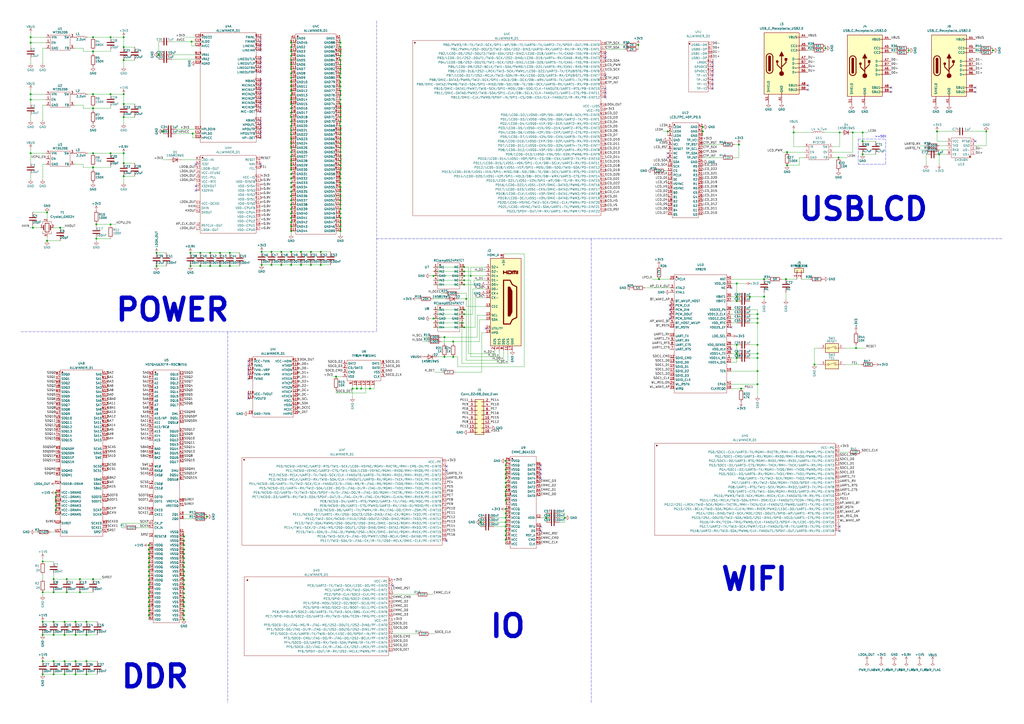
<source format=kicad_sch>
(kicad_sch (version 20211123) (generator eeschema)
  (paper "A2")
  (lib_symbols
    (symbol "Allwinner:ALLWINNER_D1"
      (property "Reference" "U" (at 0 32.385 0))
      (property "Value" "ALLWINNER_D1" (at 0.635 30.48 0))
      (symbol "ALLWINNER_D1_1_1"
        (pin passive line (at 19.05 -33.02 180) (length 2.54) (name "HP-DET") (number "A13"))
        (pin passive line (at 19.05 -17.78 180) (length 2.54) (name "MIC-DET") (number "A17"))
        (pin passive line (at 19.05 5.08 180) (length 2.54) (name "LINEOUTRP") (number "B14"))
        (pin passive line (at 19.05 10.16 180) (length 2.54) (name "LINEOUTLP") (number "B15"))
        (pin passive line (at 19.05 20.32 180) (length 2.54) (name "LINEINL") (number "B16"))
        (pin passive line (at 19.05 25.4 180) (length 2.54) (name "FMINL") (number "B17"))
        (pin passive line (at -18.415 12.7 0) (length 2.54) (name "VRA2") (number "B18"))
        (pin passive line (at -18.415 15.24 0) (length 2.54) (name "VRA1") (number "B19"))
        (pin passive line (at 19.05 7.62 180) (length 2.54) (name "LINEOUTRN") (number "C14"))
        (pin passive line (at 19.05 12.7 180) (length 2.54) (name "LINEOUTLN") (number "C15"))
        (pin passive line (at 19.05 17.78 180) (length 2.54) (name "LINEINR") (number "C16"))
        (pin passive line (at 19.05 22.86 180) (length 2.54) (name "FMINR") (number "C17"))
        (pin passive line (at -18.415 20.32 0) (length 2.54) (name "AVCC") (number "C18"))
        (pin passive line (at -18.415 22.86 0) (length 2.54) (name "ALDO") (number "C19"))
        (pin passive line (at -18.415 25.4 0) (length 2.54) (name "VDD33") (number "C20"))
        (pin passive line (at -18.415 -33.02 0) (length 2.54) (name "HPVCC") (number "D10"))
        (pin passive line (at -18.415 -27.94 0) (length 2.54) (name "HPLDOIN") (number "D12"))
        (pin passive line (at 19.05 -27.94 180) (length 2.54) (name "HPOUTR") (number "D13"))
        (pin passive line (at 19.05 -7.62 180) (length 2.54) (name "MICIN2N") (number "D15"))
        (pin passive line (at 19.05 -12.7 180) (length 2.54) (name "MICIN3N") (number "D16"))
        (pin passive line (at 19.05 -15.24 180) (length 2.54) (name "MICIN3P") (number "D17"))
        (pin passive line (at -18.415 10.16 0) (length 2.54) (name "AGND") (number "D18"))
        (pin passive line (at 19.05 -2.54 180) (length 2.54) (name "MICIN1N") (number "D19"))
        (pin passive line (at 19.05 -5.08 180) (length 2.54) (name "MICIN1P") (number "D20"))
        (pin passive line (at -18.415 -30.48 0) (length 2.54) (name "HPLDO") (number "E12"))
        (pin passive line (at 19.05 -30.48 180) (length 2.54) (name "HPOUTFB") (number "E13"))
        (pin passive line (at 19.05 -10.16 180) (length 2.54) (name "MICIN2P") (number "E15"))
        (pin passive line (at 19.05 0 180) (length 2.54) (name "MBIAS") (number "E16"))
        (pin passive line (at 19.05 -22.86 180) (length 2.54) (name "HBIAS") (number "E17"))
        (pin passive line (at 19.05 -25.4 180) (length 2.54) (name "HPOUTL") (number "F13"))
      )
      (symbol "ALLWINNER_D1_2_1"
        (pin passive line (at -14.605 -50.165 0) (length 2.54) (name "VCC-DRAM2") (number "N10"))
        (pin passive line (at -14.605 -45.085 0) (length 2.54) (name "VCC-DRAM0") (number "N8"))
        (pin passive line (at -14.605 -47.625 0) (length 2.54) (name "VCC-DRAM1") (number "N9"))
        (pin passive line (at -14.605 -57.785 0) (length 2.54) (name "VCC-DRAM5") (number "P10"))
        (pin passive line (at -14.605 -40.005 0) (length 2.54) (name "VDD18-DRAM") (number "P14"))
        (pin passive line (at -14.605 -52.705 0) (length 2.54) (name "VCC-DRAM3") (number "P8"))
        (pin passive line (at -14.605 -55.245 0) (length 2.54) (name "VCC-DRAM4") (number "P9"))
        (pin passive line (at 15.24 -29.845 180) (length 2.54) (name "SCS0") (number "R12"))
        (pin passive line (at 15.24 -32.385 180) (length 2.54) (name "SCS1") (number "R13"))
        (pin passive line (at 15.24 -9.525 180) (length 2.54) (name "SA13") (number "R15"))
        (pin passive line (at -14.605 -14.605 0) (length 2.54) (name "SDQ15") (number "R6"))
        (pin passive line (at -14.605 -9.525 0) (length 2.54) (name "SDQ13") (number "R7"))
        (pin passive line (at 15.24 -24.765 180) (length 2.54) (name "SWE") (number "R9"))
        (pin passive line (at 15.24 -55.245 180) (length 2.54) (name "SCKP") (number "T10"))
        (pin passive line (at 15.24 -47.625 180) (length 2.54) (name "SODT0") (number "T12"))
        (pin passive line (at 15.24 -14.605 180) (length 2.54) (name "SA15") (number "T15"))
        (pin passive line (at -14.605 -12.065 0) (length 2.54) (name "SDQ14") (number "T4"))
        (pin passive line (at -14.605 -4.445 0) (length 2.54) (name "SDQ11") (number "T6"))
        (pin passive line (at 15.24 -19.685 180) (length 2.54) (name "SCAS") (number "T9"))
        (pin passive line (at 15.24 -57.785 180) (length 2.54) (name "SCKN") (number "U10"))
        (pin passive line (at 15.24 -50.165 180) (length 2.54) (name "SODT1") (number "U12"))
        (pin passive line (at 15.24 15.875 180) (length 2.54) (name "SA3") (number "U13"))
        (pin passive line (at 15.24 13.335 180) (length 2.54) (name "SA4") (number "U15"))
        (pin passive line (at -14.605 -62.865 0) (length 2.54) (name "SVREF") (number "U16"))
        (pin passive line (at -14.605 -67.945 0) (length 2.54) (name "SZQ") (number "U17"))
        (pin passive line (at -14.605 3.175 0) (length 2.54) (name "SDQ8") (number "U4"))
        (pin passive line (at -14.605 -1.905 0) (length 2.54) (name "SDQ10") (number "U5"))
        (pin passive line (at -14.605 -6.985 0) (length 2.54) (name "SDQ12") (number "U6"))
        (pin passive line (at -14.605 0.635 0) (length 2.54) (name "SDQ9") (number "U7"))
        (pin passive line (at 15.24 -22.225 180) (length 2.54) (name "SRAS") (number "U9"))
        (pin passive line (at 15.24 -37.465 180) (length 2.54) (name "SBA0") (number "V10"))
        (pin passive line (at 15.24 10.795 180) (length 2.54) (name "SA5") (number "V11"))
        (pin passive line (at 15.24 23.495 180) (length 2.54) (name "SA0") (number "V13"))
        (pin passive line (at 15.24 18.415 180) (length 2.54) (name "SA2") (number "V14"))
        (pin passive line (at 15.24 -12.065 180) (length 2.54) (name "SA14") (number "V16"))
        (pin passive line (at -14.605 8.255 0) (length 2.54) (name "SDQ6") (number "V5"))
        (pin passive line (at -14.605 20.955 0) (length 2.54) (name "SDQ1") (number "V7"))
        (pin passive line (at -14.605 15.875 0) (length 2.54) (name "SDQ3") (number "V8"))
        (pin passive line (at 15.24 -40.005 180) (length 2.54) (name "SBA1") (number "W10"))
        (pin passive line (at 15.24 8.255 180) (length 2.54) (name "SA6") (number "W11"))
        (pin passive line (at 15.24 -1.905 180) (length 2.54) (name "SA10") (number "W12"))
        (pin passive line (at 15.24 20.955 180) (length 2.54) (name "SA1") (number "W13"))
        (pin passive line (at 15.24 3.175 180) (length 2.54) (name "SA8") (number "W14"))
        (pin passive line (at 15.24 -4.445 180) (length 2.54) (name "SA11") (number "W15"))
        (pin passive line (at 15.24 -6.985 180) (length 2.54) (name "SA12") (number "W16"))
        (pin passive line (at -14.605 -34.925 0) (length 2.54) (name "SDQM1") (number "W2"))
        (pin passive line (at -14.605 -24.765 0) (length 2.54) (name "SDQS1P") (number "W3"))
        (pin passive line (at -14.605 13.335 0) (length 2.54) (name "SDQ4") (number "W4"))
        (pin passive line (at -14.605 5.715 0) (length 2.54) (name "SDQ7") (number "W5"))
        (pin passive line (at -14.605 -19.685 0) (length 2.54) (name "SDQS0P") (number "W6"))
        (pin passive line (at -14.605 23.495 0) (length 2.54) (name "SDQ0") (number "W7"))
        (pin passive line (at -14.605 18.415 0) (length 2.54) (name "SDQ2") (number "W8"))
        (pin passive line (at 15.24 -62.865 180) (length 2.54) (name "SCKE0") (number "W9"))
        (pin passive line (at 15.24 -42.545 180) (length 2.54) (name "SBA2") (number "Y11"))
        (pin passive line (at 15.24 5.715 180) (length 2.54) (name "SA7") (number "Y13"))
        (pin passive line (at 15.24 0.635 180) (length 2.54) (name "SA9") (number "Y15"))
        (pin passive line (at 15.24 -67.945 180) (length 2.54) (name "SRST") (number "Y17"))
        (pin passive line (at -14.605 -27.305 0) (length 2.54) (name "SDQS1N") (number "Y3"))
        (pin passive line (at -14.605 10.795 0) (length 2.54) (name "SDQ5") (number "Y4"))
        (pin passive line (at -14.605 -22.225 0) (length 2.54) (name "SDQS0N") (number "Y6"))
        (pin passive line (at -14.605 -32.385 0) (length 2.54) (name "SDQM0") (number "Y8"))
        (pin passive line (at 15.24 -65.405 180) (length 2.54) (name "SCKE1") (number "Y9"))
      )
      (symbol "ALLWINNER_D1_3_1"
        (pin passive line (at -13.97 24.765 0) (length 2.54) (name "GND0") (number "A1"))
        (pin passive line (at -13.97 -0.635 0) (length 2.54) (name "GND10") (number "A15"))
        (pin passive line (at -13.97 -3.175 0) (length 2.54) (name "GND11") (number "A19"))
        (pin passive line (at 14.605 24.765 180) (length 2.54) (name "GND1") (number "A2"))
        (pin passive line (at -13.97 -5.715 0) (length 2.54) (name "GND12") (number "A20"))
        (pin passive line (at -13.97 -8.255 0) (length 2.54) (name "GND13") (number "B1"))
        (pin passive line (at -13.97 -10.795 0) (length 2.54) (name "GND14") (number "B10"))
        (pin passive line (at -13.97 -13.335 0) (length 2.54) (name "GND15") (number "B20"))
        (pin passive line (at -13.97 -20.955 0) (length 2.54) (name "GND18") (number "C10"))
        (pin passive line (at -13.97 -15.875 0) (length 2.54) (name "GND16") (number "C4"))
        (pin passive line (at -13.97 -18.415 0) (length 2.54) (name "GND17") (number "C8"))
        (pin passive line (at -13.97 -23.495 0) (length 2.54) (name "GND19") (number "E5"))
        (pin passive line (at -13.97 -28.575 0) (length 2.54) (name "GND21") (number "F12"))
        (pin passive line (at -13.97 -31.115 0) (length 2.54) (name "GND22") (number "F18"))
        (pin passive line (at -13.97 19.685 0) (length 2.54) (name "GND2") (number "F3"))
        (pin passive line (at -13.97 -26.035 0) (length 2.54) (name "GND20") (number "F9"))
        (pin passive line (at -13.97 -33.655 0) (length 2.54) (name "GND23") (number "G10"))
        (pin passive line (at -13.97 -36.195 0) (length 2.54) (name "GND24") (number "G11"))
        (pin passive line (at -13.97 -38.735 0) (length 2.54) (name "GND25") (number "G12"))
        (pin passive line (at -13.97 -41.275 0) (length 2.54) (name "GND26") (number "H1"))
        (pin passive line (at -13.97 -46.355 0) (length 2.54) (name "GND28") (number "H10"))
        (pin passive line (at -13.97 -48.895 0) (length 2.54) (name "GND29") (number "H11"))
        (pin passive line (at -13.97 17.145 0) (length 2.54) (name "GND3") (number "H12"))
        (pin passive line (at -13.97 -51.435 0) (length 2.54) (name "GND30") (number "H18"))
        (pin passive line (at -13.97 -43.815 0) (length 2.54) (name "GND27") (number "H2"))
        (pin passive line (at -13.97 -66.675 0) (length 2.54) (name "GND36") (number "J10"))
        (pin passive line (at -13.97 -69.215 0) (length 2.54) (name "GND37") (number "J11"))
        (pin passive line (at -13.97 -71.755 0) (length 2.54) (name "GND38") (number "J12"))
        (pin passive line (at -13.97 -53.975 0) (length 2.54) (name "GND31") (number "J3"))
        (pin passive line (at -13.97 -56.515 0) (length 2.54) (name "GND32") (number "J6"))
        (pin passive line (at -13.97 -59.055 0) (length 2.54) (name "GND33") (number "J7"))
        (pin passive line (at -13.97 -61.595 0) (length 2.54) (name "GND34") (number "J8"))
        (pin passive line (at -13.97 -64.135 0) (length 2.54) (name "GND35") (number "J9"))
        (pin passive line (at -13.97 -84.455 0) (length 2.54) (name "GND43") (number "K10"))
        (pin passive line (at -13.97 -86.995 0) (length 2.54) (name "GND44") (number "K11"))
        (pin passive line (at -13.97 22.225 0) (length 2.54) (name "GND45") (number "K12"))
        (pin passive line (at 14.605 -84.455 180) (length 2.54) (name "GND46") (number "K13"))
        (pin passive line (at 14.605 -81.915 180) (length 2.54) (name "GND47") (number "K14"))
        (pin passive line (at -13.97 -74.295 0) (length 2.54) (name "GND39") (number "K3"))
        (pin passive line (at -13.97 14.605 0) (length 2.54) (name "GND4") (number "K6"))
        (pin passive line (at -13.97 -76.835 0) (length 2.54) (name "GND40") (number "K7"))
        (pin passive line (at -13.97 -79.375 0) (length 2.54) (name "GND41") (number "K8"))
        (pin passive line (at -13.97 -81.915 0) (length 2.54) (name "GND42") (number "K9"))
        (pin passive line (at -13.97 12.065 0) (length 2.54) (name "GND5") (number "L10"))
        (pin passive line (at 14.605 -74.295 180) (length 2.54) (name "GND50") (number "L11"))
        (pin passive line (at 14.605 -71.755 180) (length 2.54) (name "GND51") (number "L12"))
        (pin passive line (at 14.605 -69.215 180) (length 2.54) (name "GND52") (number "L13"))
        (pin passive line (at 14.605 -66.675 180) (length 2.54) (name "GND53") (number "L14"))
        (pin passive line (at 14.605 -64.135 180) (length 2.54) (name "GND54") (number "L18"))
        (pin passive line (at 14.605 -79.375 180) (length 2.54) (name "GND48") (number "L8"))
        (pin passive line (at 14.605 -76.835 180) (length 2.54) (name "GND49") (number "L9"))
        (pin passive line (at 14.605 -51.435 180) (length 2.54) (name "GND59") (number "M10"))
        (pin passive line (at -13.97 9.525 0) (length 2.54) (name "GND6") (number "M11"))
        (pin passive line (at 14.605 -48.895 180) (length 2.54) (name "GND60") (number "M12"))
        (pin passive line (at 14.605 -46.355 180) (length 2.54) (name "GND61") (number "M13"))
        (pin passive line (at 14.605 -43.815 180) (length 2.54) (name "GND62") (number "M14"))
        (pin passive line (at 14.605 -61.595 180) (length 2.54) (name "GND55") (number "M3"))
        (pin passive line (at 14.605 -59.055 180) (length 2.54) (name "GND56") (number "M5"))
        (pin passive line (at 14.605 -56.515 180) (length 2.54) (name "GND57") (number "M8"))
        (pin passive line (at 14.605 -53.975 180) (length 2.54) (name "GND58") (number "M9"))
        (pin passive line (at 14.605 -41.275 180) (length 2.54) (name "GND63") (number "N11"))
        (pin passive line (at 14.605 -38.735 180) (length 2.54) (name "GND64") (number "N12"))
        (pin passive line (at 14.605 -36.195 180) (length 2.54) (name "GND65") (number "N13"))
        (pin passive line (at 14.605 -33.655 180) (length 2.54) (name "GND66") (number "N14"))
        (pin passive line (at 14.605 -31.115 180) (length 2.54) (name "GND67") (number "N15"))
        (pin passive line (at 14.605 -28.575 180) (length 2.54) (name "GND68") (number "N18"))
        (pin passive line (at -13.97 6.985 0) (length 2.54) (name "GND7") (number "P11"))
        (pin passive line (at 14.605 -23.495 180) (length 2.54) (name "GND70") (number "P12"))
        (pin passive line (at 14.605 -20.955 180) (length 2.54) (name "GND71") (number "P13"))
        (pin passive line (at 14.605 -26.035 180) (length 2.54) (name "GND69") (number "P7"))
        (pin passive line (at 14.605 -18.415 180) (length 2.54) (name "GND72") (number "R10"))
        (pin passive line (at 14.605 -15.875 180) (length 2.54) (name "GND73") (number "R18"))
        (pin passive line (at 14.605 -8.255 180) (length 2.54) (name "GND76") (number "T13"))
        (pin passive line (at 14.605 -13.335 180) (length 2.54) (name "GND74") (number "T5"))
        (pin passive line (at 14.605 -10.795 180) (length 2.54) (name "GND75") (number "T7"))
        (pin passive line (at 14.605 4.445 180) (length 2.54) (name "GND81") (number "V12"))
        (pin passive line (at 14.605 6.985 180) (length 2.54) (name "GND82") (number "V15"))
        (pin passive line (at 14.605 9.525 180) (length 2.54) (name "GND83") (number "V17"))
        (pin passive line (at 14.605 -5.715 180) (length 2.54) (name "GND77") (number "V2"))
        (pin passive line (at 14.605 -3.175 180) (length 2.54) (name "GND78") (number "V3"))
        (pin passive line (at 14.605 -0.635 180) (length 2.54) (name "GND79") (number "V4"))
        (pin passive line (at -13.97 4.445 0) (length 2.54) (name "GND8") (number "V6"))
        (pin passive line (at 14.605 1.905 180) (length 2.54) (name "GND80") (number "V9"))
        (pin passive line (at 14.605 12.065 180) (length 2.54) (name "GND84") (number "W1"))
        (pin passive line (at 14.605 14.605 180) (length 2.54) (name "GND85") (number "W17"))
        (pin passive line (at 14.605 17.145 180) (length 2.54) (name "GND86") (number "W20"))
        (pin passive line (at 14.605 19.685 180) (length 2.54) (name "GND87") (number "Y1"))
        (pin passive line (at 14.605 -86.995 180) (length 2.54) (name "GND89") (number "Y19"))
        (pin passive line (at 14.605 22.225 180) (length 2.54) (name "GND88") (number "Y2"))
        (pin passive line (at -13.97 1.905 0) (length 2.54) (name "GND9") (number "Y20"))
      )
      (symbol "ALLWINNER_D1_4_1"
        (pin passive line (at 41.91 -6.985 180) (length 2.54) (name "PF1/SDC0-D0/JTAG-DI/R-JTAG-DI/I2S2-DOUT0/I2S2-DIN1/PF-EINT1") (number "C1"))
        (pin passive line (at 41.91 -4.445 180) (length 2.54) (name "PF0/SDC0-D1/JTAG-MS/R-JTAG-MS/I2S2-DOUT1/I2S2-DIN0/PF-EINT0") (number "C2"))
        (pin passive line (at 41.91 -12.065 180) (length 2.54) (name "PF3/SDC0-CMD/JTAG-DO/R-JTAG-DO/I2S2-BCLK/PF-EINT3") (number "D1"))
        (pin passive line (at 41.91 -9.525 180) (length 2.54) (name "PF2/SDC0-CLK/UART0-TX/TWI0-SCK/LEDC-DO/SPDIF-IN/PF-EINT2") (number "D2"))
        (pin passive line (at 41.91 -19.685 180) (length 2.54) (name "PF6/SPDIF-OUT/IR-RX/I2S2-MCLK/PWM5/PF-EINT6") (number "D3"))
        (pin passive line (at 41.91 -17.145 180) (length 2.54) (name "PF5/SDC0-D2/JTAG-CK/R-JTAG-CK/I2S2-LRCK/PF-EINT5") (number "E2"))
        (pin passive line (at 41.91 -14.605 180) (length 2.54) (name "PF4/SDC0-D3/UART0-RX/TWI0-SDA/PWM6/IR-TX/PF-EINT4") (number "E3"))
        (pin passive line (at 41.91 15.875 180) (length 2.54) (name "PC1/UART2-RX/TWI2-SDA/PC-EINT1") (number "F1"))
        (pin passive line (at 41.91 18.415 180) (length 2.54) (name "PC0/UART2-TX/TWI2-SCK/LEDC-DO/PC-EINT0") (number "F2"))
        (pin passive line (at 41.91 -1.905 180) (length 2.54) (name "VCC-PF") (number "F4"))
        (pin passive line (at 41.91 5.715 180) (length 2.54) (name "PC5/SPI0-MISO/SDC2-D1/BOOT-SEL1/PC-EINT5") (number "F5"))
        (pin passive line (at 41.91 10.795 180) (length 2.54) (name "PC3/SPI0-CS0/SDC2-CMD/PC-EINT3") (number "G2"))
        (pin passive line (at 41.91 13.335 180) (length 2.54) (name "PC2/SPI0-CLK/SDC2-CLK/PC-EINT2") (number "G3"))
        (pin passive line (at 41.91 20.955 180) (length 2.54) (name "VCC-PC") (number "G4"))
        (pin passive line (at 41.91 0.635 180) (length 2.54) (name "PC7/SPI0-HOLD/SDC2-D3/UART3-RX/TWI3-SDA/TCON-TRIG/PC-EINT7") (number "G5"))
        (pin passive line (at 41.91 3.175 180) (length 2.54) (name "PC6/SPI0-WP/SDC2-D0/UART3-TX/TWI3-SCK/DBG-CLK/PC-EINT6") (number "G6"))
        (pin passive line (at 41.91 8.255 180) (length 2.54) (name "PC4/SPI0-MOSI/SDC2-D2/BOOT-SEL0/PC-EINT4") (number "H3"))
      )
      (symbol "ALLWINNER_D1_5_1"
        (pin passive line (at 43.18 -3.175 180) (length 2.54) (name "PB11/DMIC-DATA0/PWM2/TWI0-SDA/SPI1-CLK/DBI-SCLK/CLK-FANOUT1/UART1-CTS/PB-EINT11") (number "F15"))
        (pin passive line (at 43.18 -5.715 180) (length 2.54) (name "PB12/DMIC-CLK/PWM0/SPDIF-IN/SPI1-CS/DBI-CSX/CLK-FANOUT2/IR-RX/PB-EINT12") (number "F16"))
        (pin passive line (at 43.18 -0.635 180) (length 2.54) (name "PB10/DMIC-DATA1/PWM7/TWI0-SCK/SPI1-MOSI/DBI-SDO/CLK-FANOUT0/UART1-RTS/PB-EINT10") (number "F17"))
        (pin passive line (at 43.18 4.445 180) (length 2.54) (name "PB8/DMIC-DATA3/PWM5/TWI2-SCK/SPI1-HOLD/DBI-DCX/DBI-WRX/UART0-TX/UART1-TX/PB-EINT8") (number "G15"))
        (pin passive line (at 43.18 1.905 180) (length 2.54) (name "PB9/DMIC-DATA2/PWM6/TWI2-SDA/SPI1-MISO/DBI-SDI/DBI-TE/DBI-DCX/UART0-RX/UART1-RX/PB-EINT9") (number "G16"))
        (pin passive line (at 43.18 6.985 180) (length 2.54) (name "PB7/LCD0-D17/I2S2-MCLK/TWI3-SDA/IR-RX/LCD0-D23/UART3-RX/CPUBIST1/PB-EINT7") (number "J15"))
        (pin passive line (at 43.18 24.765 180) (length 2.54) (name "PB0/PWM3/IR-TX/TWI2-SCK/SPI1-WP/DBI-TE/UART0-TX/UART2-TX/SPDIF-OUT/PB-EINT0") (number "J16"))
        (pin passive line (at 43.18 22.225 180) (length 2.54) (name "PB1/PWM4/I2S2-DOUT3/TWI2-SDA/I2S2-DIN3/UART0-RX/UART2-RX/IR-RX/PB-EINT1") (number "J17"))
        (pin passive line (at 43.18 12.065 180) (length 2.54) (name "PB5/LCD0-D9/I2S2-BCLK/TWI1-SDA/PWM0/LCD0-D21/UART5-RX/CAN1-RX0/PB-EINT5") (number "K15"))
        (pin passive line (at 43.18 14.605 180) (length 2.54) (name "PB4/LCD0-D8/I2S2-DOUT0/TWI1-SCK/I2S2-DIN1/LCD0-D20/UART5-TX/CAN1-TX0/PB-EINT4") (number "K16"))
        (pin passive line (at 43.18 9.525 180) (length 2.54) (name "PB6/LCD0-D16/I2S2-LRCK/TWI3-SCK/PWM1/LCD0-D22/UART3-TX/CPUBIST0/PB-EINT6") (number "K17"))
        (pin passive line (at 43.18 17.145 180) (length 2.54) (name "PB3/LCD0-D1/I2S2-DOUT1/TWI0-SCK/I2S2-DIN0/LCD0-D19/UART4-RX/CAN0-RX0/PB-EINT3") (number "M15"))
        (pin passive line (at 43.18 19.685 180) (length 2.54) (name "PB2/LCD0-D0/I2S2-DOUT2/TWI0-SDA/I2S2-DIN2/LCD0-D18/UART4-TX/CAN0-TX0/PB-EINT2") (number "M16"))
        (pin passive line (at 43.18 -64.135 180) (length 2.54) (name "PD19/LCD0-DE/LVDS1-V3N/DMIC-DATA0/PWM3/PD-EINT19") (number "M18"))
        (pin passive line (at 43.18 -61.595 180) (length 2.54) (name "PD18/LCD0-CLK/LVDS1-V3P/DMIC-DATA1/PWM2/PD-EINT18") (number "M19"))
        (pin passive line (at 43.18 -53.975 180) (length 2.54) (name "PD15/LCD0-D21/LVDS1-V2N/SPI1-WP/DBI-TE/IR-RX/PD-EINT15") (number "N16"))
        (pin passive line (at 43.18 -51.435 180) (length 2.54) (name "PD14/LCD0-D20/LVDS1-V2P/SPI1-HOLD/DBI-DCX/DBI-WRX/UART3-CTS/PD-EINT14") (number "N17"))
        (pin passive line (at 43.18 -59.055 180) (length 2.54) (name "PD17/LCD0-D23/LVDS1-CKN/DMIC-DATA2/PWM1/PD-EINT17") (number "N19"))
        (pin passive line (at 43.18 -56.515 180) (length 2.54) (name "PD16/LCD0-D22/LVDS1-CKP/DMIC-DATA3/PWM0/PD-EINT16") (number "N20"))
        (pin passive line (at 43.18 -48.895 180) (length 2.54) (name "PD13/LCD0-D19/LVDS1-V1N/SPI1-MISO/DBI-SDI/DBI-TE/DBI-DCX/UART3-RTS/PD-EINT13") (number "P18"))
        (pin passive line (at 43.18 -46.355 180) (length 2.54) (name "PD12/LCD0-D18/LVDS1-V1P/SPI1-MOSI/DBI-SDO/TWI0-SDA/PD-EINT12") (number "P19"))
        (pin passive line (at 43.18 -10.795 180) (length 2.54) (name "VCC-LVDS") (number "R16"))
        (pin passive line (at 43.18 -43.815 180) (length 2.54) (name "PD11/LCD0-D15/LVDS1-V0N/SPI1-CLK/DBI-SCLK/UART3-RX/PD-EINT11") (number "R17"))
        (pin passive line (at 43.18 -38.735 180) (length 2.54) (name "PD9/LCD0-D13/LVDS0-V3N/DSI-D3N/PWM6/PD-EINT9") (number "R19"))
        (pin passive line (at 43.18 -36.195 180) (length 2.54) (name "PD8/LCD0-D12/LVDS0-V3P/DSI-D3P/UART4-RX/PD-EINT8") (number "R20"))
        (pin passive line (at 43.18 -13.335 180) (length 2.54) (name "VCC-PD") (number "T16"))
        (pin passive line (at 43.18 -41.275 180) (length 2.54) (name "PD10/LCD0-D14/LVDS1-V0P/SPI1-CS/DBI-CSX/UART3-TX/PD-EINT10") (number "T17"))
        (pin passive line (at 43.18 -33.655 180) (length 2.54) (name "PD7/LCD0-D11/LVDS0-CKN/DSI-D2N/UART4-TX/PD-EINT7") (number "T18"))
        (pin passive line (at 43.18 -31.115 180) (length 2.54) (name "PD6/LCD0-D10/LVDS0-CKP/DSI-D2P/UART5-RX/PD-EINT6") (number "T19"))
        (pin passive line (at 43.18 -28.575 180) (length 2.54) (name "PD5/LCD0-D7/LVDS0-V2N/DSI-CKN/UART5-TX/PD-EINT5") (number "U18"))
        (pin passive line (at 43.18 -26.035 180) (length 2.54) (name "PD4/LCD0-D6/LVDS0-V2P/DSI-CKP/UART2-CTS/PD-EINT4") (number "U19"))
        (pin passive line (at 43.18 -23.495 180) (length 2.54) (name "PD3/LCD0-D5/LVDS0-V1N/DSI-D1N/UART2-RTS/PD-EINT3") (number "U20"))
        (pin passive line (at 43.18 -69.215 180) (length 2.54) (name "PD21/LCD0-VSYNC/TWI2-SDA/UART1-TX/PWM5/PD-EINT21") (number "V18"))
        (pin passive line (at 43.18 -20.955 180) (length 2.54) (name "PD2/LCD0-D4/LVDS0-V1P/DSI-D1P/UART2-RX/PD-EINT2") (number "V19"))
        (pin passive line (at 43.18 -18.415 180) (length 2.54) (name "PD1/LCD0-D3/LVDS0-V0N/DSI-D0N/UART2-TX/PD-EINT1") (number "V20"))
        (pin passive line (at 43.18 -66.675 180) (length 2.54) (name "PD20/LCD0-HSYNC/TWI2-SCK/DMIC-CLK/PWM4/PD-EINT20") (number "W18"))
        (pin passive line (at 43.18 -15.875 180) (length 2.54) (name "PD0/LCD0-D2/LVDS0-V0P/DSI-D0P/TWI0-SCK/PD-EINT0") (number "W19"))
        (pin passive line (at 43.18 -71.755 180) (length 2.54) (name "PD22/SPDIF-OUT/IR-RX/UART1-RX/PWM7/PD-EINT22") (number "Y18"))
      )
      (symbol "ALLWINNER_D1_6_1"
        (pin passive line (at 51.435 23.495 180) (length 2.54) (name "VCC-PE") (number "M4"))
        (pin passive line (at 51.435 -22.225 180) (length 2.54) (name "PE17/TWI3-SDA/D-JTAG-CK/IR-TX/I2S0-MCLK/DMIC-CLK/PE-EINT17") (number "M6"))
        (pin passive line (at 51.435 -6.985 180) (length 2.54) (name "PE11/NCSI0-D7/UART1-RX/I2S0-DOUT3/I2S0-DIN3/JTAG-CK/RGMII-TXD2/PE-EINT11") (number "N1"))
        (pin passive line (at 51.435 -14.605 180) (length 2.54) (name "PE14/TWI1-SCK/D-JTAG-MS/I2S0-DOUT1/I2S0-DIN0/DMIC-DATA2/RGMII-RXD3/PE-EINT14") (number "N4"))
        (pin passive line (at 51.435 -17.145 180) (length 2.54) (name "PE15/TWI1-SDA/D-JTAG-DI/PWM6/I2S0-LRCK/DMIC-DATA1/RGMII-RXCK/PE-EINT15") (number "N5"))
        (pin passive line (at 51.435 -19.685 180) (length 2.54) (name "PE16/TWI3-SCK/D-JTAG-DO/PWM7/I2S0-BCLK/DMIC-DATA0/PE-EINT16") (number "N6"))
        (pin passive line (at 51.435 -1.905 180) (length 2.54) (name "PE9/NCSI0-D5/UART1-CTS/PWM3/UART3-RX/JTAG-DI/MDIO/PE-EINT9") (number "P2"))
        (pin passive line (at 51.435 -4.445 180) (length 2.54) (name "PE10/NCSI0-D6/UART1-TX/PWM4/IR-RX/JTAG-DO/EPHY-25M/PE-EINT10") (number "P3"))
        (pin passive line (at 51.435 5.715 180) (length 2.54) (name "PE6/NCSI0-D2/UART5-TX/TWI3-SCK/SPDIF-IN/D-JTAG-DO/R-JTAG-DO/RGMII-TXCTRL/RMII-TXEN/PE-EINT6") (number "R1"))
        (pin passive line (at 51.435 3.175 180) (length 2.54) (name "PE7/NCSI0-D3/UART5-RX/TWI3-SDA/SPDIF-OUT/D-JTAG-CK/R-JTAG-CK/RGMII-CLKIN/RMII-RXER/PE-EINT7") (number "R2"))
        (pin passive line (at 51.435 0.635 180) (length 2.54) (name "PE8/NCSI0-D4/UART1-RTS/PWM2/UART3-TX/JTAG-MS/MDC/PE-EINT8") (number "R3"))
        (pin passive line (at 51.435 -12.065 180) (length 2.54) (name "PE13/TWI2-SDA/PWM5/I2S0-DOUT0/I2S0-DIN1/DMIC-DATA3/RGMII-RXD2/PE-EINT13") (number "R4"))
        (pin passive line (at 51.435 -9.525 180) (length 2.54) (name "PE12/TWI2-SCK/NCSI0-FIELD/I2S0-DOUT2/I2S0-DIN2/RGMII-TXD3/PE-EINT12") (number "R5"))
        (pin passive line (at 51.435 10.795 180) (length 2.54) (name "PE4/NCSI0-D0/UART4-TX/TWI2-SCK/CLK-FANOUT2/D-JTAG-MS/R-JTAG-MS/RGMII-TXD0/RMII-TXD0/PE-EINT4") (number "T2"))
        (pin passive line (at 51.435 8.255 180) (length 2.54) (name "PE5/NCSI0-D1/UART4-RX/TWI2-SDA/LEDC-DO/D-JTAG-DI/R-JTAG-DI/RGMII-TXD1/RMII-TXD1/PE-EINT5") (number "T3"))
        (pin passive line (at 51.435 18.415 180) (length 2.54) (name "PE1/NCSI0-VSYNC/UART2-CTS/TWI1-SDA/LCD0-VSYNC/RGMII-RXD0/RMII-RXD0/PE-EINT1") (number "U1"))
        (pin passive line (at 51.435 15.875 180) (length 2.54) (name "PE2/NCSI0-PCLK/UART2-TX/TWI0-SCK/CLK-FANOUT0/UART0-TX/RGMII-RXD1/RMII-RXD1/PE-EINT2") (number "U2"))
        (pin passive line (at 51.435 13.335 180) (length 2.54) (name "PE3/NCSI0-MCLK/UART2-RX/TWI0-SDA/CLK-FANOUT1/UART0-RX/RGMII-TXCK/RMII-TXCK/PE-EINT3") (number "U3"))
        (pin passive line (at 51.435 20.955 180) (length 2.54) (name "PE0/NCSI0-HSYNC/UART2-RTS/TWI1-SCK/LCD0-HSYNC/RGMII-RXCTRL/RMII-CRS-DV/PE-EINT0") (number "V1"))
      )
      (symbol "ALLWINNER_D1_7_1"
        (pin passive line (at 53.34 13.335 180) (length 2.54) (name "PG2/SDC1-D0/UART3-RTS/RGMII-RXD1/RMII-RXD1/UART4-TX/PG-EINT2") (number "A3"))
        (pin passive line (at 53.34 8.255 180) (length 2.54) (name "PG4/SDC1-D2/UART5-TX/RGMII-TXD0/RMII-TXD0/PWM5/PG-EINT4") (number "A4"))
        (pin passive line (at 53.34 -1.905 180) (length 2.54) (name "PG8/UART1-RTS/TWI1-SCK/RGMII-RXD2/UART3-TX/PG-EINT8") (number "A6"))
        (pin passive line (at 53.34 18.415 180) (length 2.54) (name "PG0/SDC1-CLK/UART3-TX/RGMII-RXCTRL/RMII-CRS-DV/PWM7/PG-EINT0") (number "B2"))
        (pin passive line (at 53.34 15.875 180) (length 2.54) (name "PG1/SDC1-CMD/UART3-RX/RGMII-RXD0/RMII-RXD0/PWM6/PG-EINT1") (number "B3"))
        (pin passive line (at 53.34 5.715 180) (length 2.54) (name "PG5/SDC1-D3/UART5-RX/RGMII-TXD1/RMII-TXD1/PWM4/PG-EINT5") (number "B4"))
        (pin passive line (at 53.34 3.175 180) (length 2.54) (name "PG6/UART1-TX/TWI2-SCK/RGMII-TXD2/PWM1/PG-EINT6") (number "B5"))
        (pin passive line (at 53.34 -4.445 180) (length 2.54) (name "PG9/UART1-CTS/TWI1-SDA/RGMII-RXD3/UART3-RX/PG-EINT9") (number "B6"))
        (pin passive line (at 53.34 10.795 180) (length 2.54) (name "PG3/SDC1-D1/UART3-CTS/RGMII-TXCK/RMII-TXCK/UART4-RX/PG-EINT3") (number "C3"))
        (pin passive line (at 53.34 0.635 180) (length 2.54) (name "PG7/UART1-RX/TWI2-SDA/RGMII-TXD3/SPDIF-IN/PG-EINT7") (number "C5"))
        (pin passive line (at 53.34 -6.985 180) (length 2.54) (name "PG10/PWM3/TWI3-SCK/RGMII-RXCK/CLK-FANOUT0/IR-RX/PG-EINT10") (number "C6"))
        (pin passive line (at 53.34 -9.525 180) (length 2.54) (name "PG11/I2S1-MCLK/TWI3-SDA/EPHY-25M/CLK-FANOUT1/TCON-TRIG/PG-EINT11") (number "D4"))
        (pin passive line (at 53.34 -12.065 180) (length 2.54) (name "PG12/I2S1-LRCK/TWI0-SCK/RGMII-TXCTRL/RMII-TXEN/CLK-FANOUT2/PWM0/UART1-TX/PG-EINT12") (number "D5"))
        (pin passive line (at 53.34 -14.605 180) (length 2.54) (name "PG13/I2S1-BCLK/TWI0-SDA/RGMII-CLKIN/RMII-RXER/PWM2/LEDC-DO/UART1-RX/PG-EINT13") (number "D6"))
        (pin passive line (at 53.34 -27.305 180) (length 2.54) (name "PG18/UART2-RX/TWI3-SDA/PWM6/CLK-FANOUT1/SPDIF-OUT/UART0-RX/PG-EINT18") (number "D7"))
        (pin passive line (at 53.34 20.955 180) (length 2.54) (name "VCC-PG") (number "E4"))
        (pin passive line (at 53.34 -17.145 180) (length 2.54) (name "PG14/I2S1-DIN0/TWI2-SCK/MDC/I2S1-DOUT1/SPI0-WP/UART1-RTS/PG-EINT14") (number "E6"))
        (pin passive line (at 53.34 -24.765 180) (length 2.54) (name "PG17/UART2-TX/TWI3-SCK/PWM7/CLK-FANOUT0/IR-TX/UART0-TX/PG-EINT17") (number "E7"))
        (pin passive line (at 53.34 -19.685 180) (length 2.54) (name "PG15/I2S1-DOUT0/TWI2-SDA/MDIO/I2S1-DIN1/SPI0-HOLD/UART1-CTS/PG-EINT15") (number "F6"))
        (pin passive line (at 53.34 -22.225 180) (length 2.54) (name "PG16/IR-RX/TCON-TRIG/PWM5/CLK-FANOUT2/SPDIF-IN/LEDC-DO/PG-EINT16") (number "F7"))
      )
      (symbol "ALLWINNER_D1_8_1"
        (pin passive line (at 19.05 18.415 180) (length 2.54) (name "FEL") (number "A18"))
        (pin passive line (at 19.05 10.795 180) (length 2.54) (name "VDD-SYSFB") (number "G13"))
        (pin passive line (at 19.05 -1.905 180) (length 2.54) (name "VDD-SYS0") (number "G14"))
        (pin passive line (at 19.05 13.335 180) (length 2.54) (name "VCC-IO") (number "G17"))
        (pin passive line (at 19.05 -17.145 180) (length 2.54) (name "VDD-CPU0") (number "G7"))
        (pin passive line (at 19.05 -14.605 180) (length 2.54) (name "VDD-CPU1") (number "G8"))
        (pin passive line (at 19.05 -4.445 180) (length 2.54) (name "VDD-CPUFB") (number "G9"))
        (pin passive line (at 19.05 0.635 180) (length 2.54) (name "VDD-SYS1") (number "H13"))
        (pin passive line (at 19.05 3.175 180) (length 2.54) (name "VDD-SYS2") (number "H14"))
        (pin passive line (at 19.05 -12.065 180) (length 2.54) (name "VDD-CPU2") (number "H7"))
        (pin passive line (at 19.05 -9.525 180) (length 2.54) (name "VDD-CPU3") (number "H8"))
        (pin passive line (at 19.05 -6.985 180) (length 2.54) (name "VDD-CPU4") (number "H9"))
        (pin passive line (at 19.05 5.715 180) (length 2.54) (name "VDD-SYS3") (number "J13"))
        (pin passive line (at 19.05 8.255 180) (length 2.54) (name "VDD-SYS4") (number "J14"))
        (pin passive line (at -18.415 -14.605 0) (length 2.54) (name "REFCLK-OUT") (number "J2"))
        (pin passive line (at -18.415 15.875 0) (length 2.54) (name "VCC-EFUSE") (number "J4"))
        (pin passive line (at -18.415 13.335 0) (length 2.54) (name "VCC-PLL") (number "J5"))
        (pin passive line (at -18.415 -4.445 0) (length 2.54) (name "DXIN") (number "K1"))
        (pin passive line (at -18.415 -6.985 0) (length 2.54) (name "DXOUT") (number "K2"))
        (pin passive line (at -18.415 -1.905 0) (length 2.54) (name "VCC-DCXO") (number "K4"))
        (pin passive line (at -18.415 10.795 0) (length 2.54) (name "VCC-RTC") (number "K5"))
        (pin passive line (at -18.415 5.715 0) (length 2.54) (name "X32KIN") (number "L2"))
        (pin passive line (at -18.415 8.255 0) (length 2.54) (name "X32KOUT") (number "L3"))
        (pin passive line (at -18.415 -17.145 0) (length 2.54) (name "LDOA-OUT") (number "L7"))
        (pin passive line (at 19.05 23.495 180) (length 2.54) (name "RESET") (number "M2"))
        (pin passive line (at -18.415 23.495 0) (length 2.54) (name "LDO-IN") (number "M7"))
        (pin passive line (at -18.415 20.955 0) (length 2.54) (name "TEST") (number "N2"))
        (pin passive line (at 19.05 20.955 180) (length 2.54) (name "NMI") (number "N3"))
        (pin passive line (at -18.415 18.415 0) (length 2.54) (name "LDOB-OUT") (number "N7"))
      )
      (symbol "ALLWINNER_D1_9_1"
        (pin passive line (at -13.97 12.7 0) (length 2.54) (name "TVIN0") (number "B9"))
        (pin passive line (at -13.97 20.32 0) (length 2.54) (name "TVIN1") (number "C9"))
        (pin passive line (at -13.97 22.86 0) (length 2.54) (name "VCC-TVIN") (number "D9"))
        (pin passive line (at -13.97 17.78 0) (length 2.54) (name "TVIN-VRP") (number "E10"))
        (pin passive line (at -13.97 3.81 0) (length 2.54) (name "VCC-TVOUT") (number "E18"))
        (pin passive line (at -13.97 1.27 0) (length 2.54) (name "TVOUT0") (number "E19"))
        (pin passive line (at -13.97 -7.62 0) (length 2.54) (name "GND-TVIN") (number "E9"))
        (pin passive line (at -13.97 15.24 0) (length 2.54) (name "TVIN-VRN") (number "F10"))
        (pin passive line (at 14.605 -5.08 180) (length 2.54) (name "HCEC") (number "F19"))
        (pin passive line (at 14.605 -7.62 180) (length 2.54) (name "HHPD") (number "F20"))
        (pin passive line (at 14.605 -2.54 180) (length 2.54) (name "HSDA") (number "G18"))
        (pin passive line (at 14.605 0 180) (length 2.54) (name "HSCL") (number "G19"))
        (pin passive line (at 14.605 10.16 180) (length 2.54) (name "HTX2P") (number "H19"))
        (pin passive line (at 14.605 7.62 180) (length 2.54) (name "HTX2N") (number "H20"))
        (pin passive line (at 14.605 15.24 180) (length 2.54) (name "HTX1P") (number "J18"))
        (pin passive line (at 14.605 12.7 180) (length 2.54) (name "HTX1N") (number "J19"))
        (pin passive line (at 14.605 20.32 180) (length 2.54) (name "HTX0P") (number "K18"))
        (pin passive line (at 14.605 17.78 180) (length 2.54) (name "HTX0N") (number "K19"))
        (pin passive line (at 14.605 5.08 180) (length 2.54) (name "HTXCP") (number "L19"))
        (pin passive line (at 14.605 2.54 180) (length 2.54) (name "HTXCN") (number "L20"))
        (pin passive line (at 14.605 22.86 180) (length 2.54) (name "VCC-HDMI") (number "M17"))
      )
      (symbol "ALLWINNER_D1_10_1"
        (pin passive line (at 7.62 4.445 180) (length 2.54) (name "TP-X2") (number "A11"))
        (pin passive line (at 7.62 17.145 180) (length 2.54) (name "USB1-DP") (number "A8"))
        (pin passive line (at 7.62 1.905 180) (length 2.54) (name "TP-Y1") (number "B11"))
        (pin passive line (at 7.62 14.605 180) (length 2.54) (name "LRADC") (number "B12"))
        (pin passive line (at 7.62 9.525 180) (length 2.54) (name "GPADC1") (number "B13"))
        (pin passive line (at 7.62 22.225 180) (length 2.54) (name "USB0-DP") (number "B7"))
        (pin passive line (at 7.62 19.685 180) (length 2.54) (name "USB1-DM") (number "B8"))
        (pin passive line (at 7.62 -0.635 180) (length 2.54) (name "TP-Y2") (number "C11"))
        (pin passive line (at 7.62 6.985 180) (length 2.54) (name "TP-X1") (number "C12"))
        (pin passive line (at 7.62 12.065 180) (length 2.54) (name "GPADC0") (number "C13"))
        (pin passive line (at 7.62 24.765 180) (length 2.54) (name "USB0-DM") (number "C7"))
      )
    )
    (symbol "Allwinner:CH340N"
      (property "Reference" "U" (at 0 8.255 0))
      (property "Value" "CH340N" (at 0 6.35 0))
      (symbol "CH340N_1_1"
        (pin passive line (at -8.255 3.175 0) (length 2.54) (name "UD+") (number "1"))
        (pin passive line (at -8.255 0.635 0) (length 2.54) (name "UD-") (number "2"))
        (pin passive line (at -8.255 -1.905 0) (length 2.54) (name "GND") (number "3"))
        (pin passive line (at -8.255 -4.445 0) (length 2.54) (name "RTS#") (number "4"))
        (pin passive line (at 8.255 -4.445 180) (length 2.54) (name "VCC") (number "5"))
        (pin passive line (at 8.255 -1.905 180) (length 2.54) (name "TXD") (number "6"))
        (pin passive line (at 8.255 0.635 180) (length 2.54) (name "RXD") (number "7"))
        (pin passive line (at 8.255 3.175 180) (length 2.54) (name "V3") (number "8"))
      )
    )
    (symbol "Allwinner:EMMC_BGA153"
      (property "Reference" "U" (at 0 9.525 0))
      (property "Value" "EMMC_BGA153" (at 0 7.62 0))
      (symbol "EMMC_BGA153_1_1"
        (pin passive line (at 10.16 -17.145 180) (length 2.54) (name "DAT0") (number "A3"))
        (pin passive line (at 10.16 -14.605 180) (length 2.54) (name "DAT1") (number "A4"))
        (pin passive line (at 10.16 -12.065 180) (length 2.54) (name "DAT2") (number "A5"))
        (pin passive line (at -10.16 -12.065 0) (length 2.54) (name "VSS") (number "A6"))
        (pin passive line (at 10.16 -9.525 180) (length 2.54) (name "DAT3") (number "B2"))
        (pin passive line (at 10.16 -6.985 180) (length 2.54) (name "DAT4") (number "B3"))
        (pin passive line (at 10.16 -4.445 180) (length 2.54) (name "DAT5") (number "B4"))
        (pin passive line (at 10.16 -1.905 180) (length 2.54) (name "DAT6") (number "B5"))
        (pin passive line (at 10.16 0.635 180) (length 2.54) (name "DAT7") (number "B6"))
        (pin passive line (at 10.16 -29.845 180) (length 2.54) (name "VDDI") (number "C2"))
        (pin passive line (at -10.16 -6.985 0) (length 2.54) (name "VSSQ") (number "C4"))
        (pin passive line (at -10.16 -24.765 0) (length 2.54) (name "VCCQ") (number "C6"))
        (pin passive line (at -10.16 -42.545 0) (length 2.54) (name "VCC") (number "E6"))
        (pin passive line (at -10.16 -22.225 0) (length 2.54) (name "VSS") (number "E7"))
        (pin passive line (at -10.16 -40.005 0) (length 2.54) (name "VCC") (number "F5"))
        (pin passive line (at 10.16 -34.925 180) (length 2.54) (name "RFU") (number "G3"))
        (pin passive line (at -10.16 -19.685 0) (length 2.54) (name "VSS") (number "G5"))
        (pin passive line (at -10.16 -17.145 0) (length 2.54) (name "VSS") (number "H10"))
        (pin passive line (at 10.16 -37.465 180) (length 2.54) (name "DS") (number "H5"))
        (pin passive line (at -10.16 -45.085 0) (length 2.54) (name "VCC") (number "J10"))
        (pin passive line (at -10.16 -9.525 0) (length 2.54) (name "VSS") (number "J5"))
        (pin passive line (at 10.16 -40.005 180) (length 2.54) (name "RST_n") (number "K5"))
        (pin passive line (at -10.16 -14.605 0) (length 2.54) (name "VSS") (number "K8"))
        (pin passive line (at -10.16 -37.465 0) (length 2.54) (name "VCC") (number "K9"))
        (pin passive line (at -10.16 -34.925 0) (length 2.54) (name "VCCQ") (number "M4"))
        (pin passive line (at 10.16 -42.545 180) (length 2.54) (name "CMD") (number "M5"))
        (pin passive line (at 10.16 -45.085 180) (length 2.54) (name "CLK") (number "M6"))
        (pin passive line (at -10.16 -4.445 0) (length 2.54) (name "VSSQ") (number "N2"))
        (pin passive line (at -10.16 -32.385 0) (length 2.54) (name "VCCQ") (number "N4"))
        (pin passive line (at -10.16 -1.905 0) (length 2.54) (name "VSSQ") (number "N5"))
        (pin passive line (at -10.16 -29.845 0) (length 2.54) (name "VCCQ") (number "P3"))
        (pin passive line (at -10.16 0.635 0) (length 2.54) (name "VSSQ") (number "P4"))
        (pin passive line (at -10.16 -27.305 0) (length 2.54) (name "VCCQ") (number "P5"))
        (pin passive line (at -10.16 3.175 0) (length 2.54) (name "VSSQ") (number "P6"))
      )
    )
    (symbol "Allwinner:H5TQ4G63EFR-RDC海力士"
      (property "Reference" "U" (at 0 17.78 0))
      (property "Value" "H5TQ4G63EFR-RDC海力士" (at 0 15.875 0))
      (symbol "H5TQ4G63EFR-RDC海力士_1_1"
        (pin passive line (at -10.16 -88.265 0) (length 2.54) (name "VDDQ") (number "A1"))
        (pin passive line (at 10.16 -34.925 180) (length 2.54) (name "DQU5") (number "A2"))
        (pin passive line (at 10.16 -40.005 180) (length 2.54) (name "DQU7") (number "A3"))
        (pin passive line (at 10.16 -32.385 180) (length 2.54) (name "DQU4") (number "A7"))
        (pin passive line (at -10.16 -90.805 0) (length 2.54) (name "VDDQ") (number "A8"))
        (pin passive line (at 10.16 -103.505 180) (length 2.54) (name "VSS") (number "A9"))
        (pin passive line (at 10.16 -85.725 180) (length 2.54) (name "VSSQ") (number "B1"))
        (pin passive line (at -10.16 -131.445 0) (length 2.54) (name "VDD") (number "B2"))
        (pin passive line (at 10.16 -106.045 180) (length 2.54) (name "VSS") (number "B3"))
        (pin passive line (at 10.16 -50.165 180) (length 2.54) (name "DQSU#") (number "B7"))
        (pin passive line (at 10.16 -37.465 180) (length 2.54) (name "DQU6") (number "B8"))
        (pin passive line (at 10.16 -88.265 180) (length 2.54) (name "VSSQ") (number "B9"))
        (pin passive line (at -10.16 -98.425 0) (length 2.54) (name "VDDQ") (number "C1"))
        (pin passive line (at 10.16 -29.845 180) (length 2.54) (name "DQU3") (number "C2"))
        (pin passive line (at 10.16 -24.765 180) (length 2.54) (name "DQU1") (number "C3"))
        (pin passive line (at 10.16 -47.625 180) (length 2.54) (name "DQSU") (number "C7"))
        (pin passive line (at 10.16 -27.305 180) (length 2.54) (name "DQU2") (number "C8"))
        (pin passive line (at -10.16 -95.885 0) (length 2.54) (name "VDDQ") (number "C9"))
        (pin passive line (at 10.16 -90.805 180) (length 2.54) (name "VSSQ") (number "D1"))
        (pin passive line (at -10.16 -93.345 0) (length 2.54) (name "VDDQ") (number "D2"))
        (pin passive line (at 10.16 -45.085 180) (length 2.54) (name "DMU") (number "D3"))
        (pin passive line (at 10.16 -22.225 180) (length 2.54) (name "DQU0") (number "D7"))
        (pin passive line (at 10.16 -93.345 180) (length 2.54) (name "VSSQ") (number "D8"))
        (pin passive line (at -10.16 -128.905 0) (length 2.54) (name "VDD") (number "D9"))
        (pin passive line (at 10.16 -116.205 180) (length 2.54) (name "VSS") (number "E1"))
        (pin passive line (at 10.16 -98.425 180) (length 2.54) (name "VSSQ") (number "E2"))
        (pin passive line (at 10.16 10.795 180) (length 2.54) (name "DQL0") (number "E3"))
        (pin passive line (at 10.16 -12.065 180) (length 2.54) (name "DML") (number "E7"))
        (pin passive line (at 10.16 -95.885 180) (length 2.54) (name "VSSQ") (number "E8"))
        (pin passive line (at -10.16 -108.585 0) (length 2.54) (name "VDDQ") (number "E9"))
        (pin passive line (at -10.16 -106.045 0) (length 2.54) (name "VDDQ") (number "F1"))
        (pin passive line (at 10.16 5.715 180) (length 2.54) (name "DQL2") (number "F2"))
        (pin passive line (at 10.16 -14.605 180) (length 2.54) (name "DQSL") (number "F3"))
        (pin passive line (at 10.16 8.255 180) (length 2.54) (name "DQL1") (number "F7"))
        (pin passive line (at 10.16 3.175 180) (length 2.54) (name "DQL3") (number "F8"))
        (pin passive line (at 10.16 -100.965 180) (length 2.54) (name "VSSQ") (number "F9"))
        (pin passive line (at 10.16 -80.645 180) (length 2.54) (name "VSSQ") (number "G1"))
        (pin passive line (at 10.16 -4.445 180) (length 2.54) (name "DQL6") (number "G2"))
        (pin passive line (at 10.16 -17.145 180) (length 2.54) (name "DQSL#") (number "G3"))
        (pin passive line (at -10.16 -126.365 0) (length 2.54) (name "VDD") (number "G7"))
        (pin passive line (at 10.16 -121.285 180) (length 2.54) (name "VSS") (number "G8"))
        (pin passive line (at 10.16 -83.185 180) (length 2.54) (name "VSSQ") (number "G9"))
        (pin passive line (at 10.16 -65.405 180) (length 2.54) (name "VREFDQ") (number "H1"))
        (pin passive line (at -10.16 -100.965 0) (length 2.54) (name "VDDQ") (number "H2"))
        (pin passive line (at 10.16 0.635 180) (length 2.54) (name "DQL4") (number "H3"))
        (pin passive line (at 10.16 -6.985 180) (length 2.54) (name "DQL7") (number "H7"))
        (pin passive line (at 10.16 -1.905 180) (length 2.54) (name "DQL5") (number "H8"))
        (pin passive line (at -10.16 -103.505 0) (length 2.54) (name "VDDQ") (number "H9"))
        (pin passive line (at -10.16 -62.865 0) (length 2.54) (name "ODT1") (number "J1"))
        (pin passive line (at 10.16 -111.125 180) (length 2.54) (name "VSS") (number "J2"))
        (pin passive line (at -10.16 -45.085 0) (length 2.54) (name "RAS#") (number "J3"))
        (pin passive line (at -10.16 -75.565 0) (length 2.54) (name "CK_P") (number "J7"))
        (pin passive line (at 10.16 -108.585 180) (length 2.54) (name "VSS") (number "J8"))
        (pin passive line (at -10.16 -70.485 0) (length 2.54) (name "CKE1") (number "J9"))
        (pin passive line (at -10.16 -60.325 0) (length 2.54) (name "ODT0") (number "K1"))
        (pin passive line (at -10.16 -121.285 0) (length 2.54) (name "VDD") (number "K2"))
        (pin passive line (at -10.16 -47.625 0) (length 2.54) (name "CAS#") (number "K3"))
        (pin passive line (at -10.16 -78.105 0) (length 2.54) (name "CK_N") (number "K7"))
        (pin passive line (at -10.16 -123.825 0) (length 2.54) (name "VDD") (number "K8"))
        (pin passive line (at -10.16 -67.945 0) (length 2.54) (name "CKE0") (number "K9"))
        (pin passive line (at -10.16 -55.245 0) (length 2.54) (name "CS1#") (number "L1"))
        (pin passive line (at -10.16 -52.705 0) (length 2.54) (name "CS0#") (number "L2"))
        (pin passive line (at -10.16 -42.545 0) (length 2.54) (name "WE#") (number "L3"))
        (pin passive line (at -10.16 -14.605 0) (length 2.54) (name "A10/AP") (number "L7"))
        (pin passive line (at 10.16 -73.025 180) (length 2.54) (name "ZQ0") (number "L8"))
        (pin passive line (at 10.16 -70.485 180) (length 2.54) (name "ZQ1") (number "L9"))
        (pin passive line (at 10.16 -118.745 180) (length 2.54) (name "VSS") (number "M1"))
        (pin passive line (at -10.16 -32.385 0) (length 2.54) (name "BA0") (number "M2"))
        (pin passive line (at -10.16 -37.465 0) (length 2.54) (name "BA2") (number "M3"))
        (pin passive line (at -10.16 -27.305 0) (length 2.54) (name "A15") (number "M7"))
        (pin passive line (at 10.16 -62.865 180) (length 2.54) (name "VREFCA") (number "M8"))
        (pin passive line (at 10.16 -113.665 180) (length 2.54) (name "VSS") (number "M9"))
        (pin passive line (at -10.16 -116.205 0) (length 2.54) (name "VDD") (number "N1"))
        (pin passive line (at -10.16 3.175 0) (length 2.54) (name "A3") (number "N2"))
        (pin passive line (at -10.16 10.795 0) (length 2.54) (name "A0") (number "N3"))
        (pin passive line (at -10.16 -19.685 0) (length 2.54) (name "A12/BC#") (number "N7"))
        (pin passive line (at -10.16 -34.925 0) (length 2.54) (name "BA1") (number "N8"))
        (pin passive line (at -10.16 -118.745 0) (length 2.54) (name "VDD") (number "N9"))
        (pin passive line (at 10.16 -126.365 180) (length 2.54) (name "VSS") (number "P1"))
        (pin passive line (at -10.16 -1.905 0) (length 2.54) (name "A5") (number "P2"))
        (pin passive line (at -10.16 5.715 0) (length 2.54) (name "A2") (number "P3"))
        (pin passive line (at -10.16 8.255 0) (length 2.54) (name "A1") (number "P7"))
        (pin passive line (at -10.16 0.635 0) (length 2.54) (name "A4") (number "P8"))
        (pin passive line (at 10.16 -123.825 180) (length 2.54) (name "VSS") (number "P9"))
        (pin passive line (at -10.16 -111.125 0) (length 2.54) (name "VDD") (number "R1"))
        (pin passive line (at -10.16 -6.985 0) (length 2.54) (name "A7") (number "R2"))
        (pin passive line (at -10.16 -12.065 0) (length 2.54) (name "A9") (number "R3"))
        (pin passive line (at -10.16 -17.145 0) (length 2.54) (name "A11") (number "R7"))
        (pin passive line (at -10.16 -4.445 0) (length 2.54) (name "A6") (number "R8"))
        (pin passive line (at -10.16 -113.665 0) (length 2.54) (name "VDD") (number "R9"))
        (pin passive line (at 10.16 -131.445 180) (length 2.54) (name "VSS") (number "T1"))
        (pin passive line (at -10.16 -83.185 0) (length 2.54) (name "RESET#") (number "T2"))
        (pin passive line (at -10.16 -22.225 0) (length 2.54) (name "A13") (number "T3"))
        (pin passive line (at -10.16 -24.765 0) (length 2.54) (name "A14") (number "T7"))
        (pin passive line (at -10.16 -9.525 0) (length 2.54) (name "A8") (number "T8"))
        (pin passive line (at 10.16 -128.905 180) (length 2.54) (name "VSS") (number "T9"))
      )
    )
    (symbol "Allwinner:LCD_FPC_40P_P0.5"
      (property "Reference" "U" (at 0 19.685 0))
      (property "Value" "LCD_FPC_40P_P0.5" (at 0 17.78 0))
      (symbol "LCD_FPC_40P_P0.5_1_1"
        (pin passive line (at -10.16 13.335 0) (length 2.54) (name "LEDA") (number "1"))
        (pin passive line (at -10.16 -9.525 0) (length 2.54) (name "SCK") (number "10"))
        (pin passive line (at -10.16 -12.065 0) (length 2.54) (name "CS") (number "11"))
        (pin passive line (at -10.16 -14.605 0) (length 2.54) (name "PCLK") (number "12"))
        (pin passive line (at -10.16 -17.145 0) (length 2.54) (name "DE") (number "13"))
        (pin passive line (at -10.16 -19.685 0) (length 2.54) (name "VSYNC") (number "14"))
        (pin passive line (at -10.16 -22.225 0) (length 2.54) (name "HSYNC") (number "15"))
        (pin passive line (at -10.16 -24.765 0) (length 2.54) (name "B0") (number "16"))
        (pin passive line (at -10.16 -27.305 0) (length 2.54) (name "B1") (number "17"))
        (pin passive line (at -10.16 -29.845 0) (length 2.54) (name "B2") (number "18"))
        (pin passive line (at -10.16 -32.385 0) (length 2.54) (name "B3") (number "19"))
        (pin passive line (at -10.16 10.795 0) (length 2.54) (name "LEDK") (number "2"))
        (pin passive line (at -10.16 -34.925 0) (length 2.54) (name "B4") (number "20"))
        (pin passive line (at -10.16 -37.465 0) (length 2.54) (name "B5") (number "21"))
        (pin passive line (at 10.16 -37.465 180) (length 2.54) (name "G0") (number "22"))
        (pin passive line (at 10.16 -34.925 180) (length 2.54) (name "G1") (number "23"))
        (pin passive line (at 10.16 -32.385 180) (length 2.54) (name "G2") (number "24"))
        (pin passive line (at 10.16 -29.845 180) (length 2.54) (name "G3") (number "25"))
        (pin passive line (at 10.16 -27.305 180) (length 2.54) (name "G4") (number "26"))
        (pin passive line (at 10.16 -24.765 180) (length 2.54) (name "G5") (number "27"))
        (pin passive line (at 10.16 -22.225 180) (length 2.54) (name "R0") (number "28"))
        (pin passive line (at 10.16 -19.685 180) (length 2.54) (name "R1") (number "29"))
        (pin passive line (at -10.16 8.255 0) (length 2.54) (name "LEDK") (number "3"))
        (pin passive line (at 10.16 -17.145 180) (length 2.54) (name "R2") (number "30"))
        (pin passive line (at 10.16 -14.605 180) (length 2.54) (name "R3") (number "31"))
        (pin passive line (at 10.16 -12.065 180) (length 2.54) (name "R4") (number "32"))
        (pin passive line (at 10.16 -9.525 180) (length 2.54) (name "R5") (number "33"))
        (pin passive line (at 10.16 -6.985 180) (length 2.54) (name "GND") (number "34"))
        (pin passive line (at 10.16 -4.445 180) (length 2.54) (name "TP_INT") (number "35"))
        (pin passive line (at 10.16 -1.905 180) (length 2.54) (name "TP_SDA") (number "36"))
        (pin passive line (at 10.16 0.635 180) (length 2.54) (name "TP_SCL") (number "37"))
        (pin passive line (at 10.16 3.175 180) (length 2.54) (name "TP_RST") (number "38"))
        (pin passive line (at 10.16 5.715 180) (length 2.54) (name "TP_VCI") (number "39"))
        (pin passive line (at -10.16 5.715 0) (length 2.54) (name "GND") (number "4"))
        (pin passive line (at 10.16 8.255 180) (length 2.54) (name "GND") (number "40"))
        (pin passive line (at 10.16 10.795 180) (length 2.54) (name "GND") (number "41"))
        (pin passive line (at 10.16 13.335 180) (length 2.54) (name "GND") (number "42"))
        (pin passive line (at -10.16 3.175 0) (length 2.54) (name "VCI") (number "5"))
        (pin passive line (at -10.16 0.635 0) (length 2.54) (name "RESET") (number "6"))
        (pin passive line (at -10.16 -1.905 0) (length 2.54) (name "NC") (number "7"))
        (pin passive line (at -10.16 -4.445 0) (length 2.54) (name "NC") (number "8"))
        (pin passive line (at -10.16 -6.985 0) (length 2.54) (name "SDA") (number "9"))
      )
    )
    (symbol "Allwinner:MT3520B"
      (property "Reference" "U" (at 0 8.255 0))
      (property "Value" "MT3520B" (at 0 6.35 0))
      (symbol "MT3520B_1_1"
        (pin passive line (at -8.255 0 0) (length 2.54) (name "EN") (number "1"))
        (pin passive line (at -8.255 -3.175 0) (length 2.54) (name "GND") (number "2"))
        (pin passive line (at 8.255 3.175 180) (length 2.54) (name "SW") (number "3"))
        (pin passive line (at -8.255 3.175 0) (length 2.54) (name "VIN") (number "4"))
        (pin passive line (at 8.255 -3.175 180) (length 2.54) (name "FB") (number "5"))
      )
    )
    (symbol "Allwinner:RClamp0524PATCT"
      (property "Reference" "U" (at 0 10.795 0))
      (property "Value" "RClamp0524PATCT" (at 0 8.255 0))
      (symbol "RClamp0524PATCT_1_1"
        (pin passive line (at -8.89 3.81 0) (length 2.54) (name "IN1") (number "1"))
        (pin passive line (at 8.89 3.81 180) (length 2.54) (name "NC") (number "10"))
        (pin passive line (at -8.89 1.27 0) (length 2.54) (name "IN2") (number "2"))
        (pin passive line (at -8.89 -1.27 0) (length 2.54) (name "GND") (number "3"))
        (pin passive line (at -8.89 -3.81 0) (length 2.54) (name "IN3") (number "4"))
        (pin passive line (at -8.89 -6.35 0) (length 2.54) (name "IN4") (number "5"))
        (pin passive line (at 8.89 -6.35 180) (length 2.54) (name "NC") (number "6"))
        (pin passive line (at 8.89 -3.81 180) (length 2.54) (name "NC") (number "7"))
        (pin passive line (at 8.89 -1.27 180) (length 2.54) (name "GND") (number "8"))
        (pin passive line (at 8.89 1.27 180) (length 2.54) (name "NC") (number "9"))
      )
    )
    (symbol "Allwinner:RY3730"
      (property "Reference" "U" (at 0 8.255 0))
      (property "Value" "RY3730" (at 0 6.35 0))
      (symbol "RY3730_1_1"
        (pin passive line (at 8.255 3.175 180) (length 2.54) (name "SW") (number "1"))
        (pin passive line (at -8.255 -3.175 0) (length 2.54) (name "GND") (number "2"))
        (pin passive line (at 8.255 -3.175 180) (length 2.54) (name "FB") (number "3"))
        (pin passive line (at -8.255 0 0) (length 2.54) (name "EN") (number "4"))
        (pin passive line (at 8.255 0 180) (length 2.54) (name "OV") (number "5"))
        (pin passive line (at -8.255 3.175 0) (length 2.54) (name "IN") (number "6"))
      )
    )
    (symbol "Allwinner:TF贴片卡座SIM1"
      (property "Reference" "U" (at 0 10.795 0))
      (property "Value" "TF贴片卡座SIM1" (at 0 8.89 0))
      (symbol "TF贴片卡座SIM1_1_1"
        (pin passive line (at -12.065 4.445 0) (length 2.54) (name "DAT2") (number "1"))
        (pin passive line (at -3.81 -8.255 90) (length 2.54) (name "") (number "10"))
        (pin passive line (at -1.27 -8.255 90) (length 2.54) (name "") (number "11"))
        (pin passive line (at 1.27 -8.255 90) (length 2.54) (name "") (number "12"))
        (pin passive line (at 3.81 -8.255 90) (length 2.54) (name "") (number "13"))
        (pin passive line (at 6.35 -8.255 90) (length 2.54) (name "") (number "14"))
        (pin passive line (at -12.065 1.905 0) (length 2.54) (name "CD/DAT3") (number "2"))
        (pin passive line (at -12.065 -0.635 0) (length 2.54) (name "CMD") (number "3"))
        (pin passive line (at -12.065 -3.175 0) (length 2.54) (name "VDD") (number "4"))
        (pin passive line (at 12.7 -3.175 180) (length 2.54) (name "CLK") (number "5"))
        (pin passive line (at 12.7 -0.635 180) (length 2.54) (name "VSS") (number "6"))
        (pin passive line (at 12.7 1.905 180) (length 2.54) (name "DAT0") (number "7"))
        (pin passive line (at 12.7 4.445 180) (length 2.54) (name "DAT1") (number "8"))
        (pin passive line (at -6.35 -8.255 90) (length 2.54) (name "") (number "9"))
      )
    )
    (symbol "Allwinner:XR829"
      (property "Reference" "U" (at 0 10.16 0))
      (property "Value" "XR829" (at 0 8.255 0))
      (symbol "XR829_1_1"
        (pin passive line (at 17.78 -42.545 180) (length 2.54) (name "VDD14_RX") (number "1"))
        (pin passive line (at -17.78 -29.845 0) (length 2.54) (name "UART_TX") (number "10"))
        (pin passive line (at 17.78 0.635 180) (length 2.54) (name "VDD_IO") (number "11"))
        (pin passive line (at -17.78 -42.545 0) (length 2.54) (name "SDIO_CMD") (number "12"))
        (pin passive line (at -17.78 -45.085 0) (length 2.54) (name "SDIO_D0") (number "13"))
        (pin passive line (at -17.78 -47.625 0) (length 2.54) (name "SDIO_D1") (number "14"))
        (pin passive line (at -17.78 -52.705 0) (length 2.54) (name "SDIO_D3") (number "15"))
        (pin passive line (at -17.78 -55.245 0) (length 2.54) (name "SDIO_CLK") (number "16"))
        (pin passive line (at -17.78 -50.165 0) (length 2.54) (name "SDIO_D2") (number "17"))
        (pin passive line (at 17.78 -60.325 180) (length 2.54) (name "CLKREQO") (number "18"))
        (pin passive line (at 17.78 -50.165 180) (length 2.54) (name "TEN") (number "19"))
        (pin passive line (at 17.78 -17.145 180) (length 2.54) (name "VDD12_CLK") (number "2"))
        (pin passive line (at -17.78 3.175 0) (length 2.54) (name "LPCLK") (number "20"))
        (pin passive line (at 17.78 -19.685 180) (length 2.54) (name "VDD12_DIG") (number "21"))
        (pin passive line (at 17.78 -45.085 180) (length 2.54) (name "VDD14_DIG") (number "22"))
        (pin passive line (at -17.78 -24.765 0) (length 2.54) (name "BT_RSTN") (number "23"))
        (pin passive line (at -17.78 -57.785 0) (length 2.54) (name "WL_RSTN") (number "24"))
        (pin passive line (at 17.78 -29.845 180) (length 2.54) (name "LDO_SEL") (number "25"))
        (pin passive line (at 17.78 -22.225 180) (length 2.54) (name "VDD_RTC") (number "26"))
        (pin passive line (at 17.78 -24.765 180) (length 2.54) (name "VDD25_EF") (number "27"))
        (pin passive line (at 17.78 -34.925 180) (length 2.54) (name "VDD_SENSE") (number "28"))
        (pin passive line (at 17.78 -37.465 180) (length 2.54) (name "VDD_VLX") (number "29"))
        (pin passive line (at -17.78 -1.905 0) (length 2.54) (name "XTAL2") (number "3"))
        (pin passive line (at 17.78 -6.985 180) (length 2.54) (name "VBAT1") (number "30"))
        (pin passive line (at -17.78 -12.065 0) (length 2.54) (name "PCM_CLK") (number "31"))
        (pin passive line (at -17.78 -17.145 0) (length 2.54) (name "PCM_DOUT") (number "32"))
        (pin passive line (at -17.78 -14.605 0) (length 2.54) (name "PCM_DIN") (number "33"))
        (pin passive line (at -17.78 -19.685 0) (length 2.54) (name "PCM_SYNC") (number "34"))
        (pin passive line (at -17.78 -60.325 0) (length 2.54) (name "WIRQ") (number "35"))
        (pin passive line (at 17.78 -40.005 180) (length 2.54) (name "VDD14_TX") (number "36"))
        (pin passive line (at 17.78 -9.525 180) (length 2.54) (name "VBAT2") (number "37"))
        (pin passive line (at 17.78 -14.605 180) (length 2.54) (name "VDD33_PA") (number "38"))
        (pin passive line (at 17.78 -1.905 180) (length 2.54) (name "NC") (number "39"))
        (pin passive line (at -17.78 -4.445 0) (length 2.54) (name "XTAL1") (number "4"))
        (pin passive line (at 17.78 3.175 180) (length 2.54) (name "ANT") (number "40"))
        (pin passive line (at 17.78 -57.785 180) (length 2.54) (name "EPAD") (number "41"))
        (pin passive line (at -17.78 -22.225 0) (length 2.54) (name "BT_HOST_WKUP") (number "5"))
        (pin passive line (at -17.78 -9.525 0) (length 2.54) (name "BT_WKUP_HOST") (number "6"))
        (pin passive line (at -17.78 -37.465 0) (length 2.54) (name "UART_RTS") (number "7"))
        (pin passive line (at -17.78 -34.925 0) (length 2.54) (name "UART_CTS") (number "8"))
        (pin passive line (at -17.78 -32.385 0) (length 2.54) (name "UART_RX") (number "9"))
      )
    )
    (symbol "Allwinner:key_mini_4p"
      (property "Reference" "U" (at -0.1016 6.1468 0))
      (property "Value" "key_mini_4p" (at -0.1016 4.2164 0))
      (symbol "key_mini_4p_1_1"
        (pin passive line (at 7.6708 0 180) (length 5.08) (name "~") (number "2"))
        (pin passive line (at -7.5692 0 0) (length 5.08) (name "~") (number "3"))
      )
    )
    (symbol "Connector:HDMI_A"
      (property "Reference" "J2" (at -9.525 29.845 0))
      (property "Value" "HDMI_A" (at -9.525 27.305 0))
      (symbol "HDMI_A_1_1"
        (pin passive line (at -10.16 20.32 0) (length 2.54) (name "D2+") (number "1"))
        (pin passive line (at -10.16 5.08 0) (length 2.54) (name "CK+") (number "10"))
        (pin passive line (at 2.54 -27.94 90) (length 2.54) (name "CKS") (number "11"))
        (pin passive line (at -10.16 2.54 0) (length 2.54) (name "CK-") (number "12"))
        (pin bidirectional line (at -10.16 -2.54 0) (length 2.54) (name "CEC") (number "13"))
        (pin passive line (at -10.16 -15.24 0) (length 2.54) (name "UTILITY") (number "14"))
        (pin passive line (at -10.16 -7.62 0) (length 2.54) (name "SCL") (number "15"))
        (pin bidirectional line (at -10.16 -10.16 0) (length 2.54) (name "SDA") (number "16"))
        (pin passive line (at 5.08 -27.94 90) (length 2.54) (name "GND") (number "17"))
        (pin passive line (at 0 27.94 270) (length 2.54) (name "+5V") (number "18"))
        (pin passive line (at -10.16 -17.78 0) (length 2.54) (name "HPD") (number "19"))
        (pin passive line (at -5.08 -27.94 90) (length 2.54) (name "D2S") (number "2"))
        (pin passive line (at -10.16 17.78 0) (length 2.54) (name "D2-") (number "3"))
        (pin passive line (at -10.16 15.24 0) (length 2.54) (name "D1+") (number "4"))
        (pin passive line (at -2.54 -27.94 90) (length 2.54) (name "D1S") (number "5"))
        (pin passive line (at -10.16 12.7 0) (length 2.54) (name "D1-") (number "6"))
        (pin passive line (at -10.16 10.16 0) (length 2.54) (name "D0+") (number "7"))
        (pin passive line (at 0 -27.94 90) (length 2.54) (name "D0S") (number "8"))
        (pin passive line (at -10.16 7.62 0) (length 2.54) (name "D0-") (number "9"))
      )
    )
    (symbol "Connector:USB_C_Receptacle_USB2.0" (pin_names (offset 1.016))
      (property "Reference" "J" (at -10.16 19.05 0))
      (property "Value" "USB_C_Receptacle_USB2.0" (at 19.05 19.05 0))
      (symbol "USB_C_Receptacle_USB2.0_1_1"
        (pin passive line (at 0 -22.86 90) (length 5.08) (name "GND") (number "A1"))
        (pin passive line (at 0 -22.86 90) (length 5.08) hide (name "GND") (number "A12"))
        (pin passive line (at 15.24 15.24 180) (length 5.08) (name "VBUS") (number "A4"))
        (pin bidirectional line (at 15.24 10.16 180) (length 5.08) (name "CC1") (number "A5"))
        (pin bidirectional line (at 15.24 -2.54 180) (length 5.08) (name "D+") (number "A6"))
        (pin bidirectional line (at 15.24 2.54 180) (length 5.08) (name "D-") (number "A7"))
        (pin bidirectional line (at 15.24 -12.7 180) (length 5.08) (name "SBU1") (number "A8"))
        (pin passive line (at 15.24 15.24 180) (length 5.08) hide (name "VBUS") (number "A9"))
        (pin passive line (at 0 -22.86 90) (length 5.08) hide (name "GND") (number "B1"))
        (pin passive line (at 0 -22.86 90) (length 5.08) hide (name "GND") (number "B12"))
        (pin passive line (at 15.24 15.24 180) (length 5.08) hide (name "VBUS") (number "B4"))
        (pin bidirectional line (at 15.24 7.62 180) (length 5.08) (name "CC2") (number "B5"))
        (pin bidirectional line (at 15.24 -5.08 180) (length 5.08) (name "D+") (number "B6"))
        (pin bidirectional line (at 15.24 0 180) (length 5.08) (name "D-") (number "B7"))
        (pin bidirectional line (at 15.24 -15.24 180) (length 5.08) (name "SBU2") (number "B8"))
        (pin passive line (at 15.24 15.24 180) (length 5.08) hide (name "VBUS") (number "B9"))
        (pin passive line (at -7.62 -22.86 90) (length 5.08) (name "SHIELD") (number "S1"))
      )
    )
    (symbol "Connector_Generic:Conn_01x02" (pin_names (offset 1.016) hide)
      (property "Reference" "J" (at 0 2.54 0))
      (property "Value" "Conn_01x02" (at 0 -5.08 0))
      (symbol "Conn_01x02_1_1"
        (pin passive line (at -5.08 0 0) (length 3.81) (name "Pin_1") (number "1"))
        (pin passive line (at -5.08 -2.54 0) (length 3.81) (name "Pin_2") (number "2"))
      )
    )
    (symbol "Connector_Generic:Conn_02x08_Odd_Even" (pin_names (offset 1.016) hide)
      (property "Reference" "J" (at 1.27 10.16 0))
      (property "Value" "Conn_02x08_Odd_Even" (at 1.27 -12.7 0))
      (symbol "Conn_02x08_Odd_Even_1_1"
        (pin passive line (at -5.08 7.62 0) (length 3.81) (name "Pin_1") (number "1"))
        (pin passive line (at 7.62 -2.54 180) (length 3.81) (name "Pin_10") (number "10"))
        (pin passive line (at -5.08 -5.08 0) (length 3.81) (name "Pin_11") (number "11"))
        (pin passive line (at 7.62 -5.08 180) (length 3.81) (name "Pin_12") (number "12"))
        (pin passive line (at -5.08 -7.62 0) (length 3.81) (name "Pin_13") (number "13"))
        (pin passive line (at 7.62 -7.62 180) (length 3.81) (name "Pin_14") (number "14"))
        (pin passive line (at -5.08 -10.16 0) (length 3.81) (name "Pin_15") (number "15"))
        (pin passive line (at 7.62 -10.16 180) (length 3.81) (name "Pin_16") (number "16"))
        (pin passive line (at 7.62 7.62 180) (length 3.81) (name "Pin_2") (number "2"))
        (pin passive line (at -5.08 5.08 0) (length 3.81) (name "Pin_3") (number "3"))
        (pin passive line (at 7.62 5.08 180) (length 3.81) (name "Pin_4") (number "4"))
        (pin passive line (at -5.08 2.54 0) (length 3.81) (name "Pin_5") (number "5"))
        (pin passive line (at 7.62 2.54 180) (length 3.81) (name "Pin_6") (number "6"))
        (pin passive line (at -5.08 0 0) (length 3.81) (name "Pin_7") (number "7"))
        (pin passive line (at 7.62 0 180) (length 3.81) (name "Pin_8") (number "8"))
        (pin passive line (at -5.08 -2.54 0) (length 3.81) (name "Pin_9") (number "9"))
      )
    )
    (symbol "Device:C" (pin_numbers hide) (pin_names (offset 0.254))
      (property "Reference" "C" (at 0.635 2.54 0))
      (property "Value" "C" (at 0.635 -2.54 0))
      (symbol "C_1_1"
        (pin passive line (at 0 3.81 270) (length 2.794) (name "~") (number "1"))
        (pin passive line (at 0 -3.81 90) (length 2.794) (name "~") (number "2"))
      )
    )
    (symbol "Device:Crystal_GND24" (pin_names (offset 1.016) hide)
      (property "Reference" "Y" (at 3.175 5.08 0))
      (property "Value" "Crystal_GND24" (at 3.175 3.175 0))
      (symbol "Crystal_GND24_1_1"
        (pin passive line (at -3.81 0 0) (length 1.27) (name "1") (number "1"))
        (pin passive line (at 0 5.08 270) (length 1.27) (name "2") (number "2"))
        (pin passive line (at 3.81 0 180) (length 1.27) (name "3") (number "3"))
        (pin passive line (at 0 -5.08 90) (length 1.27) (name "4") (number "4"))
      )
    )
    (symbol "Device:D" (pin_numbers hide) (pin_names (offset 1.016) hide)
      (property "Reference" "D" (at 0 2.54 0))
      (property "Value" "D" (at 0 -2.54 0))
      (symbol "D_1_1"
        (pin passive line (at -3.81 0 0) (length 2.54) (name "K") (number "1"))
        (pin passive line (at 3.81 0 180) (length 2.54) (name "A") (number "2"))
      )
    )
    (symbol "Device:L" (pin_numbers hide) (pin_names (offset 1.016) hide)
      (property "Reference" "L" (at -1.27 0 90))
      (property "Value" "L" (at 1.905 0 90))
      (symbol "L_1_1"
        (pin passive line (at 0 3.81 270) (length 1.27) (name "1") (number "1"))
        (pin passive line (at 0 -3.81 90) (length 1.27) (name "2") (number "2"))
      )
    )
    (symbol "Device:R" (pin_numbers hide) (pin_names (offset 0))
      (property "Reference" "R" (at 2.032 0 90))
      (property "Value" "R" (at 0 0 90))
      (symbol "R_1_1"
        (pin passive line (at 0 3.81 270) (length 1.27) (name "~") (number "1"))
        (pin passive line (at 0 -3.81 90) (length 1.27) (name "~") (number "2"))
      )
    )
    (symbol "power:+0.9V" (power)
      (property "Value" "+0.9V" (at 0 3.81 0))
      (symbol "+0.9V_1_1"
        (pin power_in line (at 0 0 90) (length 0) hide (name "+0.9V") (number "1"))
      )
    )
    (symbol "power:+1V5" (power) (pin_names (offset 0))
      (property "Value" "+1V5" (at 0 3.556 0))
      (symbol "+1V5_1_1"
        (pin power_in line (at 0 0 90) (length 0) hide (name "+1V5") (number "1"))
      )
    )
    (symbol "power:+3V3" (power) (pin_names (offset 0))
      (property "Value" "+3V3" (at 0 3.556 0))
      (symbol "+3V3_1_1"
        (pin power_in line (at 0 0 90) (length 0) hide (name "+3V3") (number "1"))
      )
    )
    (symbol "power:GND" (power) (pin_names (offset 0))
      (property "Value" "GND" (at 0 -3.81 0))
      (symbol "GND_1_1"
        (pin power_in line (at 0 0 270) (length 0) hide (name "GND") (number "1"))
      )
    )
    (symbol "power:LDOA_OUT" (power)
      (property "Value" "LDOA_OUT" (at 0 3.81 0))
      (symbol "LDOA_OUT_1_1"
        (pin power_in line (at 0 0 90) (length 0) hide (name "LDOA_OUT") (number "1"))
      )
    )
    (symbol "power:PWR_FLAG" (power) (pin_numbers hide) (pin_names (offset 0) hide)
      (property "Value" "PWR_FLAG" (at 0 3.81 0))
      (symbol "PWR_FLAG_0_0"
        (pin power_out line (at 0 0 90) (length 0) (name "pwr") (number "1"))
      )
    )
    (symbol "power:VBUS" (power) (pin_names (offset 0))
      (property "Value" "VBUS" (at 0 3.81 0))
      (symbol "VBUS_1_1"
        (pin power_in line (at 0 0 90) (length 0) hide (name "VBUS") (number "1"))
      )
    )
  )
  (junction (at 456.565 88.265))
  (junction (at 443.23 172.085))
  (junction (at 31.115 360.68))
  (junction (at 197.485 98.425))
  (junction (at 168.91 126.365))
  (junction (at 197.485 95.885))
  (junction (at 197.485 34.925))
  (junction (at 111.125 24.13))
  (junction (at 106.68 336.55))
  (junction (at 106.68 326.39))
  (junction (at 151.765 153.67))
  (junction (at 163.195 146.05))
  (junction (at 270.51 173.355))
  (junction (at 429.895 225.425))
  (junction (at 71.755 60.325))
  (junction (at 31.115 335.915))
  (junction (at 439.42 205.105))
  (junction (at 204.47 225.425))
  (junction (at 197.485 62.865))
  (junction (at 168.91 40.005))
  (junction (at 168.91 65.405))
  (junction (at 197.485 131.445))
  (junction (at 53.975 54.61))
  (junction (at 262.89 198.12))
  (junction (at 168.91 45.085))
  (junction (at 64.135 21.59))
  (junction (at 293.37 310.515))
  (junction (at 86.36 318.77))
  (junction (at 106.68 328.93))
  (junction (at 500.38 81.915))
  (junction (at 168.91 118.745))
  (junction (at 197.485 67.945))
  (junction (at 428.625 83.82))
  (junction (at 27.305 123.19))
  (junction (at 46.355 335.915))
  (junction (at 106.68 341.63))
  (junction (at 71.755 94.615))
  (junction (at 168.91 146.05))
  (junction (at 157.48 153.67))
  (junction (at 64.135 88.9))
  (junction (at 64.135 130.175))
  (junction (at 197.485 50.165))
  (junction (at 168.91 100.965))
  (junction (at 197.485 108.585))
  (junction (at 427.355 205.105))
  (junction (at 194.945 218.44))
  (junction (at 186.055 146.05))
  (junction (at 293.37 302.895))
  (junction (at 197.485 52.705))
  (junction (at 168.91 131.445))
  (junction (at 293.37 277.495))
  (junction (at 197.485 73.025))
  (junction (at 121.92 154.305))
  (junction (at 427.355 172.085))
  (junction (at 110.49 154.305))
  (junction (at 17.78 24.765))
  (junction (at 496.57 201.93))
  (junction (at 456.565 95.885))
  (junction (at 494.665 76.835))
  (junction (at 197.485 75.565))
  (junction (at 168.91 111.125))
  (junction (at 197.485 60.325))
  (junction (at 90.805 146.685))
  (junction (at 32.385 295.91))
  (junction (at 86.36 331.47))
  (junction (at 439.42 182.245))
  (junction (at 50.165 360.68))
  (junction (at 168.91 52.705))
  (junction (at 168.91 78.105))
  (junction (at 273.05 160.02))
  (junction (at 55.88 138.43))
  (junction (at 293.37 280.035))
  (junction (at 106.68 323.85))
  (junction (at 86.36 356.87))
  (junction (at 110.49 146.685))
  (junction (at 407.67 73.66))
  (junction (at 27.305 139.7))
  (junction (at 269.24 189.865))
  (junction (at 168.91 88.265))
  (junction (at 94.615 76.2))
  (junction (at 439.42 222.885))
  (junction (at 197.485 37.465))
  (junction (at 197.485 45.085))
  (junction (at 197.485 111.125))
  (junction (at 106.68 311.15))
  (junction (at 269.24 154.94))
  (junction (at 37.465 368.3))
  (junction (at 197.485 88.265))
  (junction (at 439.42 187.325))
  (junction (at 151.765 146.05))
  (junction (at 106.68 339.09))
  (junction (at 50.165 391.16))
  (junction (at 316.865 300.355))
  (junction (at 293.37 285.115))
  (junction (at 257.81 195.58))
  (junction (at 106.68 331.47))
  (junction (at 38.735 335.915))
  (junction (at 168.91 95.885))
  (junction (at 544.83 89.535))
  (junction (at 86.36 354.33))
  (junction (at 31.115 391.16))
  (junction (at 293.37 274.955))
  (junction (at 86.36 328.93))
  (junction (at 32.385 290.83))
  (junction (at 157.48 146.05))
  (junction (at 168.91 60.325))
  (junction (at 197.485 80.645))
  (junction (at 24.765 368.3))
  (junction (at 168.91 121.285))
  (junction (at 197.485 40.005))
  (junction (at 327.66 300.355))
  (junction (at 53.975 97.155))
  (junction (at 86.36 316.23))
  (junction (at 460.375 76.835))
  (junction (at 197.485 128.905))
  (junction (at 543.56 76.2))
  (junction (at 197.485 47.625))
  (junction (at 106.68 316.23))
  (junction (at 37.465 383.54))
  (junction (at 269.24 179.705))
  (junction (at 37.465 391.16))
  (junction (at 197.485 32.385))
  (junction (at 293.37 267.335))
  (junction (at 293.37 295.275))
  (junction (at 197.485 93.345))
  (junction (at 111.76 77.47))
  (junction (at 293.37 287.655))
  (junction (at 106.68 349.25))
  (junction (at 24.765 391.16))
  (junction (at 168.91 55.245))
  (junction (at 17.78 57.785))
  (junction (at 24.765 383.54))
  (junction (at 207.01 225.425))
  (junction (at 293.37 297.815))
  (junction (at 106.68 356.87))
  (junction (at 127.635 146.685))
  (junction (at 180.34 146.05))
  (junction (at 197.485 83.185))
  (junction (at 86.36 349.25))
  (junction (at 293.37 313.055))
  (junction (at 168.91 133.985))
  (junction (at 269.24 157.48))
  (junction (at 197.485 133.985))
  (junction (at 86.36 346.71))
  (junction (at 527.05 29.21))
  (junction (at 50.165 383.54))
  (junction (at 427.355 200.025))
  (junction (at 443.23 161.925))
  (junction (at 197.485 90.805))
  (junction (at 168.91 75.565))
  (junction (at 439.42 184.785))
  (junction (at 267.97 187.325))
  (junction (at 31.115 368.3))
  (junction (at 116.205 154.305))
  (junction (at 86.36 351.79))
  (junction (at 168.91 123.825))
  (junction (at 106.68 354.33))
  (junction (at 71.755 54.61))
  (junction (at 197.485 42.545))
  (junction (at 106.68 313.69))
  (junction (at 168.91 67.945))
  (junction (at 168.91 32.385))
  (junction (at 168.91 24.765))
  (junction (at 382.27 161.925))
  (junction (at 106.68 334.01))
  (junction (at 32.385 288.29))
  (junction (at 186.055 153.67))
  (junction (at 168.91 90.805))
  (junction (at 168.91 62.865))
  (junction (at 168.91 29.845))
  (junction (at 86.36 336.55))
  (junction (at 92.075 31.75))
  (junction (at 269.24 160.02))
  (junction (at 31.115 343.535))
  (junction (at 168.91 73.025))
  (junction (at 32.385 293.37))
  (junction (at 251.46 184.785))
  (junction (at 43.815 383.54))
  (junction (at 24.765 325.755))
  (junction (at 197.485 118.745))
  (junction (at 17.78 21.59))
  (junction (at 53.975 21.59))
  (junction (at 37.465 360.68))
  (junction (at 472.44 211.455))
  (junction (at 427.355 207.645))
  (junction (at 278.765 302.895))
  (junction (at 197.485 57.785))
  (junction (at 168.91 85.725))
  (junction (at 434.975 172.085))
  (junction (at 168.91 50.165))
  (junction (at 168.91 108.585))
  (junction (at 86.36 321.31))
  (junction (at 46.355 343.535))
  (junction (at 24.765 343.535))
  (junction (at 257.81 207.01))
  (junction (at 133.35 146.685))
  (junction (at 478.79 27.94))
  (junction (at 439.42 207.645))
  (junction (at 127.635 154.305))
  (junction (at 197.485 78.105))
  (junction (at 269.24 162.56))
  (junction (at 197.485 29.845))
  (junction (at 197.485 121.285))
  (junction (at 197.485 103.505))
  (junction (at 53.975 335.915))
  (junction (at 197.485 113.665))
  (junction (at 180.34 153.67))
  (junction (at 38.735 343.535))
  (junction (at 439.42 215.265))
  (junction (at 43.815 360.68))
  (junction (at 269.24 182.245))
  (junction (at 168.91 103.505))
  (junction (at 168.91 57.785))
  (junction (at 197.485 126.365))
  (junction (at 31.115 383.54))
  (junction (at 17.78 54.61))
  (junction (at 293.37 290.195))
  (junction (at 106.68 321.31))
  (junction (at 106.68 351.79))
  (junction (at 293.37 300.355))
  (junction (at 174.625 153.67))
  (junction (at 34.925 132.08))
  (junction (at 32.385 285.75))
  (junction (at 106.68 344.17))
  (junction (at 55.88 130.175))
  (junction (at 168.91 116.205))
  (junction (at 293.37 282.575))
  (junction (at 86.36 326.39))
  (junction (at 487.045 76.835))
  (junction (at 214.63 225.425))
  (junction (at 168.91 93.345))
  (junction (at 133.35 154.305))
  (junction (at 168.91 47.625))
  (junction (at 197.485 100.965))
  (junction (at 86.36 334.01))
  (junction (at 53.975 62.865))
  (junction (at 197.485 70.485))
  (junction (at 121.92 146.685))
  (junction (at 71.755 21.59))
  (junction (at 439.42 200.025))
  (junction (at 90.805 154.305))
  (junction (at 197.485 65.405))
  (junction (at 387.35 76.2))
  (junction (at 269.24 165.1))
  (junction (at 168.91 34.925))
  (junction (at 370.205 26.035))
  (junction (at 197.485 85.725))
  (junction (at 455.93 161.925))
  (junction (at 86.36 341.63))
  (junction (at 174.625 146.05))
  (junction (at 116.205 146.685))
  (junction (at 86.36 339.09))
  (junction (at 168.91 27.305))
  (junction (at 24.765 360.68))
  (junction (at 197.485 24.765))
  (junction (at 197.485 106.045))
  (junction (at 168.91 70.485))
  (junction (at 293.37 269.875))
  (junction (at 168.91 83.185))
  (junction (at 500.38 76.835))
  (junction (at 168.91 42.545))
  (junction (at 71.755 34.925))
  (junction (at 86.36 323.85))
  (junction (at 106.68 318.77))
  (junction (at 168.91 106.045))
  (junction (at 293.37 272.415))
  (junction (at 293.37 305.435))
  (junction (at 168.91 153.67))
  (junction (at 486.41 91.44))
  (junction (at 500.38 89.535))
  (junction (at 71.755 88.9))
  (junction (at 19.05 132.08))
  (junction (at 71.755 67.945))
  (junction (at 106.68 359.41))
  (junction (at 262.89 207.01))
  (junction (at 427.355 174.625))
  (junction (at 197.485 123.825))
  (junction (at 251.46 160.02))
  (junction (at 407.67 76.2))
  (junction (at 106.68 346.71))
  (junction (at 163.195 153.67))
  (junction (at 197.485 116.205))
  (junction (at 572.135 76.2))
  (junction (at 43.815 368.3))
  (junction (at 71.755 102.235))
  (junction (at 168.91 113.665))
  (junction (at 168.91 80.645))
  (junction (at 43.815 391.16))
  (junction (at 168.91 128.905))
  (junction (at 50.165 368.3))
  (junction (at 86.36 344.17))
  (junction (at 53.975 88.9))
  (junction (at 71.755 27.305))
  (junction (at 168.91 98.425))
  (junction (at 427.355 164.465))
  (junction (at 197.485 27.305))
  (junction (at 197.485 55.245))
  (junction (at 64.135 54.61))
  (junction (at 120.015 299.72))
  (junction (at 17.78 88.9))
  (junction (at 293.37 307.975))
  (junction (at 168.91 37.465))
  (junction (at 209.55 225.425))
  (junction (at 53.975 29.845))
  (junction (at 575.945 29.21))
  (no_connect (at 565.785 50.8))
  (no_connect (at 113.665 110.49))
  (no_connect (at 227.965 339.725))
  (no_connect (at 424.18 189.865))
  (no_connect (at 281.94 190.5))
  (no_connect (at 487.045 305.435))
  (no_connect (at 487.045 307.975))
  (no_connect (at 387.35 88.9))
  (no_connect (at 387.35 91.44))
  (no_connect (at 516.89 53.34))
  (no_connect (at 113.665 95.25))
  (no_connect (at 424.18 202.565))
  (no_connect (at 516.89 50.8))
  (no_connect (at 351.155 43.815))
  (no_connect (at 259.08 273.05))
  (no_connect (at 565.785 53.34))
  (no_connect (at 259.08 313.69))
  (no_connect (at 351.155 53.975))
  (no_connect (at 259.08 270.51))
  (no_connect (at 351.155 31.115))
  (no_connect (at 351.155 33.655))
  (no_connect (at 565.785 81.915))
  (no_connect (at 113.665 107.95))
  (no_connect (at 151.13 26.67))
  (no_connect (at 151.13 29.21))
  (no_connect (at 151.13 21.59))
  (no_connect (at 151.13 24.13))
  (no_connect (at 151.13 34.29))
  (no_connect (at 151.13 36.83))
  (no_connect (at 151.13 39.37))
  (no_connect (at 151.13 41.91))
  (no_connect (at 151.13 46.99))
  (no_connect (at 151.13 49.53))
  (no_connect (at 151.13 52.07))
  (no_connect (at 151.13 54.61))
  (no_connect (at 151.13 57.15))
  (no_connect (at 151.13 59.69))
  (no_connect (at 151.13 62.23))
  (no_connect (at 151.13 64.77))
  (no_connect (at 151.13 69.85))
  (no_connect (at 151.13 72.39))
  (no_connect (at 151.13 74.93))
  (no_connect (at 151.13 77.47))
  (no_connect (at 151.13 80.01))
  (no_connect (at 144.145 231.14))
  (no_connect (at 144.145 228.6))
  (no_connect (at 144.145 209.55))
  (no_connect (at 144.145 212.09))
  (no_connect (at 144.145 214.63))
  (no_connect (at 144.145 217.17))
  (no_connect (at 144.145 219.71))
  (no_connect (at 351.155 51.435))
  (no_connect (at 313.69 269.875))
  (no_connect (at 313.69 272.415))
  (no_connect (at 313.69 274.955))
  (no_connect (at 313.69 277.495))
  (no_connect (at 413.385 48.895))
  (no_connect (at 413.385 51.435))
  (no_connect (at 413.385 36.195))
  (no_connect (at 413.385 38.735))
  (no_connect (at 413.385 41.275))
  (no_connect (at 413.385 43.815))
  (no_connect (at 413.385 46.355))
  (no_connect (at 424.18 167.005))
  (no_connect (at 388.62 177.165))
  (no_connect (at 388.62 184.785))
  (no_connect (at 388.62 182.245))
  (no_connect (at 388.62 179.705))
  (no_connect (at 313.69 307.975))
  (no_connect (at 313.69 305.435))
  (no_connect (at 351.155 56.515))
  (no_connect (at 151.13 95.25))
  (no_connect (at 468.63 49.53))
  (no_connect (at 468.63 52.07))
  (wire (pts (xy 27.305 139.7) (xy 34.925 139.7)))
  (wire (pts (xy 487.045 85.09) (xy 487.045 76.835)))
  (wire (pts (xy 197.485 90.805) (xy 197.485 93.345)))
  (wire (pts (xy 262.89 207.01) (xy 265.43 207.01)))
  (wire (pts (xy 304.165 147.32) (xy 292.1 147.32)))
  (wire (pts (xy 48.26 97.155) (xy 53.975 97.155)))
  (wire (pts (xy 245.11 198.12) (xy 248.285 198.12)))
  (wire (pts (xy 466.725 91.44) (xy 463.55 91.44)))
  (wire (pts (xy 24.765 60.96) (xy 26.67 60.96)))
  (wire (pts (xy 133.35 146.685) (xy 139.065 146.685)))
  (wire (pts (xy 276.86 182.88) (xy 276.86 195.58)))
  (wire (pts (xy 269.24 157.48) (xy 281.94 157.48)))
  (wire (pts (xy 197.485 60.325) (xy 197.485 62.865)))
  (wire (pts (xy 434.975 200.025) (xy 439.42 200.025)))
  (wire (pts (xy 197.485 29.845) (xy 197.485 32.385)))
  (wire (pts (xy 106.68 341.63) (xy 106.68 344.17)))
  (wire (pts (xy 293.37 280.035) (xy 293.37 282.575)))
  (wire (pts (xy 86.36 344.17) (xy 86.36 346.71)))
  (wire (pts (xy 168.91 90.805) (xy 168.91 93.345)))
  (wire (pts (xy 281.94 177.8) (xy 270.51 177.8)))
  (wire (pts (xy 549.275 81.915) (xy 543.56 81.915)))
  (wire (pts (xy 24.765 36.83) (xy 24.765 27.94)))
  (wire (pts (xy 168.91 113.665) (xy 168.91 116.205)))
  (wire (pts (xy 53.975 62.23) (xy 53.975 62.865)))
  (polyline (pts (xy 497.84 80.645) (xy 497.84 95.25)))
  (wire (pts (xy 197.485 32.385) (xy 197.485 34.925)))
  (wire (pts (xy 209.55 225.425) (xy 207.01 225.425)))
  (wire (pts (xy 186.055 146.05) (xy 191.77 146.05)))
  (wire (pts (xy 102.235 74.93) (xy 113.665 74.93)))
  (wire (pts (xy 455.93 173.99) (xy 455.93 169.545)))
  (wire (pts (xy 544.83 84.455) (xy 549.275 84.455)))
  (wire (pts (xy 32.385 290.83) (xy 32.385 293.37)))
  (wire (pts (xy 273.05 207.01) (xy 273.05 162.56)))
  (wire (pts (xy 168.91 24.765) (xy 168.91 27.305)))
  (wire (pts (xy 55.88 138.43) (xy 64.135 138.43)))
  (wire (pts (xy 197.485 126.365) (xy 197.485 128.905)))
  (wire (pts (xy 293.37 305.435) (xy 293.37 307.975)))
  (wire (pts (xy 111.76 80.01) (xy 111.76 77.47)))
  (wire (pts (xy 26.67 88.9) (xy 17.78 88.9)))
  (wire (pts (xy 483.235 85.09) (xy 487.045 85.09)))
  (wire (pts (xy 168.91 50.165) (xy 168.91 52.705)))
  (wire (pts (xy 519.43 30.48) (xy 516.89 30.48)))
  (wire (pts (xy 197.485 27.305) (xy 197.485 29.845)))
  (wire (pts (xy 17.78 36.83) (xy 17.78 34.29)))
  (wire (pts (xy 293.37 274.955) (xy 293.37 277.495)))
  (wire (pts (xy 472.44 201.93) (xy 472.44 211.455)))
  (wire (pts (xy 241.3 344.805) (xy 227.965 344.805)))
  (wire (pts (xy 197.485 67.945) (xy 197.485 70.485)))
  (wire (pts (xy 168.91 106.045) (xy 168.91 108.585)))
  (wire (pts (xy 431.8 225.425) (xy 429.895 225.425)))
  (wire (pts (xy 24.765 27.94) (xy 26.67 27.94)))
  (wire (pts (xy 270.51 179.705) (xy 269.24 179.705)))
  (wire (pts (xy 80.01 306.07) (xy 86.36 306.07)))
  (wire (pts (xy 94.615 76.2) (xy 94.615 77.47)))
  (wire (pts (xy 71.755 94.615) (xy 78.105 94.615)))
  (wire (pts (xy 64.135 29.21) (xy 64.135 29.845)))
  (wire (pts (xy 17.78 57.785) (xy 17.78 59.69)))
  (wire (pts (xy 64.135 21.59) (xy 71.755 21.59)))
  (wire (pts (xy 86.36 339.09) (xy 86.36 341.63)))
  (wire (pts (xy 427.355 205.105) (xy 427.355 200.025)))
  (wire (pts (xy 48.26 95.25) (xy 48.26 97.155)))
  (wire (pts (xy 249.555 184.785) (xy 251.46 184.785)))
  (wire (pts (xy 168.91 95.885) (xy 168.91 98.425)))
  (wire (pts (xy 168.91 27.305) (xy 168.91 29.845)))
  (wire (pts (xy 483.235 88.265) (xy 494.665 88.265)))
  (wire (pts (xy 86.36 334.01) (xy 86.36 336.55)))
  (wire (pts (xy 43.815 368.3) (xy 50.165 368.3)))
  (wire (pts (xy 424.18 215.265) (xy 439.42 215.265)))
  (wire (pts (xy 197.485 70.485) (xy 197.485 73.025)))
  (wire (pts (xy 197.485 88.265) (xy 197.485 90.805)))
  (wire (pts (xy 43.815 360.68) (xy 50.165 360.68)))
  (wire (pts (xy 168.91 29.845) (xy 168.91 32.385)))
  (wire (pts (xy 267.97 187.325) (xy 269.24 187.325)))
  (wire (pts (xy 568.325 30.48) (xy 565.785 30.48)))
  (wire (pts (xy 197.485 111.125) (xy 197.485 113.665)))
  (wire (pts (xy 106.68 331.47) (xy 106.68 334.01)))
  (wire (pts (xy 53.975 97.155) (xy 53.975 98.425)))
  (wire (pts (xy 324.485 297.815) (xy 327.66 297.815)))
  (wire (pts (xy 53.975 96.52) (xy 53.975 97.155)))
  (wire (pts (xy 293.37 297.815) (xy 293.37 300.355)))
  (wire (pts (xy 207.01 223.52) (xy 207.01 225.425)))
  (wire (pts (xy 316.865 300.355) (xy 316.865 302.895)))
  (wire (pts (xy 168.91 126.365) (xy 168.91 128.905)))
  (wire (pts (xy 168.91 22.225) (xy 168.91 24.765)))
  (wire (pts (xy 168.91 73.025) (xy 168.91 75.565)))
  (wire (pts (xy 432.435 164.465) (xy 427.355 164.465)))
  (wire (pts (xy 197.485 95.885) (xy 197.485 98.425)))
  (wire (pts (xy 253.365 207.01) (xy 257.81 207.01)))
  (wire (pts (xy 463.55 95.885) (xy 456.565 95.885)))
  (wire (pts (xy 180.34 153.67) (xy 186.055 153.67)))
  (wire (pts (xy 460.375 76.835) (xy 460.375 75.565)))
  (wire (pts (xy 534.035 86.995) (xy 537.21 86.995)))
  (wire (pts (xy 293.37 272.415) (xy 293.37 274.955)))
  (wire (pts (xy 64.135 96.52) (xy 64.135 97.155)))
  (wire (pts (xy 53.975 54.61) (xy 64.135 54.61)))
  (wire (pts (xy 494.665 88.265) (xy 494.665 76.835)))
  (wire (pts (xy 64.135 130.175) (xy 55.88 130.175)))
  (wire (pts (xy 112.395 300.99) (xy 106.68 300.99)))
  (wire (pts (xy 37.465 360.68) (xy 43.815 360.68)))
  (wire (pts (xy 434.975 172.085) (xy 443.23 172.085)))
  (wire (pts (xy 163.195 153.67) (xy 168.91 153.67)))
  (wire (pts (xy 439.42 182.245) (xy 439.42 184.785)))
  (wire (pts (xy 286.385 305.435) (xy 293.37 305.435)))
  (wire (pts (xy 572.135 76.2) (xy 561.34 76.2)))
  (wire (pts (xy 31.115 391.16) (xy 37.465 391.16)))
  (wire (pts (xy 281.94 172.72) (xy 275.59 172.72)))
  (wire (pts (xy 111.125 24.13) (xy 113.665 24.13)))
  (wire (pts (xy 64.135 54.61) (xy 71.755 54.61)))
  (wire (pts (xy 462.28 161.925) (xy 455.93 161.925)))
  (wire (pts (xy 197.485 100.965) (xy 197.485 103.505)))
  (wire (pts (xy 276.86 195.58) (xy 257.81 195.58)))
  (wire (pts (xy 106.68 356.87) (xy 106.68 359.41)))
  (wire (pts (xy 294.64 203.2) (xy 294.64 210.82)))
  (wire (pts (xy 293.37 300.355) (xy 293.37 302.895)))
  (wire (pts (xy 434.975 179.705) (xy 439.42 179.705)))
  (wire (pts (xy 565.785 27.94) (xy 568.325 27.94)))
  (wire (pts (xy 429.895 225.425) (xy 424.18 225.425)))
  (wire (pts (xy 32.385 295.91) (xy 32.385 298.45)))
  (wire (pts (xy 281.94 193.04) (xy 279.4 193.04)))
  (wire (pts (xy 48.26 27.94) (xy 48.26 29.845)))
  (wire (pts (xy 255.905 170.18) (xy 258.445 170.18)))
  (wire (pts (xy 71.755 67.945) (xy 78.105 67.945)))
  (wire (pts (xy 270.51 208.915) (xy 270.51 179.705)))
  (wire (pts (xy 17.78 24.765) (xy 26.67 24.765)))
  (wire (pts (xy 565.785 84.455) (xy 572.135 84.455)))
  (wire (pts (xy 469.9 161.925) (xy 464.82 161.925)))
  (wire (pts (xy 427.355 164.465) (xy 427.355 172.085)))
  (wire (pts (xy 274.955 165.1) (xy 269.24 165.1)))
  (wire (pts (xy 324.485 302.895) (xy 327.66 302.895)))
  (wire (pts (xy 286.385 300.355) (xy 293.37 300.355)))
  (wire (pts (xy 168.91 45.085) (xy 168.91 47.625)))
  (wire (pts (xy 86.36 321.31) (xy 86.36 323.85)))
  (wire (pts (xy 168.91 37.465) (xy 168.91 40.005)))
  (wire (pts (xy 499.745 211.455) (xy 490.22 211.455)))
  (wire (pts (xy 543.56 81.915) (xy 543.56 76.2)))
  (wire (pts (xy 37.465 368.3) (xy 43.815 368.3)))
  (wire (pts (xy 455.93 161.925) (xy 453.39 161.925)))
  (wire (pts (xy 575.945 30.48) (xy 575.945 29.21)))
  (wire (pts (xy 293.37 313.055) (xy 293.37 315.595)))
  (wire (pts (xy 424.18 174.625) (xy 427.355 174.625)))
  (wire (pts (xy 281.94 162.56) (xy 274.955 162.56)))
  (wire (pts (xy 241.935 367.665) (xy 227.965 367.665)))
  (wire (pts (xy 71.755 102.235) (xy 78.105 102.235)))
  (wire (pts (xy 17.78 88.9) (xy 17.78 86.36)))
  (wire (pts (xy 71.755 88.9) (xy 71.755 94.615)))
  (wire (pts (xy 24.765 95.25) (xy 26.67 95.25)))
  (wire (pts (xy 17.78 21.59) (xy 17.78 19.05)))
  (wire (pts (xy 17.78 104.14) (xy 17.78 101.6)))
  (wire (pts (xy 19.05 130.81) (xy 19.05 132.08)))
  (wire (pts (xy 278.13 198.12) (xy 262.89 198.12)))
  (wire (pts (xy 111.125 26.67) (xy 111.125 24.13)))
  (wire (pts (xy 537.21 95.25) (xy 537.21 89.535)))
  (wire (pts (xy 86.36 328.93) (xy 86.36 331.47)))
  (wire (pts (xy 516.89 27.94) (xy 519.43 27.94)))
  (wire (pts (xy 197.485 47.625) (xy 197.485 50.165)))
  (wire (pts (xy 424.18 184.785) (xy 427.355 184.785)))
  (wire (pts (xy 434.975 182.245) (xy 439.42 182.245)))
  (wire (pts (xy 386.08 99.06) (xy 387.35 99.06)))
  (wire (pts (xy 491.49 91.44) (xy 486.41 91.44)))
  (wire (pts (xy 71.755 34.925) (xy 78.105 34.925)))
  (wire (pts (xy 168.91 103.505) (xy 168.91 106.045)))
  (wire (pts (xy 168.91 65.405) (xy 168.91 67.945)))
  (wire (pts (xy 293.37 302.895) (xy 293.37 305.435)))
  (wire (pts (xy 362.585 26.035) (xy 351.155 26.035)))
  (wire (pts (xy 293.37 287.655) (xy 293.37 290.195)))
  (wire (pts (xy 53.975 29.21) (xy 53.975 29.845)))
  (wire (pts (xy 281.94 167.64) (xy 274.32 167.64)))
  (wire (pts (xy 197.485 55.245) (xy 197.485 57.785)))
  (wire (pts (xy 257.81 195.58) (xy 257.81 199.39)))
  (wire (pts (xy 197.485 113.665) (xy 197.485 116.205)))
  (wire (pts (xy 26.67 21.59) (xy 17.78 21.59)))
  (wire (pts (xy 157.48 146.05) (xy 163.195 146.05)))
  (wire (pts (xy 439.42 222.885) (xy 439.42 229.87)))
  (wire (pts (xy 424.18 172.085) (xy 427.355 172.085)))
  (wire (pts (xy 209.55 223.52) (xy 209.55 225.425)))
  (wire (pts (xy 197.485 121.285) (xy 197.485 123.825)))
  (wire (pts (xy 106.68 354.33) (xy 106.68 356.87)))
  (wire (pts (xy 251.46 160.02) (xy 269.24 160.02)))
  (wire (pts (xy 92.075 31.75) (xy 92.075 34.29)))
  (wire (pts (xy 106.68 344.17) (xy 106.68 346.71)))
  (wire (pts (xy 168.91 67.945) (xy 168.91 70.485)))
  (wire (pts (xy 197.485 93.345) (xy 197.485 95.885)))
  (wire (pts (xy 17.78 54.61) (xy 17.78 52.07)))
  (wire (pts (xy 27.305 123.19) (xy 27.305 127)))
  (wire (pts (xy 434.975 184.785) (xy 439.42 184.785)))
  (wire (pts (xy 194.945 218.44) (xy 198.755 218.44)))
  (wire (pts (xy 46.355 343.535) (xy 53.975 343.535)))
  (wire (pts (xy 250.825 173.355) (xy 258.445 173.355)))
  (wire (pts (xy 478.79 27.94) (xy 478.79 26.67)))
  (wire (pts (xy 534.035 84.455) (xy 537.21 84.455)))
  (wire (pts (xy 127.635 146.685) (xy 133.35 146.685)))
  (wire (pts (xy 86.36 336.55) (xy 86.36 339.09)))
  (wire (pts (xy 53.975 88.9) (xy 64.135 88.9)))
  (wire (pts (xy 265.43 207.01) (xy 265.43 212.725)))
  (wire (pts (xy 17.78 24.765) (xy 17.78 26.67)))
  (wire (pts (xy 468.63 26.67) (xy 471.17 26.67)))
  (wire (pts (xy 445.77 161.925) (xy 443.23 161.925)))
  (wire (pts (xy 197.485 37.465) (xy 197.485 40.005)))
  (wire (pts (xy 168.91 100.965) (xy 168.91 103.505)))
  (wire (pts (xy 249.555 160.02) (xy 251.46 160.02)))
  (wire (pts (xy 270.51 177.8) (xy 270.51 173.355)))
  (wire (pts (xy 197.485 106.045) (xy 197.485 108.585)))
  (wire (pts (xy 17.78 54.61) (xy 17.78 57.785)))
  (wire (pts (xy 116.205 146.685) (xy 121.92 146.685)))
  (wire (pts (xy 24.765 104.14) (xy 24.765 95.25)))
  (wire (pts (xy 316.865 297.815) (xy 316.865 300.355)))
  (wire (pts (xy 439.42 200.025) (xy 439.42 205.105)))
  (wire (pts (xy 289.56 207.01) (xy 273.05 207.01)))
  (wire (pts (xy 572.135 84.455) (xy 572.135 76.2)))
  (wire (pts (xy 64.135 130.175) (xy 67.31 130.175)))
  (wire (pts (xy 168.91 78.105) (xy 168.91 80.645)))
  (wire (pts (xy 31.115 360.68) (xy 37.465 360.68)))
  (wire (pts (xy 270.51 170.18) (xy 266.065 170.18)))
  (wire (pts (xy 53.975 62.865) (xy 53.975 64.135)))
  (wire (pts (xy 204.47 223.52) (xy 204.47 225.425)))
  (wire (pts (xy 460.375 85.09) (xy 460.375 76.835)))
  (polyline (pts (xy 12.065 192.405) (xy 218.44 192.405)))
  (wire (pts (xy 294.64 210.82) (xy 267.97 210.82)))
  (wire (pts (xy 64.135 62.865) (xy 53.975 62.865)))
  (wire (pts (xy 106.68 311.15) (xy 106.68 313.69)))
  (wire (pts (xy 27.305 139.7) (xy 27.305 137.16)))
  (wire (pts (xy 168.91 40.005) (xy 168.91 42.545)))
  (wire (pts (xy 19.05 132.08) (xy 23.495 132.08)))
  (wire (pts (xy 121.92 154.305) (xy 127.635 154.305)))
  (wire (pts (xy 106.68 323.85) (xy 106.68 326.39)))
  (wire (pts (xy 197.485 75.565) (xy 197.485 78.105)))
  (wire (pts (xy 90.805 146.685) (xy 96.52 146.685)))
  (wire (pts (xy 127.635 154.305) (xy 133.35 154.305)))
  (wire (pts (xy 29.21 308.61) (xy 32.385 308.61)))
  (wire (pts (xy 55.88 139.7) (xy 55.88 138.43)))
  (wire (pts (xy 197.485 50.165) (xy 197.485 52.705)))
  (wire (pts (xy 287.02 205.105) (xy 287.02 203.2)))
  (wire (pts (xy 24.765 69.85) (xy 24.765 60.96)))
  (wire (pts (xy 496.57 201.93) (xy 502.285 201.93)))
  (wire (pts (xy 168.91 62.865) (xy 168.91 65.405)))
  (wire (pts (xy 24.765 360.68) (xy 31.115 360.68)))
  (wire (pts (xy 50.165 368.3) (xy 56.515 368.3)))
  (wire (pts (xy 50.8 54.61) (xy 53.975 54.61)))
  (wire (pts (xy 293.37 307.975) (xy 293.37 310.515)))
  (wire (pts (xy 327.66 300.355) (xy 324.485 300.355)))
  (wire (pts (xy 48.26 60.96) (xy 48.26 62.865)))
  (wire (pts (xy 478.79 29.21) (xy 478.79 27.94)))
  (wire (pts (xy 443.23 172.085) (xy 443.23 173.99)))
  (wire (pts (xy 273.05 162.56) (xy 269.24 162.56)))
  (wire (pts (xy 378.46 161.925) (xy 382.27 161.925)))
  (wire (pts (xy 281.94 185.42) (xy 278.13 185.42)))
  (polyline (pts (xy 497.84 80.645) (xy 513.715 80.645)))
  (wire (pts (xy 168.91 116.205) (xy 168.91 118.745)))
  (wire (pts (xy 168.91 131.445) (xy 168.91 133.985)))
  (wire (pts (xy 434.975 205.105) (xy 439.42 205.105)))
  (wire (pts (xy 500.38 81.915) (xy 508 81.915)))
  (wire (pts (xy 168.91 75.565) (xy 168.91 78.105)))
  (wire (pts (xy 370.205 26.035) (xy 370.205 28.575)))
  (wire (pts (xy 99.695 34.29) (xy 113.665 34.29)))
  (wire (pts (xy 55.88 130.81) (xy 55.88 130.175)))
  (wire (pts (xy 434.975 207.645) (xy 439.42 207.645)))
  (wire (pts (xy 463.55 91.44) (xy 463.55 95.885)))
  (wire (pts (xy 197.485 78.105) (xy 197.485 80.645)))
  (wire (pts (xy 270.51 173.355) (xy 270.51 170.18)))
  (wire (pts (xy 257.81 195.58) (xy 255.905 195.58)))
  (wire (pts (xy 106.68 326.39) (xy 106.68 328.93)))
  (wire (pts (xy 427.355 164.465) (xy 424.18 164.465)))
  (wire (pts (xy 50.165 383.54) (xy 56.515 383.54)))
  (wire (pts (xy 293.37 269.875) (xy 293.37 272.415)))
  (wire (pts (xy 106.68 313.69) (xy 106.68 316.23)))
  (wire (pts (xy 86.36 331.47) (xy 86.36 334.01)))
  (wire (pts (xy 180.34 146.05) (xy 186.055 146.05)))
  (wire (pts (xy 293.37 267.335) (xy 293.37 269.875)))
  (wire (pts (xy 362.585 28.575) (xy 351.155 28.575)))
  (wire (pts (xy 549.275 89.535) (xy 544.83 89.535)))
  (wire (pts (xy 575.945 29.21) (xy 575.945 27.94)))
  (wire (pts (xy 20.32 308.61) (xy 21.59 308.61)))
  (wire (pts (xy 494.665 76.835) (xy 500.38 76.835)))
  (wire (pts (xy 439.42 215.265) (xy 439.42 222.885)))
  (wire (pts (xy 106.68 351.79) (xy 106.68 354.33)))
  (wire (pts (xy 86.36 354.33) (xy 86.36 356.87)))
  (wire (pts (xy 262.89 198.12) (xy 255.905 198.12)))
  (wire (pts (xy 500.38 89.535) (xy 508 89.535)))
  (wire (pts (xy 37.465 391.16) (xy 43.815 391.16)))
  (wire (pts (xy 217.17 223.52) (xy 217.17 225.425)))
  (wire (pts (xy 151.765 153.67) (xy 157.48 153.67)))
  (wire (pts (xy 443.23 169.545) (xy 443.23 172.085)))
  (wire (pts (xy 197.485 73.025) (xy 197.485 75.565)))
  (wire (pts (xy 168.91 93.345) (xy 168.91 95.885)))
  (wire (pts (xy 407.67 73.66) (xy 407.67 76.2)))
  (wire (pts (xy 168.91 153.67) (xy 174.625 153.67)))
  (wire (pts (xy 99.695 24.13) (xy 111.125 24.13)))
  (wire (pts (xy 24.765 391.16) (xy 31.115 391.16)))
  (wire (pts (xy 168.91 123.825) (xy 168.91 126.365)))
  (wire (pts (xy 106.68 339.09) (xy 106.68 341.63)))
  (wire (pts (xy 212.09 227.965) (xy 212.09 223.52)))
  (wire (pts (xy 86.36 346.71) (xy 86.36 349.25)))
  (wire (pts (xy 106.68 334.01) (xy 106.68 336.55)))
  (wire (pts (xy 500.38 76.835) (xy 500.38 81.915)))
  (wire (pts (xy 46.355 335.915) (xy 53.975 335.915)))
  (wire (pts (xy 252.095 215.9) (xy 256.54 215.9)))
  (wire (pts (xy 197.485 131.445) (xy 197.485 133.985)))
  (wire (pts (xy 71.755 106.045) (xy 71.755 102.235)))
  (wire (pts (xy 424.18 200.025) (xy 427.355 200.025)))
  (wire (pts (xy 168.91 83.185) (xy 168.91 85.725)))
  (wire (pts (xy 418.465 91.44) (xy 407.67 91.44)))
  (wire (pts (xy 112.395 298.45) (xy 106.68 298.45)))
  (wire (pts (xy 31.115 343.535) (xy 38.735 343.535)))
  (wire (pts (xy 53.975 21.59) (xy 64.135 21.59)))
  (wire (pts (xy 19.05 123.19) (xy 27.305 123.19)))
  (wire (pts (xy 157.48 153.67) (xy 163.195 153.67)))
  (wire (pts (xy 424.18 161.925) (xy 443.23 161.925)))
  (wire (pts (xy 168.91 80.645) (xy 168.91 83.185)))
  (wire (pts (xy 275.59 189.865) (xy 269.24 189.865)))
  (wire (pts (xy 197.485 22.225) (xy 197.485 24.765)))
  (wire (pts (xy 113.665 80.01) (xy 111.76 80.01)))
  (wire (pts (xy 245.11 195.58) (xy 248.285 195.58)))
  (wire (pts (xy 31.115 335.915) (xy 38.735 335.915)))
  (wire (pts (xy 271.78 154.94) (xy 269.24 154.94)))
  (wire (pts (xy 31.115 368.3) (xy 37.465 368.3)))
  (wire (pts (xy 439.42 207.645) (xy 439.42 215.265)))
  (wire (pts (xy 274.32 167.64) (xy 274.32 182.245)))
  (wire (pts (xy 418.465 83.82) (xy 407.67 83.82)))
  (wire (pts (xy 106.68 349.25) (xy 106.68 351.79)))
  (wire (pts (xy 168.91 146.05) (xy 174.625 146.05)))
  (wire (pts (xy 289.56 203.2) (xy 289.56 207.01)))
  (wire (pts (xy 48.26 29.845) (xy 53.975 29.845)))
  (wire (pts (xy 168.91 98.425) (xy 168.91 100.965)))
  (wire (pts (xy 424.18 205.105) (xy 427.355 205.105)))
  (wire (pts (xy 456.565 88.265) (xy 466.725 88.265)))
  (wire (pts (xy 120.015 299.72) (xy 120.015 300.99)))
  (wire (pts (xy 279.4 215.9) (xy 264.16 215.9)))
  (wire (pts (xy 197.485 123.825) (xy 197.485 126.365)))
  (wire (pts (xy 439.42 179.705) (xy 439.42 182.245)))
  (wire (pts (xy 163.195 146.05) (xy 168.91 146.05)))
  (wire (pts (xy 543.56 76.2) (xy 553.72 76.2)))
  (wire (pts (xy 197.485 83.185) (xy 197.485 85.725)))
  (wire (pts (xy 116.205 154.305) (xy 121.92 154.305)))
  (wire (pts (xy 31.115 333.375) (xy 31.115 335.915)))
  (wire (pts (xy 278.765 300.355) (xy 278.765 302.895)))
  (wire (pts (xy 427.355 172.085) (xy 427.355 174.625)))
  (wire (pts (xy 70.485 303.53) (xy 70.485 306.07)))
  (wire (pts (xy 64.135 29.845) (xy 53.975 29.845)))
  (wire (pts (xy 197.485 45.085) (xy 197.485 47.625)))
  (wire (pts (xy 31.115 383.54) (xy 37.465 383.54)))
  (polyline (pts (xy 342.9 138.43) (xy 342.9 407.67)))
  (wire (pts (xy 71.755 60.325) (xy 78.105 60.325)))
  (wire (pts (xy 427.355 210.185) (xy 427.355 207.645)))
  (wire (pts (xy 439.42 184.785) (xy 439.42 187.325)))
  (wire (pts (xy 17.145 132.08) (xy 19.05 132.08)))
  (wire (pts (xy 197.485 116.205) (xy 197.485 118.745)))
  (wire (pts (xy 251.46 162.56) (xy 269.24 162.56)))
  (wire (pts (xy 64.135 97.155) (xy 53.975 97.155)))
  (wire (pts (xy 64.135 62.23) (xy 64.135 62.865)))
  (wire (pts (xy 251.46 189.865) (xy 269.24 189.865)))
  (wire (pts (xy 439.42 205.105) (xy 439.42 207.645)))
  (wire (pts (xy 279.4 193.04) (xy 279.4 215.9)))
  (wire (pts (xy 71.755 27.305) (xy 78.105 27.305)))
  (wire (pts (xy 71.755 21.59) (xy 71.755 27.305)))
  (wire (pts (xy 251.46 344.805) (xy 248.92 344.805)))
  (polyline (pts (xy 513.715 95.25) (xy 513.715 80.645)))
  (wire (pts (xy 70.485 306.07) (xy 72.39 306.07)))
  (wire (pts (xy 251.46 157.48) (xy 269.24 157.48)))
  (wire (pts (xy 197.485 103.505) (xy 197.485 106.045)))
  (wire (pts (xy 174.625 153.67) (xy 180.34 153.67)))
  (wire (pts (xy 86.36 323.85) (xy 86.36 326.39)))
  (wire (pts (xy 293.37 310.515) (xy 293.37 313.055)))
  (wire (pts (xy 207.01 225.425) (xy 204.47 225.425)))
  (wire (pts (xy 252.095 367.665) (xy 249.555 367.665)))
  (wire (pts (xy 106.68 346.71) (xy 106.68 349.25)))
  (wire (pts (xy 527.05 30.48) (xy 527.05 29.21)))
  (wire (pts (xy 382.27 161.925) (xy 388.62 161.925)))
  (wire (pts (xy 281.94 182.88) (xy 276.86 182.88)))
  (wire (pts (xy 111.76 77.47) (xy 113.665 77.47)))
  (wire (pts (xy 110.49 154.305) (xy 116.205 154.305)))
  (wire (pts (xy 197.485 98.425) (xy 197.485 100.965)))
  (wire (pts (xy 287.02 205.105) (xy 271.78 205.105)))
  (wire (pts (xy 251.46 154.94) (xy 269.24 154.94)))
  (wire (pts (xy 474.98 201.93) (xy 472.44 201.93)))
  (wire (pts (xy 86.36 316.23) (xy 86.36 318.77)))
  (wire (pts (xy 251.46 184.785) (xy 269.24 184.785)))
  (wire (pts (xy 293.37 290.195) (xy 293.37 292.735)))
  (wire (pts (xy 151.765 146.05) (xy 157.48 146.05)))
  (wire (pts (xy 24.765 343.535) (xy 31.115 343.535)))
  (wire (pts (xy 214.63 223.52) (xy 214.63 225.425)))
  (wire (pts (xy 194.945 227.965) (xy 212.09 227.965)))
  (wire (pts (xy 428.625 83.82) (xy 426.085 83.82)))
  (wire (pts (xy 110.49 146.685) (xy 116.205 146.685)))
  (wire (pts (xy 434.975 187.325) (xy 439.42 187.325)))
  (wire (pts (xy 43.18 95.25) (xy 48.26 95.25)))
  (polyline (pts (xy 497.84 95.25) (xy 513.715 95.25)))
  (wire (pts (xy 86.36 341.63) (xy 86.36 344.17)))
  (wire (pts (xy 424.18 207.645) (xy 427.355 207.645)))
  (wire (pts (xy 24.765 368.3) (xy 31.115 368.3)))
  (wire (pts (xy 168.91 47.625) (xy 168.91 50.165)))
  (wire (pts (xy 273.05 160.02) (xy 281.94 160.02)))
  (wire (pts (xy 94.615 74.93) (xy 94.615 76.2)))
  (wire (pts (xy 273.05 154.94) (xy 273.05 160.02)))
  (wire (pts (xy 24.765 345.44) (xy 24.765 343.535)))
  (wire (pts (xy 92.075 24.13) (xy 92.075 31.75)))
  (wire (pts (xy 86.36 351.79) (xy 86.36 354.33)))
  (wire (pts (xy 197.485 80.645) (xy 197.485 83.185)))
  (wire (pts (xy 251.46 182.245) (xy 269.24 182.245)))
  (wire (pts (xy 168.91 121.285) (xy 168.91 123.825)))
  (wire (pts (xy 197.485 135.89) (xy 197.485 133.985)))
  (wire (pts (xy 278.13 185.42) (xy 278.13 198.12)))
  (wire (pts (xy 273.05 160.02) (xy 269.24 160.02)))
  (wire (pts (xy 17.78 69.85) (xy 17.78 67.31)))
  (wire (pts (xy 214.63 225.425) (xy 209.55 225.425)))
  (wire (pts (xy 217.17 225.425) (xy 214.63 225.425)))
  (wire (pts (xy 38.735 343.535) (xy 46.355 343.535)))
  (wire (pts (xy 168.91 32.385) (xy 168.91 34.925)))
  (wire (pts (xy 271.78 205.105) (xy 271.78 154.94)))
  (wire (pts (xy 106.68 316.23) (xy 106.68 318.77)))
  (wire (pts (xy 293.37 282.575) (xy 293.37 285.115)))
  (wire (pts (xy 120.015 299.72) (xy 120.015 298.45)))
  (wire (pts (xy 168.91 88.265) (xy 168.91 90.805)))
  (wire (pts (xy 17.78 88.9) (xy 17.78 93.98)))
  (wire (pts (xy 64.135 130.81) (xy 64.135 130.175)))
  (wire (pts (xy 43.18 60.96) (xy 48.26 60.96)))
  (wire (pts (xy 274.32 182.245) (xy 269.24 182.245)))
  (wire (pts (xy 424.18 179.705) (xy 427.355 179.705)))
  (wire (pts (xy 168.91 111.125) (xy 168.91 113.665)))
  (wire (pts (xy 327.66 302.895) (xy 327.66 300.355)))
  (wire (pts (xy 43.18 27.94) (xy 48.26 27.94)))
  (wire (pts (xy 275.59 172.72) (xy 275.59 189.865)))
  (wire (pts (xy 257.81 207.01) (xy 262.89 207.01)))
  (wire (pts (xy 304.165 212.725) (xy 304.165 147.32)))
  (wire (pts (xy 17.78 57.785) (xy 26.67 57.785)))
  (wire (pts (xy 99.695 31.75) (xy 113.665 31.75)))
  (wire (pts (xy 427.355 207.645) (xy 427.355 205.105)))
  (wire (pts (xy 486.41 91.44) (xy 483.235 91.44)))
  (wire (pts (xy 471.17 29.21) (xy 468.63 29.21)))
  (wire (pts (xy 197.485 62.865) (xy 197.485 65.405)))
  (wire (pts (xy 50.165 391.16) (xy 56.515 391.16)))
  (wire (pts (xy 168.91 135.89) (xy 168.91 133.985)))
  (wire (pts (xy 24.765 325.755) (xy 31.115 325.755)))
  (wire (pts (xy 106.68 308.61) (xy 106.68 311.15)))
  (wire (pts (xy 424.18 182.245) (xy 427.355 182.245)))
  (wire (pts (xy 265.43 212.725) (xy 304.165 212.725)))
  (wire (pts (xy 387.35 76.2) (xy 387.35 78.74)))
  (wire (pts (xy 106.68 328.93) (xy 106.68 331.47)))
  (wire (pts (xy 168.91 55.245) (xy 168.91 57.785)))
  (wire (pts (xy 197.485 128.905) (xy 197.485 131.445)))
  (wire (pts (xy 71.755 54.61) (xy 71.755 60.325)))
  (wire (pts (xy 424.18 210.185) (xy 427.355 210.185)))
  (wire (pts (xy 37.465 383.54) (xy 43.815 383.54)))
  (wire (pts (xy 71.755 71.755) (xy 71.755 67.945)))
  (wire (pts (xy 133.35 154.305) (xy 139.065 154.305)))
  (wire (pts (xy 251.46 187.325) (xy 267.97 187.325)))
  (wire (pts (xy 193.04 218.44) (xy 194.945 218.44)))
  (wire (pts (xy 197.485 65.405) (xy 197.485 67.945)))
  (wire (pts (xy 168.91 108.585) (xy 168.91 111.125)))
  (wire (pts (xy 32.385 285.75) (xy 32.385 288.29)))
  (wire (pts (xy 186.055 153.67) (xy 191.77 153.67)))
  (wire (pts (xy 293.37 277.495) (xy 293.37 280.035)))
  (wire (pts (xy 55.88 130.175) (xy 55.88 129.54)))
  (wire (pts (xy 267.97 210.82) (xy 267.97 187.325)))
  (wire (pts (xy 424.18 222.885) (xy 439.42 222.885)))
  (wire (pts (xy 194.945 227.965) (xy 194.945 226.06)))
  (wire (pts (xy 544.83 86.995) (xy 549.275 86.995)))
  (wire (pts (xy 34.925 132.08) (xy 31.115 132.08)))
  (wire (pts (xy 86.36 326.39) (xy 86.36 328.93)))
  (wire (pts (xy 197.485 118.745) (xy 197.485 121.285)))
  (wire (pts (xy 460.375 76.835) (xy 470.535 76.835)))
  (wire (pts (xy 168.91 42.545) (xy 168.91 45.085)))
  (wire (pts (xy 64.135 88.9) (xy 71.755 88.9)))
  (wire (pts (xy 424.18 187.325) (xy 427.355 187.325)))
  (wire (pts (xy 286.385 302.895) (xy 293.37 302.895)))
  (wire (pts (xy 204.47 225.425) (xy 204.47 230.505)))
  (polyline (pts (xy 132.08 192.405) (xy 132.08 407.67)))
  (wire (pts (xy 490.22 201.93) (xy 496.57 201.93)))
  (wire (pts (xy 32.385 288.29) (xy 32.385 290.83)))
  (wire (pts (xy 293.37 285.115) (xy 293.37 287.655)))
  (wire (pts (xy 32.385 293.37) (xy 32.385 295.91)))
  (wire (pts (xy 53.975 29.845) (xy 53.975 31.115)))
  (wire (pts (xy 43.815 383.54) (xy 50.165 383.54)))
  (wire (pts (xy 197.485 57.785) (xy 197.485 60.325)))
  (wire (pts (xy 434.975 172.085) (xy 434.975 174.625)))
  (wire (pts (xy 384.81 76.2) (xy 387.35 76.2)))
  (wire (pts (xy 37.465 132.08) (xy 34.925 132.08)))
  (wire (pts (xy 102.235 77.47) (xy 111.76 77.47)))
  (wire (pts (xy 266.065 173.355) (xy 270.51 173.355)))
  (wire (pts (xy 292.1 208.915) (xy 270.51 208.915)))
  (wire (pts (xy 197.485 40.005) (xy 197.485 42.545)))
  (wire (pts (xy 278.765 302.895) (xy 278.765 305.435)))
  (wire (pts (xy 174.625 146.05) (xy 180.34 146.05)))
  (wire (pts (xy 292.1 203.2) (xy 292.1 208.915)))
  (wire (pts (xy 168.91 60.325) (xy 168.91 62.865)))
  (wire (pts (xy 197.485 42.545) (xy 197.485 45.085)))
  (wire (pts (xy 374.015 167.005) (xy 388.62 167.005)))
  (wire (pts (xy 168.91 128.905) (xy 168.91 131.445)))
  (wire (pts (xy 43.815 391.16) (xy 50.165 391.16)))
  (wire (pts (xy 113.665 26.67) (xy 111.125 26.67)))
  (wire (pts (xy 472.44 211.455) (xy 474.98 211.455)))
  (wire (pts (xy 197.485 24.765) (xy 197.485 27.305)))
  (wire (pts (xy 50.8 88.9) (xy 53.975 88.9)))
  (wire (pts (xy 38.735 335.915) (xy 46.355 335.915)))
  (wire (pts (xy 50.165 360.68) (xy 56.515 360.68)))
  (wire (pts (xy 281.94 154.94) (xy 273.05 154.94)))
  (wire (pts (xy 251.46 165.1) (xy 269.24 165.1)))
  (wire (pts (xy 26.67 54.61) (xy 17.78 54.61)))
  (wire (pts (xy 478.155 76.835) (xy 487.045 76.835)))
  (wire (pts (xy 466.725 85.09) (xy 460.375 85.09)))
  (wire (pts (xy 107.315 21.59) (xy 113.665 21.59)))
  (wire (pts (xy 121.92 146.685) (xy 127.635 146.685)))
  (wire (pts (xy 17.78 21.59) (xy 17.78 24.765)))
  (wire (pts (xy 527.05 29.21) (xy 527.05 27.94)))
  (wire (pts (xy 251.46 179.705) (xy 269.24 179.705)))
  (wire (pts (xy 86.36 303.53) (xy 70.485 303.53)))
  (wire (pts (xy 24.765 325.755) (xy 24.765 323.85)))
  (wire (pts (xy 241.935 173.355) (xy 243.205 173.355)))
  (wire (pts (xy 197.485 85.725) (xy 197.485 88.265)))
  (wire (pts (xy 197.485 34.925) (xy 197.485 37.465)))
  (wire (pts (xy 197.485 52.705) (xy 197.485 55.245)))
  (wire (pts (xy 293.37 295.275) (xy 293.37 297.815)))
  (wire (pts (xy 168.91 118.745) (xy 168.91 121.285)))
  (wire (pts (xy 168.91 52.705) (xy 168.91 55.245)))
  (wire (pts (xy 59.055 335.915) (xy 53.975 335.915)))
  (wire (pts (xy 316.865 300.355) (xy 313.69 300.355)))
  (wire (pts (xy 90.805 154.305) (xy 96.52 154.305)))
  (wire (pts (xy 168.91 57.785) (xy 168.91 60.325)))
  (wire (pts (xy 50.8 21.59) (xy 53.975 21.59)))
  (wire (pts (xy 106.68 318.77) (xy 106.68 321.31)))
  (wire (pts (xy 168.91 34.925) (xy 168.91 37.465)))
  (polyline (pts (xy 218.44 12.065) (xy 218.44 192.405)))
  (wire (pts (xy 262.89 198.12) (xy 262.89 199.39)))
  (wire (pts (xy 86.36 349.25) (xy 86.36 351.79)))
  (wire (pts (xy 492.125 262.255) (xy 487.045 262.255)))
  (wire (pts (xy 544.83 89.535) (xy 544.83 95.25)))
  (wire (pts (xy 86.36 318.77) (xy 86.36 321.31)))
  (wire (pts (xy 274.955 162.56) (xy 274.955 165.1)))
  (wire (pts (xy 500.38 76.835) (xy 503.555 76.835)))
  (wire (pts (xy 106.68 336.55) (xy 106.68 339.09)))
  (wire (pts (xy 86.36 356.87) (xy 86.36 359.41)))
  (wire (pts (xy 496.57 200.025) (xy 496.57 201.93)))
  (wire (pts (xy 327.66 297.815) (xy 327.66 300.355)))
  (wire (pts (xy 168.91 70.485) (xy 168.91 73.025)))
  (wire (pts (xy 439.42 187.325) (xy 439.42 200.025)))
  (wire (pts (xy 454.025 88.265) (xy 456.565 88.265)))
  (wire (pts (xy 105.41 92.71) (xy 113.665 92.71)))
  (wire (pts (xy 407.67 76.2) (xy 407.67 78.74)))
  (wire (pts (xy 71.755 38.735) (xy 71.755 34.925)))
  (wire (pts (xy 197.485 108.585) (xy 197.485 111.125)))
  (polyline (pts (xy 218.44 138.43) (xy 581.66 138.43)))
  (wire (pts (xy 24.765 383.54) (xy 31.115 383.54)))
  (wire (pts (xy 106.68 321.31) (xy 106.68 323.85)))
  (wire (pts (xy 48.26 62.865) (xy 53.975 62.865)))
  (wire (pts (xy 426.085 91.44) (xy 428.625 91.44)))
  (wire (pts (xy 24.765 335.915) (xy 24.765 333.375)))
  (wire (pts (xy 428.625 91.44) (xy 428.625 83.82)))
  (wire (pts (xy 94.615 92.71) (xy 97.79 92.71)))
  (wire (pts (xy 168.91 85.725) (xy 168.91 88.265)))
  (text "WIFI" (at 417.195 343.535 0) (effects (font (size 12.7 12.7) (thickness 2.54) bold) (justify left bottom)))
  (text "DDR" (at 69.215 400.05 0) (effects (font (size 12.7 12.7) (thickness 2.54) bold) (justify left bottom)))
  (text "POWER" (at 66.04 187.325 0) (effects (font (size 12.7 12.7) (thickness 2.54) bold) (justify left bottom)))
  (text "USBLCD" (at 462.28 128.905 0) (effects (font (size 12.7 12.7) (thickness 2.54) bold) (justify left bottom)))
  (text "IO" (at 283.21 370.84 0) (effects (font (size 12.7 12.7) (thickness 2.54) bold) (justify left bottom)))
  (text ">=50V" (at 507.365 80.01 0) (effects (font (size 1.27 1.27)) (justify left bottom)))
  (label "PE4" (at 271.78 243.205 180))
  (label "LDOB_OUT" (at 113.665 97.79 180))
  (label "VCPU_EN" (at 26.67 92.075 180))
  (label "SDC1_CLK" (at 388.62 220.345 180))
  (label "SDQ14" (at 106.68 260.35 0))
  (label "SA0" (at 62.23 229.87 0))
  (label "SA2" (at 86.36 222.25 180))
  (label "LCD_D4" (at 351.155 71.755 0))
  (label "SA15" (at 86.36 255.27 180))
  (label "+3V3" (at 284.48 250.825 0))
  (label "SBA2" (at 86.36 265.43 180))
  (label "LCD_SCK" (at 387.35 96.52 180))
  (label "H_DET" (at 252.095 215.9 180))
  (label "SDQS1N" (at 32.385 267.97 180))
  (label "SDC1_D3" (at 388.62 217.805 180))
  (label "LCD_D3" (at 351.155 69.215 0))
  (label "H_D2+" (at 172.72 222.25 0))
  (label "EMMC_D0" (at 227.965 354.965 0))
  (label "LCD_SDA" (at 387.35 93.98 180))
  (label "SDQ3" (at 32.385 224.79 180))
  (label "SDC1_D0" (at 487.045 267.335 0))
  (label "H_D2+" (at 287.02 205.105 180))
  (label "SDC1_D1" (at 487.045 269.875 0))
  (label "UART1_CTS" (at 388.62 202.565 180))
  (label "SDQ2" (at 32.385 222.25 180))
  (label "LDOA_OUT" (at 113.665 102.87 180))
  (label "SA7" (at 62.23 245.11 0))
  (label "SDC0_CLK" (at 252.095 367.665 0))
  (label "BT_WAKE_AP" (at 388.62 174.625 180))
  (label "SDQ5" (at 32.385 229.87 180))
  (label "PE12" (at 284.48 245.745 0))
  (label "EMMC_D1" (at 227.965 352.425 0))
  (label "PE11" (at 259.08 298.45 0))
  (label "SCKP" (at 62.23 295.91 0))
  (label "LPCLK" (at 378.46 161.925 180))
  (label "SCKN" (at 62.23 298.45 0))
  (label "SDC1_D2" (at 388.62 215.265 180))
  (label "PG11" (at 487.045 290.195 0))
  (label "LCD_D4" (at 387.35 116.84 180))
  (label "SDC1_D1" (at 388.62 212.725 180))
  (label "SDQ8" (at 106.68 265.43 0))
  (label "SDC0_D0" (at 227.965 365.125 0))
  (label "AP_CLK_OUT" (at 388.62 167.005 180))
  (label "LDOA_OUT" (at 113.665 105.41 180))
  (label "BT_WAKE_AP" (at 487.045 297.815 0))
  (label "LCD_SDA" (at 351.155 36.195 0))
  (label "UART1_RTS" (at 388.62 200.025 180))
  (label "LCD_D3" (at 387.35 114.3 180))
  (label "SBA0" (at 62.23 232.41 0))
  (label "SA13" (at 86.36 250.19 180))
  (label "WL_REG_ON" (at 487.045 300.355 0))
  (label "PE10" (at 284.48 235.585 0))
  (label "LCD_D5" (at 351.155 74.295 0))
  (label "SCS0" (at 86.36 280.67 180))
  (label "PE16" (at 284.48 240.665 0))
  (label "LCD_D20" (at 407.67 104.14 0))
  (label "+0.9V" (at 151.13 107.95 0))
  (label "SDC1_D3" (at 487.045 274.955 0))
  (label "H_D0-" (at 281.94 167.64 180))
  (label "SCKE0" (at 86.36 295.91 180))
  (label "+0.9V" (at 151.13 110.49 0))
  (label "LCD_CLK" (at 351.155 112.395 0))
  (label "PE15" (at 259.08 308.61 0))
  (label "LCD_D11" (at 407.67 121.92 0))
  (label "H_SDA" (at 245.11 198.12 180))
  (label "PE12" (at 259.08 300.99 0))
  (label "D1-" (at 565.785 35.56 0))
  (label "LCD_D19" (at 351.155 99.695 0))
  (label "SRST" (at 86.36 311.15 180))
  (label "SA9" (at 62.23 252.73 0))
  (label "SDQ6" (at 106.68 234.95 0))
  (label "WL_REG_ON" (at 388.62 222.885 180))
  (label "H_DET" (at 172.72 240.03 0))
  (label "LCD_D18" (at 351.155 97.155 0))
  (label "SDQ0" (at 32.385 217.17 180))
  (label "EMMC_CLK" (at 313.69 315.595 0))
  (label "SDQ1" (at 106.68 232.41 0))
  (label "FEL" (at 494.03 211.455 0))
  (label "SWE" (at 62.23 280.67 0))
  (label "LCD_D12" (at 351.155 86.995 0))
  (label "SODT0" (at 86.36 288.29 180))
  (label "LPCLK" (at 487.045 287.655 0))
  (label "LCD_D10" (at 351.155 81.915 0))
  (label "H_D0-" (at 172.72 214.63 0))
  (label "H_D1+" (at 289.56 207.01 180))
  (label "SA9" (at 86.36 240.03 180))
  (label "EMMC_D2" (at 227.965 349.885 0))
  (label "SA15" (at 62.23 283.21 0))
  (label "SRAS" (at 62.23 262.89 0))
  (label "+3V3" (at 109.855 74.93 180))
  (label "+0.9V" (at 151.13 123.19 0))
  (label "SA11" (at 86.36 245.11 180))
  (label "SCKE0" (at 62.23 303.53 0))
  (label "SODT1" (at 86.36 290.83 180))
  (label "H_DCEC" (at 255.905 170.18 180))
  (label "LDOA_OUT" (at 113.665 100.33 180))
  (label "+3V3" (at 407.67 81.28 0))
  (label "DU+" (at 468.63 41.91 0))
  (label "HXIN" (at 113.665 120.65 180))
  (label "LDOA_OUT" (at 351.155 61.595 0))
  (label "PE14" (at 284.48 233.045 0))
  (label "SBA1" (at 86.36 262.89 180))
  (label "SDQ2" (at 106.68 219.71 0))
  (label "CTP_RST" (at 351.155 46.355 0))
  (label "WL_WAKE_AP" (at 487.045 302.895 0))
  (label "VBUS" (at 565.785 22.86 0))
  (label "CTP_INT" (at 351.155 48.895 0))
  (label "D0-" (at 413.385 26.035 0))
  (label "SDQ7" (at 106.68 222.25 0))
  (label "LCD_HS" (at 351.155 117.475 0))
  (label "SDQ0" (at 106.68 227.33 0))
  (label "CTP_RST" (at 407.67 83.82 0))
  (label "LEDA" (at 387.35 73.66 180))
  (label "SCS1" (at 62.23 273.05 0))
  (label "+0.9V" (at 151.13 115.57 0))
  (label "UART1_RTS" (at 487.045 282.575 0))
  (label "H_D0+" (at 172.72 212.09 0))
  (label "LCD_D15" (at 407.67 111.76 0))
  (label "AVCC" (at 107.315 24.13 180))
  (label "SCS0" (at 62.23 270.51 0))
  (label "SDQ7" (at 32.385 234.95 180))
  (label "SDQ1" (at 32.385 219.71 180))
  (label "PE4" (at 259.08 280.67 0))
  (label "EMMC_D1" (at 313.69 285.115 0))
  (label "H_DC+" (at 294.64 210.82 180))
  (label "SDQ12" (at 106.68 250.19 0))
  (label "H_SCL" (at 245.11 195.58 180))
  (label "SDQ5" (at 106.68 229.87 0))
  (label "SA0" (at 86.36 217.17 180))
  (label "SCKE1" (at 62.23 306.07 0))
  (label "+3V3" (at 351.155 64.135 0))
  (label "LCD_D23" (at 351.155 109.855 0))
  (label "SDQM1" (at 106.68 273.05 0))
  (label "H_D1+" (at 172.72 217.17 0))
  (label "LDOA_OUT" (at 113.665 118.11 180))
  (label "D1+" (at 565.785 40.64 0))
  (label "+0.9V" (at 151.13 128.27 0))
  (label "SA8" (at 62.23 227.33 0))
  (label "SA10" (at 62.23 265.43 0))
  (label "SDQ10" (at 32.385 242.57 180))
  (label "SA1" (at 62.23 219.71 0))
  (label "SA13" (at 62.23 240.03 0))
  (label "AP_WAKE_BT" (at 487.045 292.735 0))
  (label "PE5" (at 271.78 240.665 180))
  (label "+0.9V" (at 151.13 113.03 0))
  (label "HXOUT" (at 37.465 132.08 0))
  (label "SDC0_DET" (at 194.945 227.965 0))
  (label "SA7" (at 86.36 234.95 180))
  (label "SODT1" (at 62.23 290.83 0))
  (label "SDQ13" (at 106.68 262.89 0))
  (label "SA12" (at 62.23 242.57 0))
  (label "D0+" (at 516.89 43.18 0))
  (label "SDC0_D3" (at 227.965 372.745 0))
  (label "LCD_D11" (at 351.155 84.455 0))
  (label "LCD_RST" (at 387.35 86.36 180))
  (label "SDQ3" (at 106.68 217.17 0))
  (label "H_DC-" (at 281.94 172.72 180))
  (label "UART1_CTS" (at 487.045 285.115 0))
  (label "SDC0_D1" (at 223.52 210.82 0))
  (label "HXIN" (at 17.145 132.08 180))
  (label "HPVCC" (at 109.855 77.47 180))
  (label "SDQM0" (at 106.68 240.03 0))
  (label "FEL" (at 151.13 97.79 0))
  (label "LCD_PWM" (at 454.025 88.265 180))
  (label "SA3" (at 62.23 222.25 0))
  (label "VBUS" (at 516.89 22.86 0))
  (label "H_D1-" (at 281.94 162.56 180))
  (label "SDQ9" (at 106.68 252.73 0))
  (label "DU-" (at 565.785 86.995 0))
  (label "PE16" (at 259.08 311.15 0))
  (label "SDC0_D2" (at 227.965 375.285 0))
  (label "LCD_D6" (at 351.155 76.835 0))
  (label "UART0_TX" (at 259.08 275.59 0))
  (label "+3V3" (at 193.04 218.44 180))
  (label "GND" (at 223.52 215.9 0))
  (label "SA1" (at 86.36 219.71 180))
  (label "D1+" (at 413.385 33.655 0))
  (label "UART0_TX" (at 534.035 86.995 180))
  (label "SDQS1P" (at 32.385 265.43 180))
  (label "UART0_RX" (at 534.035 84.455 180))
  (label "UART1_RX" (at 388.62 194.945 180))
  (label "PE13" (at 259.08 303.53 0))
  (label "D1-" (at 565.785 38.1 0))
  (label "DU-" (at 468.63 34.29 0))
  (label "SDQ4" (at 106.68 224.79 0))
  (label "SVREF" (at 59.055 335.915 0))
  (label "PE8" (at 259.08 290.83 0))
  (label "SDQ11" (at 106.68 257.81 0))
  (label "LCD_D15" (at 351.155 94.615 0))
  (label "D0-" (at 516.89 35.56 0))
  (label "SBA2" (at 62.23 278.13 0))
  (label "SDQS0P" (at 106.68 242.57 0))
  (label "LEDK" (at 491.49 91.44 0))
  (label "SDQM0" (at 32.385 273.05 180))
  (label "SA5" (at 62.23 250.19 0))
  (label "+0.9V" (at 151.13 125.73 0))
  (label "SDC1_CLK" (at 499.745 262.255 0))
  (label "PE10" (at 259.08 295.91 0))
  (label "+3V3" (at 151.13 102.87 0))
  (label "LEDK" (at 384.81 76.2 180))
  (label "PE15" (at 284.48 243.205 0))
  (label "D1+" (at 565.785 43.18 0))
  (label "SDC0_D3" (at 198.755 213.36 180))
  (label "PE6" (at 271.78 238.125 180))
  (label "+0.9V" (at 151.13 120.65 0))
  (label "H_D2-" (at 281.94 157.48 180))
  (label "SRAS" (at 86.36 273.05 180))
  (label "PE7" (at 259.08 288.29 0))
  (label "LCD_DE" (at 387.35 104.14 180))
  (label "SA5" (at 86.36 229.87 180))
  (label "CTP_SDA" (at 351.155 28.575 0))
  (label "SODT0" (at 62.23 288.29 0))
  (label "BT_RSTN" (at 388.62 189.865 180))
  (label "CTP_SCK" (at 351.155 26.035 0))
  (label "D1-" (at 413.385 31.115 0))
  (label "DU+" (at 565.785 89.535 0))
  (label "LCD_SCK" (at 351.155 41.275 0))
  (label "SA6" (at 62.23 224.79 0))
  (label "LCD_D19" (at 407.67 106.68 0))
  (label "SWE" (at 86.36 270.51 180))
  (label "RESET" (at 151.13 92.71 0))
  (label "PE9" (at 259.08 293.37 0))
  (label "CTP_SDA" (at 407.67 88.9 0))
  (label "+3V3" (at 107.315 21.59 180))
  (label "SDC0_D2" (at 198.755 210.82 180))
  (label "SDQM1" (at 32.385 275.59 180))
  (label "SDC1_CMD" (at 388.62 207.645 180))
  (label "EMMC_CMD" (at 227.965 347.345 0))
  (label "H_D2-" (at 172.72 224.79 0))
  (label "HXOUT" (at 113.665 123.19 180))
  (label "+3V3" (at 387.35 83.82 180))
  (label "SDQ13" (at 32.385 250.19 180))
  (label "SDQ15" (at 106.68 267.97 0))
  (label "PE5" (at 259.08 283.21 0))
  (label "PE9" (at 271.78 235.585 180))
  (label "SA6" (at 86.36 232.41 180))
  (label "LCD_VS" (at 387.35 106.68 180))
  (label "LCD_HS" (at 387.35 109.22 180))
  (label "+0.9V" (at 151.13 133.35 0))
  (label "EMMC_D3" (at 227.965 357.505 0))
  (label "PE7" (at 284.48 238.125 0))
  (label "+3V3" (at 259.08 267.97 0))
  (label "SDC0_DET" (at 227.965 377.825 0))
  (label "UART1_TX" (at 487.045 277.495 0))
  (label "H_SCL" (at 172.72 232.41 0))
  (label "SA2" (at 62.23 217.17 0))
  (label "LCD_D13" (at 407.67 116.84 0))
  (label "SA8" (at 86.36 237.49 180))
  (label "PE14" (at 259.08 306.07 0))
  (label "SDC0_CLK" (at 223.52 218.44 0))
  (label "PE8" (at 271.78 245.745 180))
  (label "SDQ12" (at 32.385 247.65 180))
  (label "SDC0_CMD" (at 227.965 370.205 0))
  (label "EMMC_CMD" (at 313.69 313.055 0))
  (label "LCD_D20" (at 351.155 102.235 0))
  (label "LCD_D7" (at 387.35 124.46 180))
  (label "LCD_RST" (at 351.155 122.555 0))
  (label "SDC1_CMD" (at 487.045 264.795 0))
  (label "SDC0_D1" (at 227.965 362.585 0))
  (label "H_DCEC" (at 172.72 237.49 0))
  (label "EMMC_RST" (at 227.965 342.265 0))
  (label "+0.9V" (at 151.13 118.11 0))
  (label "SDC0_CMD" (at 198.755 215.9 180))
  (label "EMMC_D2" (at 313.69 282.575 0))
  (label "EMMC_D3" (at 313.69 280.035 0))
  (label "SDQS1P" (at 106.68 275.59 0))
  (label "UART1_TX" (at 388.62 197.485 180))
  (label "SA10" (at 86.36 242.57 180))
  (label "PG11" (at 431.8 225.425 0))
  (label "SBA1" (at 62.23 237.49 0))
  (label "SCAS" (at 86.36 275.59 180))
  (label "SDQ9" (at 32.385 240.03 180))
  (label "SCKP" (at 86.36 303.53 180))
  (label "D0+" (at 516.89 40.64 0))
  (label "SDC0_D0" (at 223.52 213.36 0))
  (label "SDQ4" (at 32.385 227.33 180))
  (label "+3V3" (at 227.965 360.045 0))
  (label "SDQ10" (at 106.68 255.27 0))
  (label "DU+" (at 468.63 39.37 0))
  (label "LCD_D2" (at 387.35 111.76 180))
  (label "SBA0" (at 86.36 260.35 180))
  (label "SDQS1N" (at 106.68 278.13 0))
  (label "RESET" (at 502.285 201.93 0))
  (label "PE13" (at 271.78 248.285 180))
  (label "SVREF" (at 32.385 303.53 180))
  (label "+0.9V" (at 151.13 130.81 0))
  (label "D0-" (at 516.89 38.1 0))
  (label "+3V3" (at 94.615 92.71 180))
  (label "H_DC-" (at 172.72 229.87 0))
  (label "SCAS" (at 62.23 260.35 0))
  (label "SDQS0N" (at 106.68 245.11 0))
  (label "D0+" (at 413.385 28.575 0))
  (label "EMMC_RST" (at 313.69 310.515 0))
  (label "SA14" (at 86.36 252.73 180))
  (label "LCD_D10" (at 407.67 124.46 0))
  (label "LCD_D21" (at 407.67 101.6 0))
  (label "SDQ15" (at 32.385 255.27 180))
  (label "VCPU_EN" (at 67.31 130.175 0))
  (label "LCD_PWM" (at 351.155 38.735 0))
  (label "SDQ11" (at 32.385 245.11 180))
  (label "LDOA_OUT" (at 113.665 133.35 180))
  (label "EMMC_CLK" (at 251.46 344.805 0))
  (label "SVREF" (at 106.68 290.83 0))
  (label "LCD_D5" (at 387.35 119.38 180))
  (label "+3V3" (at 227.965 337.185 0))
  (label "SA12" (at 86.36 247.65 180))
  (label "VBUS" (at 468.63 21.59 0))
  (label "+0.9V" (at 151.13 105.41 0))
  (label "LCD_D22" (at 351.155 107.315 0))
  (label "LCD_D21" (at 351.155 104.775 0))
  (label "LEDA" (at 503.555 76.835 0))
  (label "CTP_INT" (at 407.67 91.44 0))
  (label "DU-" (at 468.63 36.83 0))
  (label "AP_WAKE_BT" (at 388.62 187.325 180))
  (label "SDQ14" (at 32.385 252.73 180))
  (label "EMMC_D0" (at 313.69 287.655 0))
  (label "SDQ6" (at 32.385 232.41 180))
  (label "LCD_D6" (at 387.35 121.92 180))
  (label "LCD_D13" (at 351.155 89.535 0))
  (label "CTP_SCK" (at 407.67 86.36 0))
  (label "WL_WAKE_AP" (at 388.62 225.425 180))
  (label "SDC1_D0" (at 388.62 210.185 180))
  (label "BT_RSTN" (at 487.045 295.275 0))
  (label "LCD_D23" (at 407.67 96.52 0))
  (label "LCD_D12" (at 407.67 119.38 0))
  (label "SVREF" (at 106.68 293.37 0))
  (label "SA3" (at 86.36 224.79 180))
  (label "PE11" (at 271.78 233.045 180))
  (label "SDQS0P" (at 32.385 260.35 180))
  (label "LCD_D18" (at 407.67 109.22 0))
  (label "SDQS0N" (at 32.385 262.89 180))
  (label "LCD_D14" (at 351.155 92.075 0))
  (label "LCD_D14" (at 407.67 114.3 0))
  (label "UART1_RX" (at 487.045 280.035 0))
  (label "LDOA_OUT" (at 172.72 209.55 0))
  (label "SA4" (at 62.23 255.27 0))
  (label "LCD_D7" (at 351.155 79.375 0))
  (label "SCS1" (at 86.36 283.21 180))
  (label "SA11" (at 62.23 234.95 0))
  (label "H_DC+" (at 172.72 227.33 0))
  (label "SCKN" (at 86.36 306.07 180))
  (label "AP_CLK_OUT" (at 113.665 130.81 180))
  (label "LCD_CLK" (at 387.35 101.6 180))
  (label "SDQ8" (at 32.385 237.49 180))
  (label "PE6" (at 259.08 285.75 0))
  (label "UART0_RX" (at 259.08 278.13 0))
  (label "SDC1_D2" (at 487.045 272.415 0))
  (label "+3V3" (at 487.045 259.715 0))
  (label "LCD_VS" (at 351.155 120.015 0))
  (label "SRST" (at 62.23 308.61 0))
  (label "SCKE1" (at 86.36 298.45 180))
  (label "SA4" (at 86.36 227.33 180))
  (label "LCD_D2" (at 351.155 66.675 0))
  (label "H_SDA" (at 172.72 234.95 0))
  (label "SA14" (at 62.23 247.65 0))
  (label "LCD_DE" (at 351.155 114.935 0))
  (label "H_D0+" (at 292.1 208.915 180))
  (label "H_D1-" (at 172.72 219.71 0))
  (label "LCD_D22" (at 407.67 99.06 0))
  (symbol (lib_id "Device:C") (at 431.165 187.325 90) (unit 1)
    (property "Reference" "C65" (at 429.895 186.055 90) (effects (justify left)))
    (property "Value" "1uF" (at 435.61 186.055 90) (effects (justify left)))
    (property "Footprint" "kicad_lceda:C0402" (effects hide))
  )
  (symbol (lib_id "Allwinner:EMMC_BGA153") (at 303.53 270.51 0) (unit 1)
    (property "Reference" "U9" (at 303.53 259.715 0))
    (property "Value" "EMMC_BGA153" (at 303.53 262.255 0))
    (property "Footprint" "kicad_lceda:FBGA-153_L13.0-W11.5-P0.50_KLMAG1JETD-B041" (effects hide))
  )
  (symbol (lib_id "power:GND") (at 575.945 29.21 90) (unit 1)
    (property "Reference" "#PWR0168" (effects hide))
    (property "Value" "GND" (at 579.755 29.21 0))
  )
  (symbol (lib_id "Device:R") (at 422.275 83.82 270) (unit 1)
    (property "Reference" "R42" (at 417.195 82.55 90) (effects (justify left)))
    (property "Value" "10K" (at 420.37 83.82 90) (effects (justify left)))
    (property "Footprint" "kicad_lceda:R0402" (effects hide))
  )
  (symbol (lib_id "power:+3V3") (at 544.83 95.25 180) (unit 1)
    (property "Reference" "#PWR0160" (effects hide))
    (property "Value" "+3V3" (at 544.83 99.06 0))
  )
  (symbol (lib_id "Device:C") (at 541.02 89.535 90) (unit 1)
    (property "Reference" "C73" (at 538.48 88.265 90) (effects (justify left)))
    (property "Value" "1uF" (at 547.37 88.265 90) (effects (justify left)))
    (property "Footprint" "kicad_lceda:C0402" (effects hide))
  )
  (symbol (lib_id "Device:C") (at 110.49 150.495 0) (unit 1)
    (property "Reference" "C38" (at 110.49 148.59 0) (effects (justify left)))
    (property "Value" "100nF" (at 109.855 152.4 0) (effects (justify left)))
    (property "Footprint" "kicad_lceda:C0402" (effects hide))
  )
  (symbol (lib_id "power:GND") (at 501.65 60.96 0) (unit 1)
    (property "Reference" "#PWR0165" (effects hide))
    (property "Value" "GND" (at 501.65 64.77 0))
  )
  (symbol (lib_id "Device:C") (at 98.425 77.47 90) (unit 1)
    (property "Reference" "C35" (at 97.155 76.2 90) (effects (justify left)))
    (property "Value" "1uF" (at 103.505 76.2 90) (effects (justify left)))
    (property "Footprint" "kicad_lceda:C0402" (effects hide))
  )
  (symbol (lib_id "Device:C") (at 431.165 207.645 90) (unit 1)
    (property "Reference" "C68" (at 429.895 206.375 90) (effects (justify left)))
    (property "Value" "1uF" (at 435.61 206.375 90) (effects (justify left)))
    (property "Footprint" "kicad_lceda:C0402" (effects hide))
  )
  (symbol (lib_id "Device:R") (at 422.275 91.44 270) (unit 1)
    (property "Reference" "R43" (at 417.195 90.17 90) (effects (justify left)))
    (property "Value" "10K" (at 420.37 91.44 90) (effects (justify left)))
    (property "Footprint" "kicad_lceda:R0402" (effects hide))
  )
  (symbol (lib_id "power:GND") (at 407.67 93.98 90) (unit 1)
    (property "Reference" "#PWR0173" (effects hide))
    (property "Value" "GND" (at 412.75 93.98 90))
  )
  (symbol (lib_id "Device:C") (at 50.165 364.49 0) (unit 1)
    (property "Reference" "C14" (at 50.165 362.585 0) (effects (justify left)))
    (property "Value" "100nF" (at 49.53 366.395 0) (effects (justify left)))
    (property "Footprint" "kicad_lceda:C0402" (effects hide))
  )
  (symbol (lib_id "Allwinner:ALLWINNER_D1") (at 307.975 50.8 0) (unit 5)
    (property "Reference" "U4" (at 294.005 19.685 0))
    (property "Value" "ALLWINNER_D1" (at 294.005 22.225 0))
    (property "Footprint" "kicad_lceda:全志D1" (effects hide))
  )
  (symbol (lib_id "Device:C") (at 191.77 149.86 0) (unit 1)
    (property "Reference" "C53" (at 191.77 147.955 0) (effects (justify left)))
    (property "Value" "100nF" (at 191.77 151.765 0) (effects (justify left)))
    (property "Footprint" "kicad_lceda:C0402" (effects hide))
  )
  (symbol (lib_id "Device:R") (at 572.135 30.48 90) (unit 1)
    (property "Reference" "R46" (at 569.595 29.21 90) (effects (justify left)))
    (property "Value" "5K1" (at 574.04 30.48 90) (effects (justify left)))
    (property "Footprint" "kicad_lceda:R0402" (effects hide))
  )
  (symbol (lib_id "Connector_Generic:Conn_01x02") (at 462.28 156.845 90) (unit 1)
    (property "Reference" "J5" (at 462.28 152.4 90) (effects (justify right)))
    (property "Value" "RF陶瓷天线" (at 458.47 154.305 90) (effects (justify right)))
    (property "Footprint" "kicad_lceda:FILTER-SMD_1206-2P-L3.2-W1.6-L" (effects hide))
  )
  (symbol (lib_id "Device:C") (at 151.765 149.86 0) (unit 1)
    (property "Reference" "C46" (at 151.765 147.955 0) (effects (justify left)))
    (property "Value" "100nF" (at 151.13 151.765 0) (effects (justify left)))
    (property "Footprint" "kicad_lceda:C0402" (effects hide))
  )
  (symbol (lib_id "Allwinner:MT3520B") (at 34.925 92.075 0) (unit 1)
    (property "Reference" "U3" (at 34.798 83.947 0))
    (property "Value" "MT3520B" (at 34.925 86.106 0))
    (property "Footprint" "kicad_lceda:SOT-23-5_L3.0-W1.7-P0.95-LS2.8-BR" (effects hide))
  )
  (symbol (lib_id "power:+3V3") (at 241.935 173.355 90) (unit 1)
    (property "Reference" "#PWR0191" (effects hide))
    (property "Value" "+3V3" (at 236.22 173.355 90))
  )
  (symbol (lib_id "Device:C") (at 431.165 200.025 90) (unit 1)
    (property "Reference" "C66" (at 429.895 198.755 90) (effects (justify left)))
    (property "Value" "1uF" (at 435.61 198.755 90) (effects (justify left)))
    (property "Footprint" "kicad_lceda:C0402" (effects hide))
  )
  (symbol (lib_id "Device:R") (at 116.205 298.45 90) (unit 1)
    (property "Reference" "R13" (at 113.665 297.18 90) (effects (justify left)))
    (property "Value" "240R" (at 118.745 298.45 90) (effects (justify left)))
    (property "Footprint" "kicad_lceda:R0402" (effects hide))
  )
  (symbol (lib_id "Device:R") (at 541.02 86.995 270) (unit 1)
    (property "Reference" "R40" (at 535.94 85.725 90) (effects (justify left)))
    (property "Value" "100R" (at 538.48 86.995 90) (effects (justify left)))
    (property "Footprint" "kicad_lceda:R0402" (effects hide))
  )
  (symbol (lib_id "Device:C") (at 95.885 24.13 90) (unit 1)
    (property "Reference" "C31" (at 94.615 22.86 90) (effects (justify left)))
    (property "Value" "1uF" (at 100.965 22.86 90) (effects (justify left)))
    (property "Footprint" "kicad_lceda:C0402" (effects hide))
  )
  (symbol (lib_id "power:GND") (at 24.765 368.3 0) (unit 1)
    (property "Reference" "#PWR0107" (effects hide))
    (property "Value" "GND" (at 24.765 373.38 90))
  )
  (symbol (lib_id "power:GND") (at 204.47 230.505 0) (unit 1)
    (property "Reference" "#PWR0190" (effects hide))
    (property "Value" "GND" (at 204.47 235.585 90))
  )
  (symbol (lib_id "power:+3V3") (at 293.37 295.275 90) (unit 1)
    (property "Reference" "#PWR0152" (effects hide))
    (property "Value" "+3V3" (at 287.655 295.275 90))
  )
  (symbol (lib_id "Device:R") (at 64.135 134.62 0) (unit 1)
    (property "Reference" "R11" (at 65.405 133.35 0) (effects (justify left)))
    (property "Value" "100K" (at 65.405 135.255 0) (effects (justify left)))
    (property "Footprint" "kicad_lceda:R0402" (effects hide))
  )
  (symbol (lib_id "Device:C") (at 78.105 64.135 0) (unit 1)
    (property "Reference" "C25" (at 78.105 62.23 0) (effects (justify left)))
    (property "Value" "22uF" (at 78.105 66.04 0) (effects (justify left)))
    (property "Footprint" "0603_C" (effects hide))
  )
  (symbol (lib_id "Device:R") (at 370.205 167.005 90) (unit 1)
    (property "Reference" "R25" (at 367.665 165.735 90) (effects (justify left)))
    (property "Value" "1K" (at 371.475 167.005 90) (effects (justify left)))
    (property "Footprint" "kicad_lceda:R0402" (effects hide))
  )
  (symbol (lib_id "Device:C") (at 320.675 302.895 90) (unit 1)
    (property "Reference" "C59" (at 319.405 301.625 90) (effects (justify left)))
    (property "Value" "100nF" (at 327.66 301.625 90) (effects (justify left)))
    (property "Footprint" "kicad_lceda:C0402" (effects hide))
  )
  (symbol (lib_id "Device:C") (at 508 85.725 0) (unit 1)
    (property "Reference" "C71" (at 508 83.82 0) (effects (justify left)))
    (property "Value" "4.7uF" (at 508 87.63 0) (effects (justify left)))
    (property "Footprint" "0603_C" (effects hide))
  )
  (symbol (lib_id "power:PWR_FLAG") (at 525.78 383.54 180) (unit 1)
    (property "Reference" "#FLG0102" (effects hide))
    (property "Value" "PWR_FLAG" (at 525.78 388.62 0))
  )
  (symbol (lib_id "Device:C") (at 282.575 302.895 90) (unit 1)
    (property "Reference" "C55" (at 281.305 301.625 90) (effects (justify left)))
    (property "Value" "100nF" (at 289.56 301.625 90) (effects (justify left)))
    (property "Footprint" "kicad_lceda:C0402" (effects hide))
  )
  (symbol (lib_id "Connector:USB_C_Receptacle_USB2.0") (at 453.39 36.83 0) (unit 1)
    (property "Reference" "J3" (at 453.39 13.97 0))
    (property "Value" "USB_C_Receptacle_USB2.0" (at 453.39 16.51 0))
    (property "Footprint" "Connector_USB:USB_C_Receptacle_HRO_TYPE-C-31-M-12" (effects hide))
    (property "Datasheet" "https://www.usb.org/sites/default/files/documents/usb_type-c.zip" (effects hide))
  )
  (symbol (lib_id "Device:R") (at 53.975 25.4 0) (unit 1)
    (property "Reference" "R4" (at 55.245 24.13 0) (effects (justify left)))
    (property "Value" "680K" (at 55.245 26.035 0) (effects (justify left)))
    (property "Footprint" "kicad_lceda:R0402" (effects hide))
  )
  (symbol (lib_id "power:+1V5") (at 24.765 323.85 0) (unit 1)
    (property "Reference" "#PWR0110" (effects hide))
    (property "Value" "+1V5" (at 22.225 320.04 0) (effects (justify left)))
  )
  (symbol (lib_id "power:VBUS") (at 17.78 86.36 0) (unit 1)
    (property "Reference" "#PWR0126" (effects hide))
    (property "Value" "VBUS" (at 17.78 82.804 0))
  )
  (symbol (lib_id "power:GND") (at 542.925 60.96 0) (unit 1)
    (property "Reference" "#PWR?" (effects hide))
    (property "Value" "GND" (at 542.925 64.77 0))
  )
  (symbol (lib_id "power:GND") (at 537.21 95.25 0) (unit 1)
    (property "Reference" "#PWR0159" (effects hide))
    (property "Value" "GND" (at 537.21 99.06 0))
  )
  (symbol (lib_id "power:GND") (at 278.765 302.895 270) (unit 1)
    (property "Reference" "#PWR0146" (effects hide))
    (property "Value" "GND" (at 273.685 302.895 90))
  )
  (symbol (lib_id "power:GND") (at 271.78 250.825 270) (unit 1)
    (property "Reference" "#PWR0150" (effects hide))
    (property "Value" "GND" (at 266.7 250.825 90))
  )
  (symbol (lib_id "Device:C") (at 24.765 387.35 0) (unit 1)
    (property "Reference" "C27" (at 24.765 385.445 0) (effects (justify left)))
    (property "Value" "100nF" (at 24.13 389.255 0) (effects (justify left)))
    (property "Footprint" "kicad_lceda:C0402" (effects hide))
  )
  (symbol (lib_id "power:PWR_FLAG") (at 502.92 383.54 180) (unit 1)
    (property "Reference" "#FLG0106" (effects hide))
    (property "Value" "PWR_FLAG" (at 502.92 388.62 0))
  )
  (symbol (lib_id "Device:C") (at 64.135 25.4 0) (unit 1)
    (property "Reference" "C18" (at 64.135 23.495 0) (effects (justify left)))
    (property "Value" "20pF" (at 64.135 27.305 0) (effects (justify left)))
    (property "Footprint" "kicad_lceda:C0402" (effects hide))
  )
  (symbol (lib_id "power:GND") (at 453.39 59.69 0) (unit 1)
    (property "Reference" "#PWR0174" (effects hide))
    (property "Value" "GND" (at 453.39 63.5 0))
  )
  (symbol (lib_id "Device:C") (at 43.815 364.49 0) (unit 1)
    (property "Reference" "C12" (at 43.815 362.585 0) (effects (justify left)))
    (property "Value" "100nF" (at 43.18 366.395 0) (effects (justify left)))
    (property "Footprint" "kicad_lceda:C0402" (effects hide))
  )
  (symbol (lib_id "power:GND") (at 494.03 60.96 0) (unit 1)
    (property "Reference" "#PWR?" (effects hide))
    (property "Value" "GND" (at 494.03 64.77 0))
  )
  (symbol (lib_id "power:GND") (at 472.44 211.455 0) (unit 1)
    (property "Reference" "#PWR0182" (effects hide))
    (property "Value" "GND" (at 472.44 216.535 90))
  )
  (symbol (lib_id "power:GND") (at 407.67 73.66 90) (unit 1)
    (property "Reference" "#PWR0170" (effects hide))
    (property "Value" "GND" (at 412.75 73.66 90))
  )
  (symbol (lib_id "Device:R") (at 486.41 95.25 180) (unit 1)
    (property "Reference" "R32" (at 490.22 94.615 0) (effects (justify left)))
    (property "Value" "10R" (at 491.49 96.52 0) (effects (justify left)))
    (property "Footprint" "kicad_lceda:R0402" (effects hide))
  )
  (symbol (lib_id "Device:R") (at 382.27 99.06 270) (unit 1)
    (property "Reference" "R35" (at 377.19 97.79 90) (effects (justify left)))
    (property "Value" "10K" (at 380.365 99.06 90) (effects (justify left)))
    (property "Footprint" "kicad_lceda:R0402" (effects hide))
  )
  (symbol (lib_id "Device:C") (at 98.425 74.93 90) (unit 1)
    (property "Reference" "C34" (at 97.155 73.66 90) (effects (justify left)))
    (property "Value" "1uF" (at 103.505 73.66 90) (effects (justify left)))
    (property "Footprint" "kicad_lceda:C0402" (effects hide))
  )
  (symbol (lib_id "power:+3V3") (at 370.205 26.035 0) (unit 1)
    (property "Reference" "#PWR0156" (effects hide))
    (property "Value" "+3V3" (at 370.205 22.225 0))
  )
  (symbol (lib_id "Device:R") (at 474.98 29.21 90) (unit 1)
    (property "Reference" "R29" (at 472.44 27.94 90) (effects (justify left)))
    (property "Value" "5K1" (at 476.885 29.21 90) (effects (justify left)))
    (property "Footprint" "kicad_lceda:R0402" (effects hide))
  )
  (symbol (lib_id "Connector_Generic:Conn_02x08_Odd_Even") (at 276.86 240.665 0) (unit 1)
    (property "Reference" "J1" (at 278.13 226.06 0))
    (property "Value" "Conn_02x08_Odd_Even" (at 278.13 228.6 0))
    (property "Footprint" "LS_FPC_16P_0.5mm:FPC-SMD_P0.50-16P_F0500WV-S" (effects hide))
  )
  (symbol (lib_id "Device:C") (at 78.105 98.425 0) (unit 1)
    (property "Reference" "C26" (at 78.105 96.52 0) (effects (justify left)))
    (property "Value" "22uF" (at 78.105 100.33 0) (effects (justify left)))
    (property "Footprint" "0603_C" (effects hide))
  )
  (symbol (lib_id "Allwinner:LCD_FPC_40P_P0.5") (at 397.51 86.995 0) (unit 1)
    (property "Reference" "U12" (at 397.51 65.405 0))
    (property "Value" "LCD_FPC_40P_P0.5" (at 397.51 67.945 0))
    (property "Footprint" "kicad_lceda:FPC-SMD_40P-P0.50_FPC-05F-40PH20" (effects hide))
  )
  (symbol (lib_id "power:VBUS") (at 541.02 383.54 0) (unit 1)
    (property "Reference" "#PWR0196" (effects hide))
    (property "Value" "VBUS" (at 541.02 379.984 0))
  )
  (symbol (lib_id "Allwinner:MT3520B") (at 34.925 24.765 0) (unit 1)
    (property "Reference" "U1" (at 34.798 16.637 0))
    (property "Value" "MT3520B" (at 34.925 18.796 0))
    (property "Footprint" "kicad_lceda:SOT-23-5_L3.0-W1.7-P0.95-LS2.8-BR" (effects hide))
  )
  (symbol (lib_id "Allwinner:CH340N") (at 557.53 86.36 180) (unit 1)
    (property "Reference" "U13" (at 557.53 95.25 0))
    (property "Value" "CH340N" (at 557.53 92.71 0))
    (property "Footprint" "kicad_lceda:SOP-8_L5.0-W4.0-P1.27-LS6.0-BL" (effects hide))
  )
  (symbol (lib_id "Device:C") (at 443.23 165.735 0) (unit 1)
    (property "Reference" "C70" (at 443.23 163.83 0) (effects (justify left)))
    (property "Value" "NC" (at 443.23 167.64 0) (effects (justify left)))
    (property "Footprint" "kicad_lceda:C0402" (effects hide))
  )
  (symbol (lib_id "power:GND") (at 443.23 173.99 0) (unit 1)
    (property "Reference" "#PWR0184" (effects hide))
    (property "Value" "GND" (at 443.23 179.07 90))
  )
  (symbol (lib_id "Device:C") (at 95.885 34.29 90) (unit 1)
    (property "Reference" "C33" (at 94.615 33.02 90) (effects (justify left)))
    (property "Value" "1uF" (at 100.965 33.02 90) (effects (justify left)))
    (property "Footprint" "kicad_lceda:C0402" (effects hide))
  )
  (symbol (lib_id "Device:C") (at 431.165 205.105 90) (unit 1)
    (property "Reference" "C67" (at 429.895 203.835 90) (effects (justify left)))
    (property "Value" "1uF" (at 435.61 203.835 90) (effects (justify left)))
    (property "Footprint" "kicad_lceda:C0402" (effects hide))
  )
  (symbol (lib_id "Device:R") (at 429.895 229.235 0) (unit 1)
    (property "Reference" "R33" (at 431.165 228.6 0) (effects (justify left)))
    (property "Value" "47K" (at 431.165 230.505 0) (effects (justify left)))
    (property "Footprint" "kicad_lceda:R0402" (effects hide))
  )
  (symbol (lib_id "power:+0.9V") (at 110.49 146.685 0) (unit 1)
    (property "Reference" "#U0104" (effects hide))
    (property "Value" "+0.9V" (at 107.315 142.875 0) (effects (justify left)))
  )
  (symbol (lib_id "Device:R") (at 473.71 161.925 90) (unit 1)
    (property "Reference" "R38" (at 471.17 160.655 90) (effects (justify left)))
    (property "Value" "0R" (at 474.98 161.925 90) (effects (justify left)))
    (property "Footprint" "kicad_lceda:R0402" (effects hide))
  )
  (symbol (lib_id "power:GND") (at 20.32 308.61 270) (unit 1)
    (property "Reference" "#PWR0113" (effects hide))
    (property "Value" "GND" (at 15.24 308.61 90))
  )
  (symbol (lib_id "power:GND") (at 456.565 95.885 0) (unit 1)
    (property "Reference" "#PWR0157" (effects hide))
    (property "Value" "GND" (at 456.565 99.695 0))
  )
  (symbol (lib_id "power:GND") (at 197.485 135.89 0) (unit 1)
    (property "Reference" "#PWR0105" (effects hide))
    (property "Value" "GND" (at 197.485 139.7 0))
  )
  (symbol (lib_id "Device:R") (at 523.24 27.94 90) (unit 1)
    (property "Reference" "R36" (at 520.7 26.67 90) (effects (justify left)))
    (property "Value" "5K1" (at 525.145 27.94 90) (effects (justify left)))
    (property "Footprint" "kicad_lceda:R0402" (effects hide))
  )
  (symbol (lib_id "power:GND") (at 71.755 106.045 0) (unit 1)
    (property "Reference" "#PWR0120" (effects hide))
    (property "Value" "GND" (at 71.755 109.855 0))
  )
  (symbol (lib_id "power:GND") (at 378.46 99.06 270) (unit 1)
    (property "Reference" "#PWR0163" (effects hide))
    (property "Value" "GND" (at 373.38 99.06 90))
  )
  (symbol (lib_id "power:GND") (at 94.615 76.2 270) (unit 1)
    (property "Reference" "#PWR0119" (effects hide))
    (property "Value" "GND" (at 90.805 76.2 0))
  )
  (symbol (lib_id "power:GND") (at 71.755 38.735 0) (unit 1)
    (property "Reference" "#PWR0133" (effects hide))
    (property "Value" "GND" (at 71.755 42.545 0))
  )
  (symbol (lib_id "Allwinner:key_mini_4p") (at 482.5492 211.455 0) (unit 1)
    (property "Reference" "SW2" (at 482.5492 205.74 0))
    (property "Value" "FEL" (at 482.5492 207.645 0))
    (property "Footprint" "kicad_lceda:KEY-SMD_4P-L4.2-W3.2-P2.20-LS4.6" (effects hide))
  )
  (symbol (lib_id "power:GND") (at 249.555 184.785 270) (unit 1)
    (property "Reference" "#PWR0192" (effects hide))
    (property "Value" "GND" (at 244.475 184.785 90))
  )
  (symbol (lib_id "Allwinner:TF贴片卡座SIM1") (at 210.82 215.265 0) (unit 1)
    (property "Reference" "U6" (at 211.1375 203.835 0))
    (property "Value" "TF贴片卡座SIM1" (at 211.1375 206.375 0))
    (property "Footprint" "kicad_lceda:SIM-SMD_8P-1040310811" (effects hide))
  )
  (symbol (lib_id "power:GND") (at 366.395 167.005 270) (unit 1)
    (property "Reference" "#PWR0180" (effects hide))
    (property "Value" "GND" (at 361.315 167.005 90))
  )
  (symbol (lib_id "Device:R") (at 53.975 92.71 0) (unit 1)
    (property "Reference" "R8" (at 55.245 91.44 0) (effects (justify left)))
    (property "Value" "75K" (at 55.245 93.345 0) (effects (justify left)))
    (property "Footprint" "kicad_lceda:R0402" (effects hide))
  )
  (symbol (lib_id "power:GND") (at 478.79 27.94 90) (unit 1)
    (property "Reference" "#PWR0166" (effects hide))
    (property "Value" "GND" (at 482.6 27.94 0))
  )
  (symbol (lib_id "Device:C") (at 455.93 165.735 0) (unit 1)
    (property "Reference" "C72" (at 455.93 163.83 0) (effects (justify left)))
    (property "Value" "NC" (at 455.93 167.64 0) (effects (justify left)))
    (property "Footprint" "kicad_lceda:C0402" (effects hide))
  )
  (symbol (lib_id "power:+1V5") (at 71.755 54.61 0) (unit 1)
    (property "Reference" "#PWR0134" (effects hide))
    (property "Value" "+1V5" (at 71.755 50.8 0))
  )
  (symbol (lib_id "power:VBUS") (at 17.78 52.07 0) (unit 1)
    (property "Reference" "#PWR0128" (effects hide))
    (property "Value" "VBUS" (at 17.78 48.514 0))
  )
  (symbol (lib_id "Allwinner:ALLWINNER_D1") (at 132.08 116.205 0) (unit 8)
    (property "Reference" "U4" (at 132.3975 85.725 0))
    (property "Value" "ALLWINNER_D1" (at 132.3975 88.265 0))
    (property "Footprint" "kicad_lceda:全志D1" (effects hide))
  )
  (symbol (lib_id "Device:C") (at 31.115 387.35 0) (unit 1)
    (property "Reference" "C28" (at 31.115 385.445 0) (effects (justify left)))
    (property "Value" "100nF" (at 30.48 389.255 0) (effects (justify left)))
    (property "Footprint" "kicad_lceda:C0402" (effects hide))
  )
  (symbol (lib_id "Device:R") (at 449.58 161.925 90) (unit 1)
    (property "Reference" "R34" (at 447.04 160.655 90) (effects (justify left)))
    (property "Value" "0R" (at 450.85 161.925 90) (effects (justify left)))
    (property "Footprint" "kicad_lceda:R0402" (effects hide))
  )
  (symbol (lib_id "Device:R") (at 24.765 329.565 180) (unit 1)
    (property "Reference" "R1" (at 22.86 328.295 0) (effects (justify left)))
    (property "Value" "2K" (at 23.495 330.835 0) (effects (justify left)))
    (property "Footprint" "kicad_lceda:R0402" (effects hide))
  )
  (symbol (lib_id "Device:L") (at 474.345 76.835 90) (unit 1)
    (property "Reference" "L4" (at 471.805 74.93 90))
    (property "Value" "4.7uH" (at 476.885 74.93 90))
    (property "Footprint" "kicad_lceda:IND-SMD_L2.0-W1.6" (effects hide))
  )
  (symbol (lib_id "power:GND") (at 92.075 31.75 270) (unit 1)
    (property "Reference" "#PWR0135" (effects hide))
    (property "Value" "GND" (at 88.265 31.75 0))
  )
  (symbol (lib_id "Allwinner:RY3730") (at 474.98 88.265 0) (unit 1)
    (property "Reference" "U11" (at 474.98 80.01 0))
    (property "Value" "RY3730" (at 474.98 82.55 0))
    (property "Footprint" "kicad_lceda:SOT-23-6_L2.9-W1.6-P0.95-LS2.8-BL" (effects hide))
  )
  (symbol (lib_id "Allwinner:key_mini_4p") (at 482.5492 201.93 0) (unit 1)
    (property "Reference" "SW1" (at 482.5492 196.215 0))
    (property "Value" "RESET" (at 482.5492 198.12 0))
    (property "Footprint" "kicad_lceda:KEY-SMD_4P-L4.2-W3.2-P2.20-LS4.6" (effects hide))
  )
  (symbol (lib_id "Device:C") (at 71.755 31.115 0) (unit 1)
    (property "Reference" "C21" (at 71.755 29.21 0) (effects (justify left)))
    (property "Value" "22uF" (at 71.755 33.02 0) (effects (justify left)))
    (property "Footprint" "0603_C" (effects hide))
  )
  (symbol (lib_id "Connector:USB_C_Receptacle_USB2.0") (at 550.545 38.1 0) (unit 1)
    (property "Reference" "J6" (at 550.545 15.24 0))
    (property "Value" "USB_C_Receptacle_USB2.0" (at 550.545 17.78 0))
    (property "Footprint" "Connector_USB:USB_C_Receptacle_HRO_TYPE-C-31-M-12" (effects hide))
    (property "Datasheet" "https://www.usb.org/sites/default/files/documents/usb_type-c.zip" (effects hide))
  )
  (symbol (lib_id "Device:R") (at 257.81 203.2 180) (unit 1)
    (property "Reference" "R21" (at 256.54 201.93 0) (effects (justify left)))
    (property "Value" "1K" (at 256.54 203.835 0) (effects (justify left)))
    (property "Footprint" "kicad_lceda:R0402" (effects hide))
  )
  (symbol (lib_id "Device:C") (at 24.765 364.49 0) (unit 1)
    (property "Reference" "C5" (at 24.765 362.585 0) (effects (justify left)))
    (property "Value" "100nF" (at 24.13 366.395 0) (effects (justify left)))
    (property "Footprint" "kicad_lceda:C0402" (effects hide))
  )
  (symbol (lib_id "Device:D") (at 249.555 207.01 180) (unit 1)
    (property "Reference" "D2" (at 252.73 205.74 0))
    (property "Value" "1N5819WS" (at 249.555 209.55 0))
    (property "Footprint" "kicad_lceda:SOD-323_L1.8-W1.3-LS2.5-RD" (effects hide))
  )
  (symbol (lib_id "Device:C") (at 37.465 387.35 0) (unit 1)
    (property "Reference" "C29" (at 37.465 385.445 0) (effects (justify left)))
    (property "Value" "100nF" (at 36.83 389.255 0) (effects (justify left)))
    (property "Footprint" "kicad_lceda:C0402" (effects hide))
  )
  (symbol (lib_id "Device:R") (at 474.98 26.67 90) (unit 1)
    (property "Reference" "R28" (at 472.44 25.4 90) (effects (justify left)))
    (property "Value" "5K1" (at 476.885 26.67 90) (effects (justify left)))
    (property "Footprint" "kicad_lceda:R0402" (effects hide))
  )
  (symbol (lib_id "Device:C") (at 17.78 63.5 0) (unit 1)
    (property "Reference" "C2" (at 17.78 61.595 0) (effects (justify left)))
    (property "Value" "10uF" (at 17.78 65.405 0) (effects (justify left)))
    (property "Footprint" "0603_C" (effects hide))
  )
  (symbol (lib_id "Device:C") (at 71.755 98.425 0) (unit 1)
    (property "Reference" "C23" (at 71.755 96.52 0) (effects (justify left)))
    (property "Value" "10uF" (at 71.755 100.33 0) (effects (justify left)))
    (property "Footprint" "0603_C" (effects hide))
  )
  (symbol (lib_id "Device:C") (at 38.735 339.725 0) (unit 1)
    (property "Reference" "C11" (at 38.735 337.82 0) (effects (justify left)))
    (property "Value" "100nF" (at 38.1 341.63 0) (effects (justify left)))
    (property "Footprint" "kicad_lceda:C0402" (effects hide))
  )
  (symbol (lib_id "Device:C") (at 53.975 339.725 0) (unit 1)
    (property "Reference" "C15" (at 53.975 337.82 0) (effects (justify left)))
    (property "Value" "100nF" (at 53.34 341.63 0) (effects (justify left)))
    (property "Footprint" "kicad_lceda:C0402" (effects hide))
  )
  (symbol (lib_id "power:GND") (at 572.135 76.2 180) (unit 1)
    (property "Reference" "#PWR0162" (effects hide))
    (property "Value" "GND" (at 572.135 72.39 0))
  )
  (symbol (lib_id "Device:D") (at 262.255 173.355 180) (unit 1)
    (property "Reference" "D3" (at 265.43 172.085 0))
    (property "Value" "1N5819WS" (at 255.905 172.085 0))
    (property "Footprint" "kicad_lceda:SOD-323_L1.8-W1.3-LS2.5-RD" (effects hide))
  )
  (symbol (lib_id "Device:C") (at 282.575 300.355 90) (unit 1)
    (property "Reference" "C54" (at 281.305 299.085 90) (effects (justify left)))
    (property "Value" "100nF" (at 289.56 299.085 90) (effects (justify left)))
    (property "Footprint" "kicad_lceda:C0402" (effects hide))
  )
  (symbol (lib_id "Device:R") (at 496.57 196.215 0) (unit 1)
    (property "Reference" "R44" (at 497.84 195.58 0) (effects (justify left)))
    (property "Value" "10K" (at 497.84 197.485 0) (effects (justify left)))
    (property "Footprint" "kicad_lceda:R0402" (effects hide))
  )
  (symbol (lib_id "Device:C") (at 127.635 150.495 0) (unit 1)
    (property "Reference" "C43" (at 127.635 148.59 0) (effects (justify left)))
    (property "Value" "100nF" (at 127.635 152.4 0) (effects (justify left)))
    (property "Footprint" "kicad_lceda:C0402" (effects hide))
  )
  (symbol (lib_id "power:GND") (at 106.68 359.41 0) (unit 1)
    (property "Reference" "#PWR0116" (effects hide))
    (property "Value" "GND" (at 106.68 363.22 0))
  )
  (symbol (lib_id "Device:C") (at 431.165 172.085 90) (unit 1)
    (property "Reference" "C60" (at 429.895 170.815 90) (effects (justify left)))
    (property "Value" "1uF" (at 435.61 170.815 90) (effects (justify left)))
    (property "Footprint" "kicad_lceda:C0402" (effects hide))
  )
  (symbol (lib_id "Device:C") (at 180.34 149.86 0) (unit 1)
    (property "Reference" "C51" (at 180.34 147.955 0) (effects (justify left)))
    (property "Value" "100nF" (at 180.34 151.765 0) (effects (justify left)))
    (property "Footprint" "kicad_lceda:C0402" (effects hide))
  )
  (symbol (lib_id "Device:R") (at 76.2 306.07 90) (unit 1)
    (property "Reference" "R12" (at 73.66 304.8 90) (effects (justify left)))
    (property "Value" "100R" (at 78.74 306.07 90) (effects (justify left)))
    (property "Footprint" "kicad_lceda:R0402" (effects hide))
  )
  (symbol (lib_id "power:GND") (at 486.41 99.06 0) (unit 1)
    (property "Reference" "#PWR0155" (effects hide))
    (property "Value" "GND" (at 486.41 102.87 0))
  )
  (symbol (lib_id "power:GND") (at 249.555 160.02 270) (unit 1)
    (property "Reference" "#PWR0193" (effects hide))
    (property "Value" "GND" (at 244.475 160.02 90))
  )
  (symbol (lib_id "power:PWR_FLAG") (at 533.4 383.54 180) (unit 1)
    (property "Reference" "#FLG0103" (effects hide))
    (property "Value" "PWR_FLAG" (at 533.4 388.62 0))
  )
  (symbol (lib_id "power:GND") (at 387.35 81.28 270) (unit 1)
    (property "Reference" "#PWR0172" (effects hide))
    (property "Value" "GND" (at 382.27 81.28 90))
  )
  (symbol (lib_id "Device:C") (at 320.675 300.355 90) (unit 1)
    (property "Reference" "C58" (at 319.405 299.085 90) (effects (justify left)))
    (property "Value" "100nF" (at 327.66 299.085 90) (effects (justify left)))
    (property "Footprint" "kicad_lceda:C0402" (effects hide))
  )
  (symbol (lib_id "Device:C") (at 174.625 149.86 0) (unit 1)
    (property "Reference" "C50" (at 174.625 147.955 0) (effects (justify left)))
    (property "Value" "100nF" (at 174.625 151.765 0) (effects (justify left)))
    (property "Footprint" "kicad_lceda:C0402" (effects hide))
  )
  (symbol (lib_id "power:GND") (at 53.975 38.735 0) (unit 1)
    (property "Reference" "#PWR0139" (effects hide))
    (property "Value" "GND" (at 53.975 42.545 0))
  )
  (symbol (lib_id "Device:C") (at 46.355 339.725 0) (unit 1)
    (property "Reference" "C13" (at 46.355 337.82 0) (effects (justify left)))
    (property "Value" "100nF" (at 45.72 341.63 0) (effects (justify left)))
    (property "Footprint" "kicad_lceda:C0402" (effects hide))
  )
  (symbol (lib_id "power:+0.9V") (at 71.755 88.9 0) (unit 1)
    (property "Reference" "#U0103" (effects hide))
    (property "Value" "+0.9V" (at 68.58 85.09 0) (effects (justify left)))
  )
  (symbol (lib_id "Device:C") (at 56.515 387.35 0) (unit 1)
    (property "Reference" "C37" (at 56.515 385.445 0) (effects (justify left)))
    (property "Value" "100nF" (at 55.88 389.255 0) (effects (justify left)))
    (property "Footprint" "kicad_lceda:C0402" (effects hide))
  )
  (symbol (lib_id "Device:C") (at 37.465 364.49 0) (unit 1)
    (property "Reference" "C10" (at 37.465 362.585 0) (effects (justify left)))
    (property "Value" "100nF" (at 36.83 366.395 0) (effects (justify left)))
    (property "Footprint" "kicad_lceda:C0402" (effects hide))
  )
  (symbol (lib_id "power:GND") (at 518.795 383.54 180) (unit 1)
    (property "Reference" "#PWR0197" (effects hide))
    (property "Value" "GND" (at 518.795 379.73 0))
  )
  (symbol (lib_id "power:GND") (at 27.305 139.7 0) (unit 1)
    (property "Reference" "#PWR0143" (effects hide))
    (property "Value" "GND" (at 27.305 143.51 0))
  )
  (symbol (lib_id "power:GND") (at 500.38 89.535 0) (unit 1)
    (property "Reference" "#PWR0161" (effects hide))
    (property "Value" "GND" (at 500.38 93.345 0))
  )
  (symbol (lib_id "Device:R") (at 495.935 262.255 90) (unit 1)
    (property "Reference" "R41" (at 497.205 260.35 90) (effects (justify left)))
    (property "Value" "33R" (at 497.84 262.255 90) (effects (justify left)))
    (property "Footprint" "kicad_lceda:R0402" (effects hide))
  )
  (symbol (lib_id "power:+0.9V") (at 525.78 383.54 0) (unit 1)
    (property "Reference" "#U0101" (effects hide))
    (property "Value" "+0.9V" (at 522.605 379.73 0) (effects (justify left)))
  )
  (symbol (lib_id "power:LDOA_OUT") (at 502.92 383.54 0) (unit 1)
    (property "Reference" "#U0102" (effects hide))
    (property "Value" "LDOA_OUT" (at 497.84 379.73 0) (effects (justify left)))
  )
  (symbol (lib_id "Device:C") (at 96.52 150.495 0) (unit 1)
    (property "Reference" "C41" (at 96.52 148.59 0) (effects (justify left)))
    (property "Value" "100nF" (at 96.52 152.4 0) (effects (justify left)))
    (property "Footprint" "kicad_lceda:C0402" (effects hide))
  )
  (symbol (lib_id "power:LDOA_OUT") (at 32.385 280.67 90) (unit 1)
    (property "Reference" "#U0105" (effects hide))
    (property "Value" "LDOA_OUT" (at 29.21 280.67 90) (effects (justify left)))
  )
  (symbol (lib_id "power:GND") (at 281.94 165.1 270) (unit 1)
    (property "Reference" "#PWR0177" (effects hide))
    (property "Value" "GND" (at 276.86 165.1 90))
  )
  (symbol (lib_id "Device:C") (at 34.925 135.89 0) (unit 1)
    (property "Reference" "C6" (at 34.925 133.985 0) (effects (justify left)))
    (property "Value" "20pF" (at 34.925 137.795 0) (effects (justify left)))
    (property "Footprint" "kicad_lceda:C0402" (effects hide))
  )
  (symbol (lib_id "power:+1V5") (at 24.765 360.68 0) (unit 1)
    (property "Reference" "#PWR0108" (effects hide))
    (property "Value" "+1V5" (at 22.225 356.87 0) (effects (justify left)))
  )
  (symbol (lib_id "power:GND") (at 284.48 248.285 90) (unit 1)
    (property "Reference" "#PWR0149" (effects hide))
    (property "Value" "GND" (at 289.56 248.285 90))
  )
  (symbol (lib_id "Device:C") (at 282.575 305.435 90) (unit 1)
    (property "Reference" "C56" (at 281.305 304.165 90) (effects (justify left)))
    (property "Value" "100nF" (at 289.56 304.165 90) (effects (justify left)))
    (property "Footprint" "kicad_lceda:C0402" (effects hide))
  )
  (symbol (lib_id "power:+3V3") (at 432.435 164.465 270) (unit 1)
    (property "Reference" "#PWR0179" (effects hide))
    (property "Value" "+3V3" (at 437.515 164.465 90))
  )
  (symbol (lib_id "Device:R") (at 25.4 308.61 90) (unit 1)
    (property "Reference" "R3" (at 22.86 307.34 90) (effects (justify left)))
    (property "Value" "240R" (at 27.94 308.61 90) (effects (justify left)))
    (property "Footprint" "kicad_lceda:R0402" (effects hide))
  )
  (symbol (lib_id "Device:R") (at 382.27 158.115 0) (unit 1)
    (property "Reference" "R26" (at 382.905 154.305 0) (effects (justify left)))
    (property "Value" "47K" (at 382.27 160.02 90) (effects (justify left)))
    (property "Footprint" "kicad_lceda:R0402" (effects hide))
  )
  (symbol (lib_id "Device:R") (at 366.395 28.575 270) (unit 1)
    (property "Reference" "R31" (at 361.315 27.305 90) (effects (justify left)))
    (property "Value" "2K" (at 365.125 28.575 90) (effects (justify left)))
    (property "Footprint" "kicad_lceda:R0402" (effects hide))
  )
  (symbol (lib_id "Device:C") (at 43.815 387.35 0) (unit 1)
    (property "Reference" "C30" (at 43.815 385.445 0) (effects (justify left)))
    (property "Value" "100nF" (at 43.18 389.255 0) (effects (justify left)))
    (property "Footprint" "kicad_lceda:C0402" (effects hide))
  )
  (symbol (lib_id "power:GND") (at 151.765 153.67 0) (unit 1)
    (property "Reference" "#PWR0102" (effects hide))
    (property "Value" "GND" (at 151.765 157.48 0))
  )
  (symbol (lib_id "power:GND") (at 168.91 135.89 0) (unit 1)
    (property "Reference" "#PWR0103" (effects hide))
    (property "Value" "GND" (at 168.91 139.7 0))
  )
  (symbol (lib_id "power:GND") (at 477.52 161.925 90) (unit 1)
    (property "Reference" "#PWR0183" (effects hide))
    (property "Value" "GND" (at 482.6 161.925 90))
  )
  (symbol (lib_id "power:GND") (at 120.015 299.72 90) (unit 1)
    (property "Reference" "#PWR0145" (effects hide))
    (property "Value" "GND" (at 123.825 299.72 0))
  )
  (symbol (lib_id "Device:D") (at 490.855 76.835 180) (unit 1)
    (property "Reference" "D4" (at 490.855 72.39 0))
    (property "Value" "1N5819WS" (at 490.855 74.295 0))
    (property "Footprint" "kicad_lceda:SOD-323_L1.8-W1.3-LS2.5-RD" (effects hide))
  )
  (symbol (lib_id "Device:C") (at 116.205 150.495 0) (unit 1)
    (property "Reference" "C40" (at 116.205 148.59 0) (effects (justify left)))
    (property "Value" "100nF" (at 116.205 152.4 0) (effects (justify left)))
    (property "Footprint" "kicad_lceda:C0402" (effects hide))
  )
  (symbol (lib_id "power:GND") (at 550.545 60.96 0) (unit 1)
    (property "Reference" "#PWR0169" (effects hide))
    (property "Value" "GND" (at 550.545 64.77 0))
  )
  (symbol (lib_id "power:+3V3") (at 55.88 121.92 0) (unit 1)
    (property "Reference" "#PWR0123" (effects hide))
    (property "Value" "+3V3" (at 55.88 118.11 0))
  )
  (symbol (lib_id "Device:C") (at 31.115 364.49 0) (unit 1)
    (property "Reference" "C9" (at 31.115 362.585 0) (effects (justify left)))
    (property "Value" "100nF" (at 30.48 366.395 0) (effects (justify left)))
    (property "Footprint" "kicad_lceda:C0402" (effects hide))
  )
  (symbol (lib_id "Device:C") (at 557.53 76.2 90) (unit 1)
    (property "Reference" "C74" (at 556.26 74.93 90) (effects (justify left)))
    (property "Value" "1uF" (at 563.245 74.93 90) (effects (justify left)))
    (property "Footprint" "kicad_lceda:C0402" (effects hide))
  )
  (symbol (lib_id "Device:R") (at 252.095 195.58 90) (unit 1)
    (property "Reference" "R19" (at 249.555 194.31 90) (effects (justify left)))
    (property "Value" "100R" (at 254.635 195.58 90) (effects (justify left)))
    (property "Footprint" "kicad_lceda:R0402" (effects hide))
  )
  (symbol (lib_id "Device:R") (at 53.975 67.945 0) (unit 1)
    (property "Reference" "R7" (at 55.245 66.675 0) (effects (justify left)))
    (property "Value" "100K" (at 55.245 68.58 0) (effects (justify left)))
    (property "Footprint" "kicad_lceda:R0402" (effects hide))
  )
  (symbol (lib_id "Device:R") (at 245.745 367.665 270) (unit 1)
    (property "Reference" "R17" (at 240.665 366.395 90) (effects (justify left)))
    (property "Value" "33R" (at 243.84 367.665 90) (effects (justify left)))
    (property "Footprint" "kicad_lceda:R0402" (effects hide))
  )
  (symbol (lib_id "Allwinner:ALLWINNER_D1") (at 132.08 46.99 0) (unit 1)
    (property "Reference" "U4" (at 132.3975 15.24 0))
    (property "Value" "ALLWINNER_D1" (at 132.3975 17.78 0))
    (property "Footprint" "kicad_lceda:全志D1" (effects hide))
  )
  (symbol (lib_id "Device:C") (at 19.05 127 0) (unit 1)
    (property "Reference" "C4" (at 19.05 125.095 0) (effects (justify left)))
    (property "Value" "20pF" (at 19.05 128.905 0) (effects (justify left)))
    (property "Footprint" "kicad_lceda:C0402" (effects hide))
  )
  (symbol (lib_id "power:GND") (at 445.77 59.69 0) (unit 1)
    (property "Reference" "#PWR?" (effects hide))
    (property "Value" "GND" (at 445.77 63.5 0))
  )
  (symbol (lib_id "Device:L") (at 46.99 54.61 90) (unit 1)
    (property "Reference" "L2" (at 45.085 52.705 90))
    (property "Value" "2.2uH" (at 46.99 55.88 90))
    (property "Footprint" "kicad_lceda:IND-SMD_L2.0-W1.6" (effects hide))
  )
  (symbol (lib_id "power:VBUS") (at 460.375 75.565 0) (unit 1)
    (property "Reference" "#PWR0175" (effects hide))
    (property "Value" "VBUS" (at 460.375 70.485 0))
  )
  (symbol (lib_id "Device:R") (at 252.095 198.12 90) (unit 1)
    (property "Reference" "R20" (at 249.555 196.85 90) (effects (justify left)))
    (property "Value" "100R" (at 254.635 198.12 90) (effects (justify left)))
    (property "Footprint" "kicad_lceda:R0402" (effects hide))
  )
  (symbol (lib_id "Device:C") (at 64.135 92.71 0) (unit 1)
    (property "Reference" "C20" (at 64.135 90.805 0) (effects (justify left)))
    (property "Value" "20pF" (at 64.135 94.615 0) (effects (justify left)))
    (property "Footprint" "kicad_lceda:C0402" (effects hide))
  )
  (symbol (lib_id "power:+3V3") (at 429.895 233.045 180) (unit 1)
    (property "Reference" "#PWR0189" (effects hide))
    (property "Value" "+3V3" (at 429.895 236.855 0))
  )
  (symbol (lib_id "Device:R") (at 116.205 300.99 90) (unit 1)
    (property "Reference" "R14" (at 113.665 299.72 90) (effects (justify left)))
    (property "Value" "240R" (at 118.745 300.99 90) (effects (justify left)))
    (property "Footprint" "kicad_lceda:R0402" (effects hide))
  )
  (symbol (lib_id "Device:C") (at 139.065 150.495 0) (unit 1)
    (property "Reference" "C45" (at 139.065 148.59 0) (effects (justify left)))
    (property "Value" "100nF" (at 139.065 152.4 0) (effects (justify left)))
    (property "Footprint" "kicad_lceda:C0402" (effects hide))
  )
  (symbol (lib_id "power:GND") (at 24.765 36.83 0) (unit 1)
    (property "Reference" "#PWR0136" (effects hide))
    (property "Value" "GND" (at 24.765 40.64 0))
  )
  (symbol (lib_id "Allwinner:ALLWINNER_D1") (at 405.765 50.8 0) (unit 10)
    (property "Reference" "U4" (at 405.13 18.415 0))
    (property "Value" "ALLWINNER_D1" (at 405.13 20.955 0))
    (property "Footprint" "kicad_lceda:全志D1" (effects hide))
  )
  (symbol (lib_id "Allwinner:ALLWINNER_D1") (at 158.115 232.41 0) (unit 9)
    (property "Reference" "U4" (at 158.4325 202.565 0))
    (property "Value" "ALLWINNER_D1" (at 158.4325 205.105 0))
    (property "Footprint" "kicad_lceda:全志D1" (effects hide))
  )
  (symbol (lib_id "power:GND") (at 144.145 240.03 270) (unit 1)
    (property "Reference" "#PWR0148" (effects hide))
    (property "Value" "GND" (at 139.065 240.03 90))
  )
  (symbol (lib_id "Device:C") (at 78.105 31.115 0) (unit 1)
    (property "Reference" "C24" (at 78.105 29.21 0) (effects (justify left)))
    (property "Value" "22uF" (at 78.105 33.02 0) (effects (justify left)))
    (property "Footprint" "0603_C" (effects hide))
  )
  (symbol (lib_id "Device:C") (at 157.48 149.86 0) (unit 1)
    (property "Reference" "C47" (at 157.48 147.955 0) (effects (justify left)))
    (property "Value" "100nF" (at 157.48 151.765 0) (effects (justify left)))
    (property "Footprint" "kicad_lceda:C0402" (effects hide))
  )
  (symbol (lib_id "power:+3V3") (at 424.18 194.945 270) (unit 1)
    (property "Reference" "#PWR0178" (effects hide))
    (property "Value" "+3V3" (at 429.26 194.945 90))
  )
  (symbol (lib_id "power:GND") (at 53.975 71.755 0) (unit 1)
    (property "Reference" "#PWR0127" (effects hide))
    (property "Value" "GND" (at 53.975 75.565 0))
  )
  (symbol (lib_id "power:+3V3") (at 511.175 383.54 0) (unit 1)
    (property "Reference" "#PWR0198" (effects hide))
    (property "Value" "+3V3" (at 511.175 379.73 0))
  )
  (symbol (lib_id "power:GND") (at 281.94 170.18 270) (unit 1)
    (property "Reference" "#PWR0176" (effects hide))
    (property "Value" "GND" (at 276.86 170.18 90))
  )
  (symbol (lib_id "power:GND") (at 327.66 300.355 90) (unit 1)
    (property "Reference" "#PWR0154" (effects hide))
    (property "Value" "GND" (at 332.74 300.355 90))
  )
  (symbol (lib_id "Device:C") (at 56.515 364.49 0) (unit 1)
    (property "Reference" "C16" (at 56.515 362.585 0) (effects (justify left)))
    (property "Value" "100nF" (at 55.88 366.395 0) (effects (justify left)))
    (property "Footprint" "kicad_lceda:C0402" (effects hide))
  )
  (symbol (lib_id "power:GND") (at 71.755 71.755 0) (unit 1)
    (property "Reference" "#PWR0118" (effects hide))
    (property "Value" "GND" (at 71.755 75.565 0))
  )
  (symbol (lib_id "Device:R") (at 572.135 27.94 90) (unit 1)
    (property "Reference" "R45" (at 569.595 26.67 90) (effects (justify left)))
    (property "Value" "5K1" (at 574.04 27.94 90) (effects (justify left)))
    (property "Footprint" "kicad_lceda:R0402" (effects hide))
  )
  (symbol (lib_id "Device:R") (at 503.555 211.455 90) (unit 1)
    (property "Reference" "R47" (at 504.825 209.55 90) (effects (justify left)))
    (property "Value" "10K" (at 505.46 211.455 90) (effects (justify left)))
    (property "Footprint" "kicad_lceda:R0402" (effects hide))
  )
  (symbol (lib_id "power:GND") (at 24.765 391.16 0) (unit 1)
    (property "Reference" "#PWR0111" (effects hide))
    (property "Value" "GND" (at 24.765 396.24 90))
  )
  (symbol (lib_id "power:GND") (at 439.42 229.87 0) (unit 1)
    (property "Reference" "#PWR0188" (effects hide))
    (property "Value" "GND" (at 439.42 234.95 90))
  )
  (symbol (lib_id "Device:C") (at 50.165 387.35 0) (unit 1)
    (property "Reference" "C36" (at 50.165 385.445 0) (effects (justify left)))
    (property "Value" "100nF" (at 49.53 389.255 0) (effects (justify left)))
    (property "Footprint" "kicad_lceda:C0402" (effects hide))
  )
  (symbol (lib_id "Device:R") (at 245.11 344.805 270) (unit 1)
    (property "Reference" "R16" (at 240.03 343.535 90) (effects (justify left)))
    (property "Value" "33R" (at 243.205 344.805 90) (effects (justify left)))
    (property "Footprint" "kicad_lceda:R0402" (effects hide))
  )
  (symbol (lib_id "Device:R") (at 24.765 339.725 180) (unit 1)
    (property "Reference" "R2" (at 22.86 338.455 0) (effects (justify left)))
    (property "Value" "2K" (at 23.495 340.995 0) (effects (justify left)))
    (property "Footprint" "kicad_lceda:R0402" (effects hide))
  )
  (symbol (lib_id "Device:R") (at 53.975 34.925 0) (unit 1)
    (property "Reference" "R5" (at 55.245 33.655 0) (effects (justify left)))
    (property "Value" "150K" (at 55.245 35.56 0) (effects (justify left)))
    (property "Footprint" "kicad_lceda:R0402" (effects hide))
  )
  (symbol (lib_id "power:GND") (at 55.88 139.7 0) (unit 1)
    (property "Reference" "#PWR0121" (effects hide))
    (property "Value" "GND" (at 55.88 143.51 0))
  )
  (symbol (lib_id "Allwinner:ALLWINNER_D1") (at 433.705 280.67 0) (unit 7)
    (property "Reference" "U4" (at 432.1175 252.73 0))
    (property "Value" "ALLWINNER_D1" (at 432.1175 255.27 0))
    (property "Footprint" "kicad_lceda:全志D1" (effects hide))
  )
  (symbol (lib_id "Device:R") (at 247.015 173.355 90) (unit 1)
    (property "Reference" "R18" (at 244.475 172.085 90) (effects (justify left)))
    (property "Value" "20K" (at 248.92 173.355 90) (effects (justify left)))
    (property "Footprint" "kicad_lceda:R0402" (effects hide))
  )
  (symbol (lib_id "Device:R") (at 55.88 125.73 0) (unit 1)
    (property "Reference" "R10" (at 57.15 124.46 0) (effects (justify left)))
    (property "Value" "100K" (at 57.15 126.365 0) (effects (justify left)))
    (property "Footprint" "kicad_lceda:R0402" (effects hide))
  )
  (symbol (lib_id "power:GND") (at 90.805 154.305 0) (unit 1)
    (property "Reference" "#PWR0144" (effects hide))
    (property "Value" "GND" (at 90.805 158.115 0))
  )
  (symbol (lib_id "Allwinner:H5TQ4G63EFR-RDC海力士") (at 96.52 227.965 0) (unit 1)
    (property "Reference" "U5" (at 96.52 208.915 0))
    (property "Value" "H5TQ4G63EFR-RDC海力士" (at 96.52 211.455 0))
    (property "Footprint" "kicad_lceda:TFBGA-96_L13.0-W7.5-R16-C6-P0.80-TL" (effects hide))
  )
  (symbol (lib_id "power:+3V3") (at 543.56 76.2 0) (unit 1)
    (property "Reference" "#PWR0158" (effects hide))
    (property "Value" "+3V3" (at 543.56 72.39 0))
  )
  (symbol (lib_id "Device:R") (at 262.89 203.2 180) (unit 1)
    (property "Reference" "R24" (at 261.62 201.93 0) (effects (justify left)))
    (property "Value" "1K" (at 261.62 203.835 0) (effects (justify left)))
    (property "Footprint" "kicad_lceda:R0402" (effects hide))
  )
  (symbol (lib_id "Allwinner:RClamp0524PATCT") (at 260.35 158.75 0) (unit 1)
    (property "Reference" "U7" (at 247.65 154.94 0))
    (property "Value" "RClamp0524PATCT" (at 260.35 151.13 0))
    (property "Footprint" "kicad_lceda:SLP2510P8_L2.5-W1.0-P0.50-BL" (effects hide))
  )
  (symbol (lib_id "Device:C") (at 168.91 149.86 0) (unit 1)
    (property "Reference" "C49" (at 168.91 147.955 0) (effects (justify left)))
    (property "Value" "100nF" (at 168.91 151.765 0) (effects (justify left)))
    (property "Footprint" "kicad_lceda:C0402" (effects hide))
  )
  (symbol (lib_id "Allwinner:ALLWINNER_D1") (at 186.055 358.14 0) (unit 4)
    (property "Reference" "U4" (at 183.515 330.835 0))
    (property "Value" "ALLWINNER_D1" (at 183.515 333.375 0))
    (property "Footprint" "kicad_lceda:全志D1" (effects hide))
  )
  (symbol (lib_id "power:GND") (at 24.765 104.14 0) (unit 1)
    (property "Reference" "#PWR0141" (effects hide))
    (property "Value" "GND" (at 24.765 107.95 0))
  )
  (symbol (lib_id "Allwinner:RClamp0524PATCT") (at 260.35 183.515 0) (unit 1)
    (property "Reference" "U8" (at 247.65 179.07 0))
    (property "Value" "RClamp0524PATCT" (at 260.35 175.895 0))
    (property "Footprint" "kicad_lceda:SLP2510P8_L2.5-W1.0-P0.50-BL" (effects hide))
  )
  (symbol (lib_id "power:+3V3") (at 507.365 211.455 270) (unit 1)
    (property "Reference" "#PWR0187" (effects hide))
    (property "Value" "+3V3" (at 512.445 211.455 90))
  )
  (symbol (lib_id "Device:C") (at 17.78 30.48 0) (unit 1)
    (property "Reference" "C1" (at 17.78 28.575 0) (effects (justify left)))
    (property "Value" "10uF" (at 17.78 32.385 0) (effects (justify left)))
    (property "Footprint" "0603_C" (effects hide))
  )
  (symbol (lib_id "power:GND") (at 53.975 106.045 0) (unit 1)
    (property "Reference" "#PWR0122" (effects hide))
    (property "Value" "GND" (at 53.975 109.855 0))
  )
  (symbol (lib_id "Connector:HDMI_A") (at 292.1 175.26 0) (unit 1)
    (property "Reference" "J2" (at 282.575 145.415 0) (effects (justify left)))
    (property "Value" "HDMI_A" (at 282.575 147.955 0) (effects (justify left)))
    (property "Footprint" "kicad_lceda:HDMI-SMD_HD219F-3D05200" (effects hide))
    (property "Datasheet" "https://en.wikipedia.org/wiki/HDMI" (effects hide))
  )
  (symbol (lib_id "power:+3V3") (at 151.765 146.05 0) (unit 1)
    (property "Reference" "#PWR0101" (effects hide))
    (property "Value" "+3V3" (at 151.765 142.24 0))
  )
  (symbol (lib_id "power:GND") (at 297.18 203.2 0) (unit 1)
    (property "Reference" "#PWR0151" (effects hide))
    (property "Value" "GND" (at 297.18 208.28 90))
  )
  (symbol (lib_id "Device:R") (at 523.24 30.48 90) (unit 1)
    (property "Reference" "R37" (at 520.7 29.21 90) (effects (justify left)))
    (property "Value" "5K1" (at 525.145 30.48 90) (effects (justify left)))
    (property "Footprint" "kicad_lceda:R0402" (effects hide))
  )
  (symbol (lib_id "power:+3V3") (at 382.27 154.305 0) (unit 1)
    (property "Reference" "#PWR0164" (effects hide))
    (property "Value" "+3V3" (at 382.27 150.495 0))
  )
  (symbol (lib_id "Device:C") (at 320.675 297.815 90) (unit 1)
    (property "Reference" "C57" (at 319.405 296.545 90) (effects (justify left)))
    (property "Value" "100nF" (at 327.66 296.545 90) (effects (justify left)))
    (property "Footprint" "kicad_lceda:C0402" (effects hide))
  )
  (symbol (lib_id "Allwinner:ALLWINNER_D1") (at 207.645 291.465 0) (unit 6)
    (property "Reference" "U4" (at 198.4375 260.985 0))
    (property "Value" "ALLWINNER_D1" (at 198.4375 263.525 0))
    (property "Footprint" "kicad_lceda:全志D1" (effects hide))
  )
  (symbol (lib_id "Device:C") (at 17.78 97.79 0) (unit 1)
    (property "Reference" "C3" (at 17.78 95.885 0) (effects (justify left)))
    (property "Value" "10uF" (at 17.78 99.695 0) (effects (justify left)))
    (property "Footprint" "0603_C" (effects hide))
  )
  (symbol (lib_id "Device:C") (at 64.135 58.42 0) (unit 1)
    (property "Reference" "C19" (at 64.135 56.515 0) (effects (justify left)))
    (property "Value" "20pF" (at 64.135 60.325 0) (effects (justify left)))
    (property "Footprint" "kicad_lceda:C0402" (effects hide))
  )
  (symbol (lib_id "Device:R") (at 456.565 92.075 180) (unit 1)
    (property "Reference" "R27" (at 460.375 91.44 0) (effects (justify left)))
    (property "Value" "100K" (at 462.915 93.345 0) (effects (justify left)))
    (property "Footprint" "kicad_lceda:R0402" (effects hide))
  )
  (symbol (lib_id "power:PWR_FLAG") (at 511.175 383.54 180) (unit 1)
    (property "Reference" "#FLG0105" (effects hide))
    (property "Value" "PWR_FLAG" (at 511.175 388.62 0))
  )
  (symbol (lib_id "power:GND") (at 293.37 267.335 270) (unit 1)
    (property "Reference" "#PWR0153" (effects hide))
    (property "Value" "GND" (at 288.29 267.335 90))
  )
  (symbol (lib_id "power:GND") (at 17.78 104.14 0) (unit 1)
    (property "Reference" "#PWR0142" (effects hide))
    (property "Value" "GND" (at 17.78 107.95 0))
  )
  (symbol (lib_id "power:+1V5") (at 86.36 316.23 90) (unit 1)
    (property "Reference" "#PWR0106" (effects hide))
    (property "Value" "+1V5" (at 83.185 316.2299 90) (effects (justify left)))
  )
  (symbol (lib_id "power:GND") (at 17.78 69.85 0) (unit 1)
    (property "Reference" "#PWR0124" (effects hide))
    (property "Value" "GND" (at 17.78 73.66 0))
  )
  (symbol (lib_id "Device:C") (at 431.165 184.785 90) (unit 1)
    (property "Reference" "C64" (at 429.895 183.515 90) (effects (justify left)))
    (property "Value" "1uF" (at 435.61 183.515 90) (effects (justify left)))
    (property "Footprint" "kicad_lceda:C0402" (effects hide))
  )
  (symbol (lib_id "Allwinner:ALLWINNER_D1") (at 182.88 46.99 0) (unit 3)
    (property "Reference" "U4" (at 183.1975 15.24 0))
    (property "Value" "ALLWINNER_D1" (at 183.1975 17.78 0))
    (property "Footprint" "kicad_lceda:全志D1" (effects hide))
  )
  (symbol (lib_id "Device:R") (at 53.975 102.235 0) (unit 1)
    (property "Reference" "R9" (at 55.245 100.965 0) (effects (justify left)))
    (property "Value" "150K" (at 55.245 102.87 0) (effects (justify left)))
    (property "Footprint" "kicad_lceda:R0402" (effects hide))
  )
  (symbol (lib_id "power:+1V5") (at 24.765 383.54 0) (unit 1)
    (property "Reference" "#PWR0112" (effects hide))
    (property "Value" "+1V5" (at 22.225 379.73 0) (effects (justify left)))
  )
  (symbol (lib_id "Device:C") (at 90.805 150.495 0) (unit 1)
    (property "Reference" "C39" (at 90.805 148.59 0) (effects (justify left)))
    (property "Value" "2.2uF" (at 90.17 152.4 0) (effects (justify left)))
    (property "Footprint" "kicad_lceda:C0402" (effects hide))
  )
  (symbol (lib_id "Device:C") (at 500.38 85.725 0) (unit 1)
    (property "Reference" "C69" (at 500.38 83.82 0) (effects (justify left)))
    (property "Value" "4.7uF" (at 500.38 87.63 0) (effects (justify left)))
    (property "Footprint" "0603_C" (effects hide))
  )
  (symbol (lib_id "power:GND") (at 110.49 154.305 0) (unit 1)
    (property "Reference" "#PWR0129" (effects hide))
    (property "Value" "GND" (at 110.49 158.115 0))
  )
  (symbol (lib_id "power:PWR_FLAG") (at 518.795 383.54 180) (unit 1)
    (property "Reference" "#FLG0101" (effects hide))
    (property "Value" "PWR_FLAG" (at 518.795 388.62 0))
  )
  (symbol (lib_id "Device:C") (at 31.115 339.725 0) (unit 1)
    (property "Reference" "C8" (at 31.115 337.82 0) (effects (justify left)))
    (property "Value" "100nF" (at 30.48 341.63 0) (effects (justify left)))
    (property "Footprint" "kicad_lceda:C0402" (effects hide))
  )
  (symbol (lib_id "Device:C") (at 71.755 64.135 0) (unit 1)
    (property "Reference" "C22" (at 71.755 62.23 0) (effects (justify left)))
    (property "Value" "10uF" (at 71.755 66.04 0) (effects (justify left)))
    (property "Footprint" "0603_C" (effects hide))
  )
  (symbol (lib_id "power:PWR_FLAG") (at 541.02 383.54 180) (unit 1)
    (property "Reference" "#FLG0104" (effects hide))
    (property "Value" "PWR_FLAG" (at 541.02 388.62 0))
  )
  (symbol (lib_id "power:GND") (at 27.305 123.19 180) (unit 1)
    (property "Reference" "#PWR0140" (effects hide))
    (property "Value" "GND" (at 27.305 119.38 0))
  )
  (symbol (lib_id "Connector:USB_C_Receptacle_USB2.0") (at 501.65 38.1 0) (unit 1)
    (property "Reference" "J4" (at 501.65 15.24 0))
    (property "Value" "USB_C_Receptacle_USB2.0" (at 501.65 17.78 0))
    (property "Footprint" "Connector_USB:USB_C_Receptacle_HRO_TYPE-C-31-M-12" (effects hide))
    (property "Datasheet" "https://www.usb.org/sites/default/files/documents/usb_type-c.zip" (effects hide))
  )
  (symbol (lib_id "Device:C") (at 55.88 134.62 0) (unit 1)
    (property "Reference" "C17" (at 55.88 132.715 0) (effects (justify left)))
    (property "Value" "100nF" (at 55.88 136.525 0) (effects (justify left)))
    (property "Footprint" "kicad_lceda:C0402" (effects hide))
  )
  (symbol (lib_id "power:GND") (at 455.93 173.99 0) (unit 1)
    (property "Reference" "#PWR0185" (effects hide))
    (property "Value" "GND" (at 455.93 179.07 90))
  )
  (symbol (lib_id "Device:C") (at 95.885 31.75 90) (unit 1)
    (property "Reference" "C32" (at 94.615 30.48 90) (effects (justify left)))
    (property "Value" "10uF" (at 102.235 30.48 90) (effects (justify left)))
    (property "Footprint" "kicad_lceda:C0402" (effects hide))
  )
  (symbol (lib_id "Device:R") (at 366.395 26.035 270) (unit 1)
    (property "Reference" "R30" (at 361.315 24.765 90) (effects (justify left)))
    (property "Value" "2K" (at 365.125 26.035 90) (effects (justify left)))
    (property "Footprint" "kicad_lceda:R0402" (effects hide))
  )
  (symbol (lib_id "Device:C") (at 121.92 150.495 0) (unit 1)
    (property "Reference" "C42" (at 121.92 148.59 0) (effects (justify left)))
    (property "Value" "100nF" (at 121.92 152.4 0) (effects (justify left)))
    (property "Footprint" "kicad_lceda:C0402" (effects hide))
  )
  (symbol (lib_id "power:GND") (at 388.62 169.545 270) (unit 1)
    (property "Reference" "#PWR0181" (effects hide))
    (property "Value" "GND" (at 383.54 169.545 90))
  )
  (symbol (lib_id "power:GND") (at 24.765 345.44 0) (unit 1)
    (property "Reference" "#PWR0109" (effects hide))
    (property "Value" "GND" (at 24.765 350.52 90))
  )
  (symbol (lib_id "power:GND") (at 17.78 36.83 0) (unit 1)
    (property "Reference" "#PWR0137" (effects hide))
    (property "Value" "GND" (at 17.78 40.64 0))
  )
  (symbol (lib_id "power:GND") (at 113.665 36.83 270) (unit 1)
    (property "Reference" "#PWR0132" (effects hide))
    (property "Value" "GND" (at 109.855 36.83 0))
  )
  (symbol (lib_id "Device:R") (at 194.945 222.25 0) (unit 1)
    (property "Reference" "R15" (at 196.215 221.615 0) (effects (justify left)))
    (property "Value" "10K" (at 196.215 223.52 0) (effects (justify left)))
    (property "Footprint" "kicad_lceda:R0402" (effects hide))
  )
  (symbol (lib_id "Allwinner:XR829") (at 406.4 165.1 0) (unit 1)
    (property "Reference" "U10" (at 406.4 153.67 0))
    (property "Value" "XR829" (at 406.4 156.21 0))
    (property "Footprint" "kicad_lceda:QFN-40_L5.0-W5.0-P0.40-BL-EP3.4" (effects hide))
  )
  (symbol (lib_id "Device:L") (at 46.99 21.59 90) (unit 1)
    (property "Reference" "L1" (at 45.085 19.685 90))
    (property "Value" "2.2uH" (at 46.99 22.86 90))
    (property "Footprint" "kicad_lceda:IND-SMD_L2.0-W1.6" (effects hide))
  )
  (symbol (lib_id "Device:R") (at 260.35 215.9 270) (unit 1)
    (property "Reference" "R22" (at 255.27 214.63 90) (effects (justify left)))
    (property "Value" "1K" (at 259.08 215.9 90) (effects (justify left)))
    (property "Footprint" "kicad_lceda:R0402" (effects hide))
  )
  (symbol (lib_id "Device:C") (at 163.195 149.86 0) (unit 1)
    (property "Reference" "C48" (at 163.195 147.955 0) (effects (justify left)))
    (property "Value" "100nF" (at 163.195 151.765 0) (effects (justify left)))
    (property "Footprint" "kicad_lceda:C0402" (effects hide))
  )
  (symbol (lib_id "Device:Crystal_GND24") (at 27.305 132.08 0) (unit 1)
    (property "Reference" "Y1" (at 36.195 123.19 0))
    (property "Value" "Crystal_GND24" (at 36.195 125.73 0))
    (property "Footprint" "Crystal:Crystal_SMD_2016-4Pin_2.0x1.6mm" (effects hide))
  )
  (symbol (lib_id "power:+3V3") (at 496.57 192.405 0) (unit 1)
    (property "Reference" "#PWR0186" (effects hide))
    (property "Value" "+3V3" (at 496.57 187.325 90))
  )
  (symbol (lib_id "power:+3V3") (at 428.625 83.82 0) (unit 1)
    (property "Reference" "#PWR0171" (effects hide))
    (property "Value" "+3V3" (at 428.625 80.01 0))
  )
  (symbol (lib_id "Device:C") (at 431.165 174.625 90) (unit 1)
    (property "Reference" "C61" (at 429.895 173.355 90) (effects (justify left)))
    (property "Value" "1uF" (at 435.61 173.355 90) (effects (justify left)))
    (property "Footprint" "kicad_lceda:C0402" (effects hide))
  )
  (symbol (lib_id "Device:C") (at 186.055 149.86 0) (unit 1)
    (property "Reference" "C52" (at 186.055 147.955 0) (effects (justify left)))
    (property "Value" "100nF" (at 186.055 151.765 0) (effects (justify left)))
    (property "Footprint" "kicad_lceda:C0402" (effects hide))
  )
  (symbol (lib_id "Device:C") (at 431.165 182.245 90) (unit 1)
    (property "Reference" "C63" (at 429.895 180.975 90) (effects (justify left)))
    (property "Value" "1uF" (at 435.61 180.975 90) (effects (justify left)))
    (property "Footprint" "kicad_lceda:C0402" (effects hide))
  )
  (symbol (lib_id "power:+3V3") (at 71.755 21.59 0) (unit 1)
    (property "Reference" "#PWR0131" (effects hide))
    (property "Value" "+3V3" (at 71.755 17.78 0))
  )
  (symbol (lib_id "Device:R") (at 541.02 84.455 270) (unit 1)
    (property "Reference" "R39" (at 535.94 83.185 90) (effects (justify left)))
    (property "Value" "100R" (at 538.48 84.455 90) (effects (justify left)))
    (property "Footprint" "kicad_lceda:R0402" (effects hide))
  )
  (symbol (lib_id "power:GND") (at 527.05 29.21 90) (unit 1)
    (property "Reference" "#PWR0167" (effects hide))
    (property "Value" "GND" (at 530.86 29.21 0))
  )
  (symbol (lib_id "power:VBUS") (at 245.745 207.01 90) (unit 1)
    (property "Reference" "#PWR0147" (effects hide))
    (property "Value" "VBUS" (at 240.665 207.01 90))
  )
  (symbol (lib_id "Device:C") (at 431.165 179.705 90) (unit 1)
    (property "Reference" "C62" (at 429.895 178.435 90) (effects (justify left)))
    (property "Value" "1uF" (at 435.61 178.435 90) (effects (justify left)))
    (property "Footprint" "kicad_lceda:C0402" (effects hide))
  )
  (symbol (lib_id "power:VBUS") (at 17.78 19.05 0) (unit 1)
    (property "Reference" "#PWR0138" (effects hide))
    (property "Value" "VBUS" (at 17.78 15.494 0))
  )
  (symbol (lib_id "power:LDOA_OUT") (at 90.805 146.685 0) (unit 1)
    (property "Reference" "#U0106" (effects hide))
    (property "Value" "LDOA_OUT" (at 90.805 143.51 90) (effects (justify left)))
  )
  (symbol (lib_id "power:GND") (at 24.765 69.85 0) (unit 1)
    (property "Reference" "#PWR0125" (effects hide))
    (property "Value" "GND" (at 24.765 73.66 0))
  )
  (symbol (lib_id "Device:R") (at 262.255 170.18 90) (unit 1)
    (property "Reference" "R23" (at 259.715 168.91 90) (effects (justify left)))
    (property "Value" "100R" (at 264.795 170.18 90) (effects (justify left)))
    (property "Footprint" "kicad_lceda:R0402" (effects hide))
  )
  (symbol (lib_id "Allwinner:ALLWINNER_D1") (at 46.99 240.665 0) (unit 2)
    (property "Reference" "U4" (at 47.3075 210.82 0))
    (property "Value" "ALLWINNER_D1" (at 47.3075 213.36 0))
    (property "Footprint" "kicad_lceda:全志D1" (effects hide))
  )
  (symbol (lib_id "power:+1V5") (at 533.4 383.54 0) (unit 1)
    (property "Reference" "#PWR0195" (effects hide))
    (property "Value" "+1V5" (at 530.86 379.73 0) (effects (justify left)))
  )
  (symbol (lib_id "Device:R") (at 53.975 58.42 0) (unit 1)
    (property "Reference" "R6" (at 55.245 57.15 0) (effects (justify left)))
    (property "Value" "150K" (at 55.245 59.055 0) (effects (justify left)))
    (property "Footprint" "kicad_lceda:R0402" (effects hide))
  )
  (symbol (lib_id "Device:L") (at 46.99 88.9 90) (unit 1)
    (property "Reference" "L3" (at 45.085 86.995 90))
    (property "Value" "2.2uH" (at 46.99 90.17 90))
    (property "Footprint" "kicad_lceda:IND-SMD_L2.0-W1.6" (effects hide))
  )
  (symbol (lib_id "Allwinner:MT3520B") (at 34.925 57.785 0) (unit 1)
    (property "Reference" "U2" (at 34.798 49.657 0))
    (property "Value" "MT3520B" (at 34.925 51.816 0))
    (property "Footprint" "kicad_lceda:SOT-23-5_L3.0-W1.7-P0.95-LS2.8-BR" (effects hide))
  )
  (symbol (lib_id "Device:C") (at 133.35 150.495 0) (unit 1)
    (property "Reference" "C44" (at 133.35 148.59 0) (effects (justify left)))
    (property "Value" "100nF" (at 133.35 152.4 0) (effects (justify left)))
    (property "Footprint" "kicad_lceda:C0402" (effects hide))
  )
  (symbol (lib_id "power:+1V5") (at 32.385 285.75 90) (unit 1)
    (property "Reference" "#PWR0115" (effects hide))
    (property "Value" "+1V5" (at 29.21 285.7499 90) (effects (justify left)))
  )
  (symbol (lib_id "Device:D") (at 101.6 92.71 180) (unit 1)
    (property "Reference" "D1" (at 101.6 88.265 0))
    (property "Value" "1N5819WS" (at 101.6 90.17 0))
    (property "Footprint" "kicad_lceda:SOD-323_L1.8-W1.3-LS2.5-RD" (effects hide))
  )
  (symbol (lib_id "Device:C") (at 31.115 329.565 0) (unit 1)
    (property "Reference" "C7" (at 31.115 327.66 0) (effects (justify left)))
    (property "Value" "100nF" (at 30.48 331.47 0) (effects (justify left)))
    (property "Footprint" "kicad_lceda:C0402" (effects hide))
  )
)
</source>
